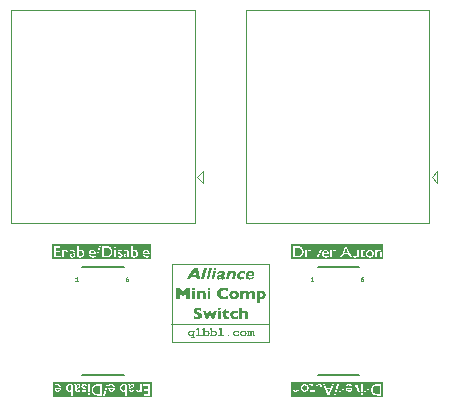
<source format=gbr>
%TF.GenerationSoftware,KiCad,Pcbnew,7.0.8*%
%TF.CreationDate,2025-01-24T11:04:58-08:00*%
%TF.ProjectId,Mini_Comp_Switch_2port,4d696e69-5f43-46f6-9d70-5f5377697463,rev?*%
%TF.SameCoordinates,Original*%
%TF.FileFunction,Legend,Top*%
%TF.FilePolarity,Positive*%
%FSLAX46Y46*%
G04 Gerber Fmt 4.6, Leading zero omitted, Abs format (unit mm)*
G04 Created by KiCad (PCBNEW 7.0.8) date 2025-01-24 11:04:58*
%MOMM*%
%LPD*%
G01*
G04 APERTURE LIST*
%ADD10C,0.100000*%
%ADD11C,0.200000*%
%ADD12C,0.150000*%
%ADD13C,0.187500*%
%ADD14C,0.080071*%
%ADD15C,0.080059*%
%ADD16C,0.127000*%
%ADD17C,0.120000*%
G04 APERTURE END LIST*
D10*
X162633334Y-68475000D02*
X170833334Y-68475000D01*
X162666667Y-63400000D02*
X170866667Y-63400000D01*
X170866667Y-69975000D01*
X162666667Y-69975000D01*
X162666667Y-63400000D01*
D11*
G36*
X165060416Y-64685000D02*
G01*
X164772698Y-64685000D01*
X164735817Y-64497421D01*
X164331351Y-64497421D01*
X164215091Y-64685000D01*
X163927373Y-64685000D01*
X164157510Y-64325474D01*
X164432956Y-64325474D01*
X164706996Y-64325474D01*
X164642272Y-63981580D01*
X164432956Y-64325474D01*
X164157510Y-64325474D01*
X164537736Y-63731475D01*
X164848169Y-63731475D01*
X165060416Y-64685000D01*
G37*
G36*
X165418231Y-64685000D02*
G01*
X165175698Y-64685000D01*
X165374023Y-63731475D01*
X165616557Y-63731475D01*
X165418231Y-64685000D01*
G37*
G36*
X165846145Y-64685000D02*
G01*
X165603612Y-64685000D01*
X165801937Y-63731475D01*
X166044470Y-63731475D01*
X165846145Y-64685000D01*
G37*
G36*
X166434770Y-63817693D02*
G01*
X166432141Y-63828058D01*
X166428649Y-63838026D01*
X166424294Y-63847598D01*
X166419078Y-63856772D01*
X166412998Y-63865549D01*
X166406056Y-63873930D01*
X166398252Y-63881914D01*
X166389585Y-63889501D01*
X166380464Y-63896427D01*
X166371175Y-63902430D01*
X166361719Y-63907510D01*
X166352094Y-63911666D01*
X166342301Y-63914898D01*
X166332341Y-63917207D01*
X166322212Y-63918592D01*
X166311916Y-63919054D01*
X166301492Y-63918582D01*
X166291651Y-63917165D01*
X166280909Y-63914318D01*
X166270961Y-63910186D01*
X166263067Y-63905621D01*
X166254748Y-63899288D01*
X166247526Y-63892043D01*
X166241404Y-63883887D01*
X166236380Y-63874819D01*
X166234003Y-63869228D01*
X166230952Y-63858832D01*
X166229281Y-63847944D01*
X166228989Y-63836565D01*
X166229836Y-63826422D01*
X166231316Y-63817693D01*
X166233934Y-63807492D01*
X166237391Y-63797650D01*
X166241689Y-63788166D01*
X166246825Y-63779042D01*
X166252802Y-63770276D01*
X166259617Y-63761868D01*
X166267273Y-63753820D01*
X166275768Y-63746130D01*
X166284847Y-63739032D01*
X166294132Y-63732880D01*
X166303623Y-63727674D01*
X166313320Y-63723415D01*
X166323224Y-63720103D01*
X166333333Y-63717737D01*
X166343648Y-63716317D01*
X166354170Y-63715844D01*
X166364276Y-63716317D01*
X166376135Y-63718240D01*
X166387135Y-63721641D01*
X166397277Y-63726521D01*
X166406560Y-63732880D01*
X166414985Y-63740718D01*
X166419627Y-63746130D01*
X166426308Y-63755798D01*
X166431391Y-63766027D01*
X166434876Y-63776817D01*
X166436762Y-63788166D01*
X166437051Y-63800077D01*
X166436131Y-63810009D01*
X166434770Y-63817693D01*
G37*
G36*
X166274058Y-64685000D02*
G01*
X166031525Y-64685000D01*
X166177827Y-63981580D01*
X166420360Y-63981580D01*
X166274058Y-64685000D01*
G37*
G36*
X166931468Y-63966179D02*
G01*
X166949023Y-63966872D01*
X166965907Y-63968027D01*
X166982118Y-63969643D01*
X166997658Y-63971721D01*
X167012527Y-63974260D01*
X167026723Y-63977262D01*
X167040248Y-63980725D01*
X167053101Y-63984650D01*
X167065283Y-63989037D01*
X167076793Y-63993886D01*
X167087631Y-63999196D01*
X167097798Y-64004968D01*
X167107293Y-64011202D01*
X167116116Y-64017898D01*
X167124268Y-64025055D01*
X167131785Y-64032617D01*
X167138644Y-64040527D01*
X167144844Y-64048783D01*
X167150386Y-64057387D01*
X167155270Y-64066338D01*
X167159496Y-64075636D01*
X167163063Y-64085282D01*
X167165972Y-64095275D01*
X167168223Y-64105615D01*
X167169815Y-64116303D01*
X167170749Y-64127338D01*
X167171025Y-64138720D01*
X167170642Y-64150449D01*
X167169601Y-64162526D01*
X167167902Y-64174950D01*
X167165545Y-64187721D01*
X167109125Y-64459319D01*
X167106874Y-64470902D01*
X167105160Y-64481530D01*
X167103812Y-64493025D01*
X167103237Y-64503145D01*
X167103543Y-64513217D01*
X167103996Y-64516960D01*
X167107530Y-64527007D01*
X167115000Y-64533760D01*
X167125046Y-64535993D01*
X167126222Y-64536011D01*
X167137129Y-64535053D01*
X167148023Y-64532706D01*
X167158190Y-64529674D01*
X167169346Y-64525665D01*
X167178985Y-64521753D01*
X167189256Y-64517216D01*
X167191923Y-64515983D01*
X167163835Y-64650561D01*
X167153113Y-64654697D01*
X167142563Y-64658679D01*
X167132185Y-64662505D01*
X167121978Y-64666178D01*
X167111943Y-64669695D01*
X167102080Y-64673058D01*
X167092388Y-64676267D01*
X167082869Y-64679321D01*
X167073521Y-64682220D01*
X167061324Y-64685846D01*
X167058322Y-64686709D01*
X167046118Y-64689972D01*
X167033440Y-64692800D01*
X167023621Y-64694635D01*
X167013536Y-64696226D01*
X167003185Y-64697572D01*
X166992567Y-64698673D01*
X166981684Y-64699530D01*
X166970534Y-64700142D01*
X166959118Y-64700509D01*
X166947436Y-64700631D01*
X166936577Y-64700431D01*
X166926439Y-64699832D01*
X166914043Y-64698413D01*
X166902930Y-64696283D01*
X166893099Y-64693444D01*
X166882614Y-64688897D01*
X166874132Y-64683240D01*
X166868790Y-64677916D01*
X166862361Y-64668963D01*
X166856997Y-64659323D01*
X166852698Y-64648997D01*
X166849464Y-64637983D01*
X166847582Y-64628280D01*
X166846808Y-64622229D01*
X166838099Y-64628535D01*
X166829282Y-64634631D01*
X166820359Y-64640517D01*
X166811328Y-64646192D01*
X166802189Y-64651656D01*
X166792944Y-64656911D01*
X166783591Y-64661955D01*
X166774130Y-64666788D01*
X166764563Y-64671411D01*
X166754888Y-64675824D01*
X166748378Y-64678649D01*
X166738400Y-64682578D01*
X166727976Y-64686120D01*
X166717105Y-64689275D01*
X166705788Y-64692044D01*
X166694024Y-64694427D01*
X166681814Y-64696424D01*
X166669157Y-64698034D01*
X166656054Y-64699257D01*
X166642504Y-64700094D01*
X166628508Y-64700545D01*
X166618929Y-64700631D01*
X166605260Y-64700393D01*
X166592188Y-64699678D01*
X166579712Y-64698487D01*
X166567833Y-64696819D01*
X166556551Y-64694674D01*
X166545865Y-64692053D01*
X166535777Y-64688955D01*
X166526285Y-64685381D01*
X166517390Y-64681330D01*
X166506458Y-64675188D01*
X166503891Y-64673520D01*
X166494289Y-64666525D01*
X166485634Y-64659094D01*
X166477925Y-64651229D01*
X166471162Y-64642929D01*
X166465346Y-64634193D01*
X166460477Y-64625023D01*
X166456554Y-64615417D01*
X166453577Y-64605376D01*
X166451428Y-64595076D01*
X166449867Y-64584692D01*
X166448894Y-64574224D01*
X166448509Y-64563672D01*
X166448711Y-64553036D01*
X166449501Y-64542316D01*
X166450879Y-64531512D01*
X166452844Y-64520624D01*
X166454729Y-64512444D01*
X166693249Y-64512444D01*
X166694400Y-64522387D01*
X166697804Y-64532577D01*
X166703429Y-64541247D01*
X166704414Y-64542362D01*
X166711946Y-64549214D01*
X166720436Y-64554383D01*
X166729884Y-64557869D01*
X166740291Y-64559672D01*
X166746668Y-64559947D01*
X166757684Y-64559269D01*
X166767313Y-64557609D01*
X166777113Y-64554953D01*
X166787085Y-64551301D01*
X166797229Y-64546653D01*
X166798936Y-64545781D01*
X166807615Y-64541141D01*
X166816401Y-64536226D01*
X166825294Y-64531037D01*
X166834294Y-64525574D01*
X166843402Y-64519836D01*
X166852617Y-64513824D01*
X166856333Y-64511343D01*
X166888329Y-64356737D01*
X166876913Y-64360954D01*
X166865866Y-64365118D01*
X166855190Y-64369228D01*
X166844884Y-64373285D01*
X166834949Y-64377288D01*
X166825383Y-64381238D01*
X166816188Y-64385134D01*
X166803089Y-64390879D01*
X166790823Y-64396503D01*
X166779390Y-64402007D01*
X166768789Y-64407391D01*
X166759022Y-64412654D01*
X166750088Y-64417798D01*
X166739349Y-64424877D01*
X166729724Y-64432559D01*
X166721214Y-64440844D01*
X166713818Y-64449733D01*
X166707536Y-64459224D01*
X166702369Y-64469318D01*
X166698316Y-64480015D01*
X166695377Y-64491315D01*
X166693730Y-64501384D01*
X166693249Y-64512444D01*
X166454729Y-64512444D01*
X166455647Y-64508459D01*
X166458926Y-64496693D01*
X166462682Y-64485326D01*
X166466915Y-64474359D01*
X166471624Y-64463791D01*
X166476809Y-64453622D01*
X166482472Y-64443853D01*
X166488610Y-64434483D01*
X166495226Y-64425512D01*
X166502318Y-64416940D01*
X166507310Y-64411448D01*
X166515165Y-64403481D01*
X166523342Y-64395794D01*
X166531840Y-64388386D01*
X166540661Y-64381257D01*
X166549803Y-64374407D01*
X166559268Y-64367836D01*
X166569055Y-64361544D01*
X166579163Y-64355531D01*
X166589594Y-64349797D01*
X166600347Y-64344343D01*
X166607694Y-64340861D01*
X166619134Y-64335713D01*
X166631196Y-64330526D01*
X166643880Y-64325300D01*
X166657188Y-64320036D01*
X166666405Y-64316505D01*
X166675899Y-64312957D01*
X166685670Y-64309391D01*
X166695717Y-64305809D01*
X166706041Y-64302209D01*
X166716642Y-64298592D01*
X166727519Y-64294958D01*
X166738673Y-64291307D01*
X166750104Y-64287638D01*
X166761811Y-64283953D01*
X166771700Y-64280864D01*
X166781126Y-64277916D01*
X166792971Y-64274207D01*
X166803993Y-64270749D01*
X166814190Y-64267544D01*
X166823563Y-64264590D01*
X166834120Y-64261252D01*
X166843388Y-64258307D01*
X166853249Y-64255147D01*
X166863515Y-64251808D01*
X166873617Y-64248450D01*
X166882901Y-64245256D01*
X166884665Y-64244630D01*
X166894468Y-64240925D01*
X166903779Y-64236956D01*
X166913473Y-64232415D01*
X166914463Y-64231929D01*
X166916703Y-64219454D01*
X166918173Y-64207673D01*
X166918871Y-64196586D01*
X166918798Y-64186195D01*
X166917624Y-64174182D01*
X166915244Y-64163254D01*
X166911661Y-64153411D01*
X166910799Y-64151573D01*
X166905149Y-64143130D01*
X166896899Y-64136117D01*
X166886048Y-64130536D01*
X166875496Y-64127101D01*
X166863280Y-64124582D01*
X166853026Y-64123294D01*
X166841837Y-64122522D01*
X166829711Y-64122264D01*
X166819804Y-64122403D01*
X166809927Y-64122821D01*
X166800081Y-64123518D01*
X166790266Y-64124493D01*
X166780481Y-64125746D01*
X166770726Y-64127279D01*
X166761002Y-64129089D01*
X166751309Y-64131179D01*
X166741646Y-64133547D01*
X166732014Y-64136193D01*
X166722412Y-64139119D01*
X166712841Y-64142322D01*
X166703300Y-64145805D01*
X166693790Y-64149566D01*
X166684310Y-64153605D01*
X166674861Y-64157923D01*
X166665485Y-64162462D01*
X166656165Y-64167163D01*
X166646900Y-64172026D01*
X166637690Y-64177051D01*
X166628536Y-64182238D01*
X166619437Y-64187587D01*
X166610393Y-64193099D01*
X166601405Y-64198773D01*
X166592472Y-64204609D01*
X166583594Y-64210607D01*
X166574772Y-64216768D01*
X166566005Y-64223090D01*
X166557293Y-64229575D01*
X166548637Y-64236222D01*
X166540036Y-64243032D01*
X166531490Y-64250003D01*
X166570813Y-64060715D01*
X166580567Y-64054683D01*
X166590411Y-64048862D01*
X166600345Y-64043252D01*
X166610369Y-64037851D01*
X166620484Y-64032661D01*
X166630688Y-64027682D01*
X166640983Y-64022913D01*
X166651368Y-64018354D01*
X166661843Y-64014005D01*
X166672408Y-64009867D01*
X166679501Y-64007226D01*
X166690191Y-64003425D01*
X166700919Y-63999810D01*
X166711686Y-63996378D01*
X166722492Y-63993132D01*
X166733336Y-63990070D01*
X166744219Y-63987193D01*
X166755141Y-63984500D01*
X166766101Y-63981992D01*
X166777100Y-63979669D01*
X166788137Y-63977530D01*
X166795517Y-63976207D01*
X166806595Y-63974374D01*
X166817665Y-63972721D01*
X166828726Y-63971248D01*
X166839778Y-63969956D01*
X166850822Y-63968844D01*
X166861857Y-63967912D01*
X166872884Y-63967161D01*
X166883902Y-63966590D01*
X166894912Y-63966199D01*
X166905913Y-63965989D01*
X166913242Y-63965949D01*
X166931468Y-63966179D01*
G37*
G36*
X167986689Y-64685000D02*
G01*
X167744645Y-64685000D01*
X167824756Y-64300073D01*
X167826855Y-64289169D01*
X167828572Y-64278532D01*
X167829906Y-64268160D01*
X167830858Y-64258055D01*
X167831429Y-64248216D01*
X167831595Y-64235512D01*
X167831081Y-64223281D01*
X167829889Y-64211523D01*
X167828017Y-64200238D01*
X167827443Y-64197491D01*
X167824291Y-64187187D01*
X167819474Y-64178257D01*
X167812994Y-64170700D01*
X167804850Y-64164518D01*
X167795043Y-64159709D01*
X167783571Y-64156275D01*
X167773875Y-64154600D01*
X167763243Y-64153699D01*
X167755635Y-64153527D01*
X167744716Y-64153939D01*
X167734123Y-64155176D01*
X167723856Y-64157237D01*
X167713916Y-64160122D01*
X167704302Y-64163831D01*
X167701169Y-64165251D01*
X167692022Y-64169796D01*
X167683080Y-64174822D01*
X167674345Y-64180329D01*
X167665815Y-64186317D01*
X167657492Y-64192785D01*
X167654763Y-64195048D01*
X167646909Y-64201783D01*
X167639467Y-64208432D01*
X167631306Y-64216081D01*
X167623706Y-64223612D01*
X167617638Y-64229975D01*
X167610753Y-64237442D01*
X167603774Y-64245095D01*
X167596701Y-64252936D01*
X167589535Y-64260963D01*
X167585398Y-64265635D01*
X167498203Y-64685000D01*
X167256159Y-64685000D01*
X167402460Y-63981580D01*
X167644505Y-63981580D01*
X167624721Y-64076591D01*
X167633424Y-64069071D01*
X167642070Y-64061837D01*
X167650659Y-64054889D01*
X167659190Y-64048228D01*
X167667664Y-64041853D01*
X167676081Y-64035764D01*
X167684441Y-64029961D01*
X167692743Y-64024445D01*
X167705089Y-64016707D01*
X167717306Y-64009613D01*
X167729395Y-64003163D01*
X167741355Y-63997357D01*
X167753186Y-63992195D01*
X167757101Y-63990617D01*
X167768895Y-63986209D01*
X167780832Y-63982234D01*
X167792909Y-63978692D01*
X167805129Y-63975585D01*
X167817490Y-63972911D01*
X167829993Y-63970670D01*
X167842638Y-63968863D01*
X167855424Y-63967490D01*
X167868352Y-63966551D01*
X167881421Y-63966045D01*
X167890213Y-63965949D01*
X167905283Y-63966246D01*
X167919749Y-63967136D01*
X167933612Y-63968621D01*
X167946870Y-63970700D01*
X167959524Y-63973372D01*
X167971575Y-63976639D01*
X167983021Y-63980499D01*
X167993864Y-63984954D01*
X168004102Y-63990002D01*
X168013737Y-63995644D01*
X168022768Y-64001880D01*
X168031195Y-64008710D01*
X168039018Y-64016134D01*
X168046237Y-64024152D01*
X168052852Y-64032764D01*
X168058863Y-64041969D01*
X168064270Y-64051769D01*
X168069073Y-64062162D01*
X168073273Y-64073149D01*
X168076868Y-64084731D01*
X168079860Y-64096906D01*
X168082247Y-64109675D01*
X168084031Y-64123038D01*
X168085211Y-64136995D01*
X168085786Y-64151546D01*
X168085758Y-64166690D01*
X168085126Y-64182429D01*
X168083890Y-64198762D01*
X168082050Y-64215688D01*
X168079606Y-64233208D01*
X168076559Y-64251323D01*
X168072907Y-64270031D01*
X167986689Y-64685000D01*
G37*
G36*
X168749215Y-64654469D02*
G01*
X168738910Y-64658173D01*
X168728450Y-64661806D01*
X168717835Y-64665367D01*
X168707064Y-64668857D01*
X168696139Y-64672275D01*
X168685059Y-64675621D01*
X168680583Y-64676939D01*
X168669255Y-64680056D01*
X168657557Y-64682993D01*
X168647932Y-64685214D01*
X168638071Y-64687321D01*
X168627973Y-64689313D01*
X168617638Y-64691190D01*
X168607067Y-64692954D01*
X168601693Y-64693792D01*
X168590778Y-64695395D01*
X168579650Y-64696784D01*
X168568308Y-64697960D01*
X168556752Y-64698921D01*
X168544983Y-64699669D01*
X168532999Y-64700204D01*
X168520802Y-64700524D01*
X168508392Y-64700631D01*
X168494574Y-64700477D01*
X168481086Y-64700017D01*
X168467929Y-64699249D01*
X168455101Y-64698173D01*
X168442604Y-64696791D01*
X168430436Y-64695101D01*
X168418599Y-64693104D01*
X168407092Y-64690800D01*
X168395915Y-64688189D01*
X168385068Y-64685270D01*
X168374552Y-64682045D01*
X168364365Y-64678512D01*
X168354508Y-64674672D01*
X168344982Y-64670524D01*
X168335786Y-64666070D01*
X168326919Y-64661308D01*
X168318404Y-64656313D01*
X168306215Y-64648525D01*
X168294725Y-64640379D01*
X168283935Y-64631878D01*
X168273845Y-64623020D01*
X168264455Y-64613806D01*
X168255765Y-64604235D01*
X168247774Y-64594308D01*
X168240483Y-64584025D01*
X168233892Y-64573386D01*
X168228001Y-64562390D01*
X168222692Y-64551150D01*
X168217846Y-64539872D01*
X168213464Y-64528556D01*
X168209546Y-64517201D01*
X168206091Y-64505807D01*
X168203100Y-64494375D01*
X168200572Y-64482904D01*
X168198509Y-64471394D01*
X168196909Y-64459846D01*
X168195773Y-64448259D01*
X168195273Y-64440512D01*
X168194791Y-64429009D01*
X168194537Y-64417763D01*
X168194511Y-64406775D01*
X168194712Y-64396045D01*
X168195140Y-64385572D01*
X168195796Y-64375357D01*
X168196680Y-64365399D01*
X168198212Y-64352523D01*
X168200149Y-64340105D01*
X168201867Y-64331092D01*
X168204672Y-64319017D01*
X168208080Y-64306484D01*
X168211032Y-64296784D01*
X168214323Y-64286826D01*
X168217953Y-64276611D01*
X168221922Y-64266138D01*
X168226230Y-64255408D01*
X168230878Y-64244420D01*
X168235864Y-64233174D01*
X168241190Y-64221671D01*
X168246894Y-64210077D01*
X168253014Y-64198561D01*
X168259551Y-64187122D01*
X168266504Y-64175761D01*
X168273873Y-64164476D01*
X168281659Y-64153269D01*
X168289862Y-64142140D01*
X168298480Y-64131087D01*
X168307516Y-64120112D01*
X168316968Y-64109214D01*
X168323500Y-64101992D01*
X168330252Y-64094830D01*
X168337258Y-64087814D01*
X168344517Y-64080946D01*
X168352031Y-64074224D01*
X168359798Y-64067650D01*
X168367819Y-64061222D01*
X168376093Y-64054942D01*
X168384622Y-64048808D01*
X168393404Y-64042821D01*
X168402440Y-64036981D01*
X168411730Y-64031288D01*
X168421274Y-64025742D01*
X168431071Y-64020343D01*
X168441122Y-64015091D01*
X168451427Y-64009986D01*
X168461986Y-64005027D01*
X168472810Y-64000295D01*
X168483849Y-63995868D01*
X168495105Y-63991747D01*
X168506575Y-63987930D01*
X168518262Y-63984419D01*
X168530164Y-63981214D01*
X168542282Y-63978313D01*
X168554615Y-63975718D01*
X168567164Y-63973428D01*
X168579928Y-63971444D01*
X168592909Y-63969765D01*
X168606104Y-63968391D01*
X168619516Y-63967322D01*
X168633143Y-63966559D01*
X168646985Y-63966101D01*
X168661044Y-63965949D01*
X168675061Y-63966049D01*
X168688538Y-63966352D01*
X168701474Y-63966857D01*
X168713869Y-63967563D01*
X168725723Y-63968471D01*
X168737036Y-63969581D01*
X168747808Y-63970892D01*
X168758039Y-63972406D01*
X168767729Y-63974121D01*
X168779807Y-63976722D01*
X168782677Y-63977428D01*
X168794022Y-63980363D01*
X168805345Y-63983549D01*
X168816645Y-63986988D01*
X168827923Y-63990678D01*
X168839177Y-63994620D01*
X168850408Y-63998814D01*
X168861617Y-64003260D01*
X168872802Y-64007958D01*
X168831281Y-64207749D01*
X168817683Y-64203076D01*
X168804426Y-64198704D01*
X168791510Y-64194634D01*
X168778937Y-64190866D01*
X168766704Y-64187399D01*
X168754814Y-64184233D01*
X168743265Y-64181369D01*
X168732057Y-64178806D01*
X168721191Y-64176545D01*
X168710667Y-64174585D01*
X168700484Y-64172927D01*
X168690643Y-64171571D01*
X168676521Y-64170101D01*
X168663168Y-64169309D01*
X168654693Y-64169159D01*
X168642657Y-64169506D01*
X168630728Y-64170550D01*
X168618906Y-64172288D01*
X168607192Y-64174723D01*
X168595585Y-64177853D01*
X168584085Y-64181678D01*
X168572693Y-64186199D01*
X168561408Y-64191415D01*
X168550230Y-64197327D01*
X168539160Y-64203935D01*
X168531839Y-64208726D01*
X168521255Y-64216485D01*
X168511392Y-64225018D01*
X168502250Y-64234323D01*
X168493829Y-64244401D01*
X168486130Y-64255251D01*
X168479151Y-64266875D01*
X168472895Y-64279271D01*
X168467359Y-64292440D01*
X168464069Y-64301649D01*
X168461100Y-64311201D01*
X168458452Y-64321097D01*
X168456124Y-64331336D01*
X168454223Y-64341490D01*
X168452824Y-64351343D01*
X168451740Y-64364013D01*
X168451549Y-64376149D01*
X168452251Y-64387750D01*
X168453847Y-64398817D01*
X168456335Y-64409350D01*
X168459716Y-64419349D01*
X168461742Y-64424148D01*
X168466344Y-64433300D01*
X168471481Y-64441825D01*
X168478653Y-64451602D01*
X168486660Y-64460401D01*
X168495502Y-64468222D01*
X168505179Y-64475065D01*
X168513521Y-64479836D01*
X168524449Y-64484902D01*
X168535555Y-64489109D01*
X168546841Y-64492458D01*
X168558305Y-64494948D01*
X168569948Y-64496580D01*
X168581771Y-64497352D01*
X168586550Y-64497421D01*
X168598150Y-64497153D01*
X168610359Y-64496348D01*
X168620563Y-64495317D01*
X168631157Y-64493943D01*
X168642141Y-64492226D01*
X168653513Y-64490165D01*
X168665275Y-64487761D01*
X168671302Y-64486430D01*
X168683800Y-64483533D01*
X168693630Y-64481166D01*
X168703850Y-64478631D01*
X168714461Y-64475928D01*
X168725463Y-64473058D01*
X168736855Y-64470020D01*
X168748638Y-64466815D01*
X168760812Y-64463443D01*
X168773376Y-64459903D01*
X168786331Y-64456196D01*
X168790737Y-64454923D01*
X168749215Y-64654469D01*
G37*
G36*
X169395063Y-63966097D02*
G01*
X169405286Y-63966544D01*
X169415404Y-63967288D01*
X169425417Y-63968330D01*
X169435325Y-63969669D01*
X169445128Y-63971307D01*
X169454826Y-63973241D01*
X169464419Y-63975474D01*
X169473908Y-63978004D01*
X169483291Y-63980832D01*
X169492569Y-63983958D01*
X169501743Y-63987381D01*
X169510811Y-63991102D01*
X169519775Y-63995120D01*
X169528633Y-63999437D01*
X169537387Y-64004050D01*
X169545971Y-64009003D01*
X169554259Y-64014335D01*
X169562251Y-64020047D01*
X169569948Y-64026139D01*
X169577348Y-64032611D01*
X169584453Y-64039462D01*
X169591263Y-64046693D01*
X169597776Y-64054303D01*
X169603994Y-64062294D01*
X169609916Y-64070664D01*
X169615542Y-64079414D01*
X169620872Y-64088543D01*
X169625907Y-64098052D01*
X169630646Y-64107941D01*
X169635089Y-64118210D01*
X169639236Y-64128859D01*
X169643029Y-64139864D01*
X169646346Y-64151264D01*
X169649188Y-64163059D01*
X169651555Y-64175249D01*
X169653447Y-64187835D01*
X169654864Y-64200815D01*
X169655806Y-64214190D01*
X169656272Y-64227960D01*
X169656264Y-64242125D01*
X169655780Y-64256685D01*
X169654821Y-64271640D01*
X169653387Y-64286991D01*
X169651478Y-64302736D01*
X169649094Y-64318876D01*
X169646234Y-64335411D01*
X169642900Y-64352341D01*
X169632397Y-64403632D01*
X169150506Y-64403632D01*
X169151135Y-64415064D01*
X169152561Y-64426097D01*
X169154787Y-64436731D01*
X169157811Y-64446966D01*
X169161633Y-64456801D01*
X169166254Y-64466237D01*
X169171674Y-64475274D01*
X169177892Y-64483911D01*
X169184909Y-64492149D01*
X169192724Y-64499988D01*
X169198378Y-64504993D01*
X169207375Y-64512020D01*
X169216779Y-64518356D01*
X169226592Y-64524001D01*
X169236812Y-64528955D01*
X169247440Y-64533218D01*
X169258476Y-64536789D01*
X169269920Y-64539669D01*
X169281772Y-64541858D01*
X169294031Y-64543356D01*
X169306699Y-64544162D01*
X169315370Y-64544316D01*
X169330821Y-64544050D01*
X169346580Y-64543255D01*
X169362648Y-64541929D01*
X169379026Y-64540072D01*
X169395713Y-64537685D01*
X169412709Y-64534767D01*
X169430014Y-64531319D01*
X169447628Y-64527341D01*
X169465551Y-64522832D01*
X169483783Y-64517792D01*
X169502325Y-64512222D01*
X169511711Y-64509239D01*
X169521175Y-64506122D01*
X169530717Y-64502873D01*
X169540335Y-64499491D01*
X169550031Y-64495977D01*
X169559804Y-64492330D01*
X169569654Y-64488550D01*
X169579582Y-64484638D01*
X169589587Y-64480594D01*
X169599669Y-64476416D01*
X169568162Y-64626870D01*
X169556980Y-64632091D01*
X169545416Y-64637222D01*
X169533469Y-64642263D01*
X169521141Y-64647214D01*
X169508431Y-64652075D01*
X169495338Y-64656846D01*
X169481864Y-64661526D01*
X169468007Y-64666116D01*
X169458557Y-64669127D01*
X169448937Y-64672097D01*
X169439147Y-64675027D01*
X169429187Y-64677916D01*
X169419001Y-64680667D01*
X169408530Y-64683240D01*
X169397775Y-64685636D01*
X169386735Y-64687854D01*
X169375411Y-64689895D01*
X169363803Y-64691758D01*
X169351910Y-64693444D01*
X169339733Y-64694952D01*
X169327272Y-64696283D01*
X169314527Y-64697437D01*
X169301497Y-64698413D01*
X169288183Y-64699211D01*
X169274585Y-64699832D01*
X169260702Y-64700276D01*
X169246535Y-64700542D01*
X169232083Y-64700631D01*
X169216456Y-64700440D01*
X169201202Y-64699868D01*
X169186322Y-64698914D01*
X169171817Y-64697578D01*
X169157685Y-64695861D01*
X169143927Y-64693762D01*
X169130543Y-64691281D01*
X169117534Y-64688419D01*
X169104898Y-64685175D01*
X169092636Y-64681550D01*
X169080748Y-64677542D01*
X169069235Y-64673154D01*
X169058095Y-64668383D01*
X169047329Y-64663231D01*
X169036937Y-64657698D01*
X169026919Y-64651782D01*
X169017321Y-64645541D01*
X169008128Y-64639028D01*
X168999339Y-64632245D01*
X168990955Y-64625191D01*
X168982975Y-64617865D01*
X168975399Y-64610269D01*
X168968229Y-64602402D01*
X168961462Y-64594263D01*
X168955101Y-64585854D01*
X168949143Y-64577174D01*
X168943591Y-64568223D01*
X168938442Y-64559001D01*
X168933699Y-64549508D01*
X168929360Y-64539744D01*
X168925425Y-64529709D01*
X168921895Y-64519403D01*
X168918757Y-64508874D01*
X168915999Y-64498169D01*
X168913620Y-64487289D01*
X168911622Y-64476233D01*
X168910003Y-64465002D01*
X168908763Y-64453595D01*
X168907904Y-64442012D01*
X168907424Y-64430254D01*
X168907323Y-64418321D01*
X168907603Y-64406212D01*
X168908262Y-64393927D01*
X168909301Y-64381467D01*
X168910720Y-64368831D01*
X168912518Y-64356020D01*
X168914697Y-64343033D01*
X168917254Y-64329870D01*
X168920125Y-64316889D01*
X168923303Y-64304080D01*
X168926788Y-64291442D01*
X168930581Y-64278976D01*
X168930713Y-64278579D01*
X169169557Y-64278579D01*
X169431141Y-64278579D01*
X169433594Y-64265460D01*
X169435363Y-64252848D01*
X169436450Y-64240742D01*
X169436854Y-64229143D01*
X169436576Y-64218051D01*
X169435615Y-64207465D01*
X169433971Y-64197385D01*
X169431645Y-64187813D01*
X169427482Y-64175837D01*
X169422104Y-64164762D01*
X169415540Y-64154802D01*
X169407816Y-64146169D01*
X169398932Y-64138865D01*
X169388887Y-64132889D01*
X169377683Y-64128240D01*
X169365318Y-64124920D01*
X169355283Y-64123302D01*
X169344595Y-64122430D01*
X169337108Y-64122264D01*
X169325919Y-64122644D01*
X169314974Y-64123784D01*
X169304275Y-64125684D01*
X169293820Y-64128343D01*
X169283609Y-64131763D01*
X169273644Y-64135943D01*
X169263923Y-64140882D01*
X169254447Y-64146581D01*
X169245216Y-64153041D01*
X169236229Y-64160260D01*
X169230374Y-64165495D01*
X169221954Y-64173835D01*
X169214096Y-64182643D01*
X169206801Y-64191918D01*
X169200069Y-64201662D01*
X169193898Y-64211874D01*
X169188291Y-64222553D01*
X169183245Y-64233701D01*
X169178762Y-64245317D01*
X169174842Y-64257400D01*
X169171484Y-64269952D01*
X169169557Y-64278579D01*
X168930713Y-64278579D01*
X168934681Y-64266682D01*
X168939087Y-64254560D01*
X168943802Y-64242609D01*
X168948823Y-64230830D01*
X168954151Y-64219223D01*
X168959787Y-64207787D01*
X168965730Y-64196523D01*
X168971980Y-64185431D01*
X168978537Y-64174511D01*
X168985402Y-64163762D01*
X168992574Y-64153186D01*
X169000053Y-64142780D01*
X169007861Y-64132571D01*
X169015959Y-64122642D01*
X169024347Y-64112993D01*
X169033026Y-64103625D01*
X169041994Y-64094538D01*
X169051252Y-64085731D01*
X169060801Y-64077204D01*
X169070639Y-64068958D01*
X169080767Y-64060992D01*
X169091186Y-64053307D01*
X169101894Y-64045903D01*
X169112893Y-64038779D01*
X169124182Y-64031935D01*
X169135760Y-64025372D01*
X169147629Y-64019090D01*
X169159788Y-64013087D01*
X169172201Y-64007379D01*
X169184834Y-64002039D01*
X169197686Y-63997068D01*
X169210758Y-63992464D01*
X169224049Y-63988229D01*
X169237560Y-63984362D01*
X169251290Y-63980864D01*
X169265239Y-63977733D01*
X169279408Y-63974971D01*
X169293797Y-63972577D01*
X169308405Y-63970552D01*
X169323232Y-63968895D01*
X169338279Y-63967606D01*
X169353545Y-63966685D01*
X169369030Y-63966133D01*
X169384735Y-63965949D01*
X169395063Y-63966097D01*
G37*
D12*
G36*
X154036643Y-73663867D02*
G01*
X154049171Y-73664278D01*
X154061644Y-73665040D01*
X154074061Y-73666155D01*
X154086422Y-73667622D01*
X154098728Y-73669441D01*
X154110977Y-73671612D01*
X154123171Y-73674135D01*
X154135309Y-73677010D01*
X154147391Y-73680237D01*
X154159418Y-73683817D01*
X154159418Y-74039678D01*
X154150419Y-74047161D01*
X154141435Y-74054161D01*
X154132467Y-74060679D01*
X154123514Y-74066713D01*
X154114576Y-74072265D01*
X154105654Y-74077334D01*
X154096746Y-74081920D01*
X154083414Y-74087894D01*
X154070116Y-74092782D01*
X154056853Y-74096584D01*
X154043624Y-74099300D01*
X154030429Y-74100929D01*
X154017268Y-74101472D01*
X154007494Y-74101233D01*
X153993272Y-74099981D01*
X153979579Y-74097656D01*
X153966413Y-74094257D01*
X153953776Y-74089785D01*
X153941666Y-74084239D01*
X153930085Y-74077620D01*
X153919032Y-74069928D01*
X153908507Y-74061162D01*
X153898510Y-74051323D01*
X153889041Y-74040411D01*
X153883096Y-74032636D01*
X153877535Y-74024577D01*
X153872357Y-74016234D01*
X153867563Y-74007606D01*
X153863152Y-73998694D01*
X153859125Y-73989498D01*
X153855481Y-73980017D01*
X153852221Y-73970252D01*
X153849345Y-73960203D01*
X153846852Y-73949870D01*
X153844742Y-73939252D01*
X153843016Y-73928350D01*
X153841674Y-73917163D01*
X153840715Y-73905692D01*
X153840140Y-73893937D01*
X153839948Y-73881898D01*
X153840153Y-73870036D01*
X153840768Y-73858446D01*
X153841794Y-73847130D01*
X153843230Y-73836087D01*
X153845076Y-73825316D01*
X153847332Y-73814819D01*
X153849999Y-73804594D01*
X153853076Y-73794642D01*
X153856563Y-73784963D01*
X153860461Y-73775557D01*
X153864768Y-73766423D01*
X153869486Y-73757563D01*
X153874614Y-73748975D01*
X153880153Y-73740660D01*
X153886101Y-73732618D01*
X153892460Y-73724849D01*
X153899144Y-73717455D01*
X153909622Y-73707259D01*
X153920640Y-73698135D01*
X153932199Y-73690085D01*
X153944299Y-73683109D01*
X153956940Y-73677205D01*
X153970122Y-73672375D01*
X153983845Y-73668619D01*
X153998109Y-73665935D01*
X154007918Y-73664743D01*
X154017969Y-73664027D01*
X154028259Y-73663789D01*
X154036643Y-73663867D01*
G37*
G36*
X156614302Y-74398471D02*
G01*
X156442600Y-74398471D01*
X156436470Y-74398464D01*
X156424529Y-74398405D01*
X156413012Y-74398286D01*
X156401918Y-74398109D01*
X156391247Y-74397872D01*
X156381000Y-74397577D01*
X156371177Y-74397222D01*
X156357237Y-74396578D01*
X156344250Y-74395802D01*
X156332215Y-74394893D01*
X156321134Y-74393850D01*
X156311006Y-74392674D01*
X156298985Y-74390900D01*
X156290559Y-74389388D01*
X156279185Y-74386946D01*
X156267650Y-74384015D01*
X156255955Y-74380596D01*
X156244100Y-74376688D01*
X156232084Y-74372291D01*
X156222967Y-74368674D01*
X156213760Y-74364781D01*
X156204463Y-74360614D01*
X156198280Y-74357693D01*
X156189173Y-74353123D01*
X156180268Y-74348325D01*
X156171564Y-74343300D01*
X156163063Y-74338047D01*
X156154763Y-74332566D01*
X156146665Y-74326858D01*
X156138769Y-74320923D01*
X156131075Y-74314760D01*
X156123582Y-74308369D01*
X156116291Y-74301751D01*
X156103633Y-74289503D01*
X156091791Y-74276815D01*
X156080765Y-74263689D01*
X156070557Y-74250124D01*
X156061165Y-74236120D01*
X156052590Y-74221678D01*
X156044831Y-74206796D01*
X156037889Y-74191475D01*
X156031764Y-74175716D01*
X156026456Y-74159518D01*
X156021964Y-74142881D01*
X156018289Y-74125805D01*
X156015430Y-74108290D01*
X156013389Y-74090336D01*
X156012164Y-74071943D01*
X156011755Y-74053112D01*
X156012152Y-74033964D01*
X156013343Y-74015231D01*
X156015327Y-73996915D01*
X156018106Y-73979015D01*
X156021678Y-73961530D01*
X156026044Y-73944462D01*
X156031203Y-73927810D01*
X156037157Y-73911573D01*
X156043904Y-73895753D01*
X156051445Y-73880348D01*
X156059780Y-73865360D01*
X156068908Y-73850787D01*
X156078831Y-73836631D01*
X156089547Y-73822890D01*
X156101057Y-73809565D01*
X156113360Y-73796657D01*
X156121397Y-73788998D01*
X156129633Y-73781651D01*
X156138067Y-73774618D01*
X156146700Y-73767897D01*
X156155530Y-73761490D01*
X156164560Y-73755395D01*
X156173788Y-73749613D01*
X156183214Y-73744145D01*
X156193037Y-73738947D01*
X156203455Y-73733978D01*
X156214469Y-73729238D01*
X156226078Y-73724727D01*
X156238283Y-73720445D01*
X156247827Y-73717384D01*
X156257706Y-73714452D01*
X156267920Y-73711648D01*
X156278469Y-73708974D01*
X156285762Y-73707288D01*
X156297379Y-73704963D01*
X156309808Y-73702883D01*
X156323048Y-73701047D01*
X156337099Y-73699457D01*
X156346918Y-73698532D01*
X156357097Y-73697717D01*
X156367636Y-73697010D01*
X156378537Y-73696411D01*
X156389797Y-73695922D01*
X156401419Y-73695541D01*
X156413401Y-73695269D01*
X156425744Y-73695106D01*
X156438448Y-73695052D01*
X156614302Y-73695052D01*
X156614302Y-74398471D01*
G37*
G36*
X158597145Y-73663867D02*
G01*
X158609674Y-73664278D01*
X158622147Y-73665040D01*
X158634564Y-73666155D01*
X158646925Y-73667622D01*
X158659230Y-73669441D01*
X158671480Y-73671612D01*
X158683674Y-73674135D01*
X158695812Y-73677010D01*
X158707894Y-73680237D01*
X158719920Y-73683817D01*
X158719920Y-74039678D01*
X158710921Y-74047161D01*
X158701938Y-74054161D01*
X158692969Y-74060679D01*
X158684016Y-74066713D01*
X158675079Y-74072265D01*
X158666156Y-74077334D01*
X158657249Y-74081920D01*
X158643917Y-74087894D01*
X158630619Y-74092782D01*
X158617355Y-74096584D01*
X158604126Y-74099300D01*
X158590931Y-74100929D01*
X158577771Y-74101472D01*
X158567996Y-74101233D01*
X158553775Y-74099981D01*
X158540081Y-74097656D01*
X158526915Y-74094257D01*
X158514278Y-74089785D01*
X158502169Y-74084239D01*
X158490587Y-74077620D01*
X158479534Y-74069928D01*
X158469009Y-74061162D01*
X158459012Y-74051323D01*
X158449543Y-74040411D01*
X158443598Y-74032636D01*
X158438037Y-74024577D01*
X158432859Y-74016234D01*
X158428065Y-74007606D01*
X158423654Y-73998694D01*
X158419627Y-73989498D01*
X158415984Y-73980017D01*
X158412724Y-73970252D01*
X158409847Y-73960203D01*
X158407354Y-73949870D01*
X158405245Y-73939252D01*
X158403519Y-73928350D01*
X158402176Y-73917163D01*
X158401217Y-73905692D01*
X158400642Y-73893937D01*
X158400450Y-73881898D01*
X158400656Y-73870036D01*
X158401271Y-73858446D01*
X158402297Y-73847130D01*
X158403732Y-73836087D01*
X158405579Y-73825316D01*
X158407835Y-73814819D01*
X158410502Y-73804594D01*
X158413578Y-73794642D01*
X158417066Y-73784963D01*
X158420963Y-73775557D01*
X158425271Y-73766423D01*
X158429989Y-73757563D01*
X158435117Y-73748975D01*
X158440655Y-73740660D01*
X158446604Y-73732618D01*
X158452963Y-73724849D01*
X158459647Y-73717455D01*
X158470124Y-73707259D01*
X158481142Y-73698135D01*
X158492701Y-73690085D01*
X158504801Y-73683109D01*
X158517442Y-73677205D01*
X158530624Y-73672375D01*
X158544347Y-73668619D01*
X158558611Y-73665935D01*
X158568421Y-73664743D01*
X158578471Y-73664027D01*
X158588762Y-73663789D01*
X158597145Y-73663867D01*
G37*
G36*
X153174116Y-73954395D02*
G01*
X153171073Y-73967748D01*
X153167502Y-73980495D01*
X153163402Y-73992638D01*
X153158775Y-74004175D01*
X153153619Y-74015106D01*
X153147935Y-74025432D01*
X153141724Y-74035153D01*
X153134984Y-74044269D01*
X153127716Y-74052779D01*
X153119920Y-74060683D01*
X153114451Y-74065623D01*
X153105890Y-74072434D01*
X153096900Y-74078528D01*
X153087481Y-74083906D01*
X153077632Y-74088566D01*
X153067353Y-74092510D01*
X153056646Y-74095736D01*
X153045509Y-74098245D01*
X153033943Y-74100038D01*
X153021947Y-74101113D01*
X153009522Y-74101472D01*
X153001204Y-74101313D01*
X152989130Y-74100476D01*
X152977542Y-74098923D01*
X152966438Y-74096652D01*
X152955820Y-74093665D01*
X152945687Y-74089960D01*
X152936040Y-74085539D01*
X152926877Y-74080401D01*
X152918199Y-74074545D01*
X152910007Y-74067973D01*
X152902300Y-74060683D01*
X152897460Y-74055481D01*
X152890711Y-74047173D01*
X152884577Y-74038259D01*
X152879056Y-74028740D01*
X152874150Y-74018615D01*
X152869857Y-74007886D01*
X152866178Y-73996551D01*
X152863114Y-73984610D01*
X152860663Y-73972064D01*
X152858826Y-73958913D01*
X152857603Y-73945157D01*
X153175852Y-73945157D01*
X153174116Y-73954395D01*
G37*
G36*
X154717303Y-73632621D02*
G01*
X154729100Y-73633694D01*
X154740181Y-73635960D01*
X154750547Y-73639419D01*
X154760198Y-73644070D01*
X154769133Y-73649914D01*
X154777352Y-73656950D01*
X154780369Y-73660089D01*
X154787059Y-73668420D01*
X154792533Y-73677443D01*
X154796791Y-73687158D01*
X154799832Y-73697565D01*
X154801657Y-73708663D01*
X154802265Y-73720453D01*
X154802162Y-73725167D01*
X154801003Y-73736527D01*
X154798555Y-73747278D01*
X154794820Y-73757421D01*
X154789797Y-73766956D01*
X154783486Y-73775882D01*
X154775887Y-73784200D01*
X154774201Y-73785803D01*
X154766725Y-73792203D01*
X154758074Y-73798587D01*
X154748247Y-73804957D01*
X154737244Y-73811311D01*
X154728221Y-73816067D01*
X154718537Y-73820814D01*
X154708191Y-73825552D01*
X154697185Y-73830282D01*
X154685517Y-73835003D01*
X154601741Y-73866999D01*
X154601741Y-73681374D01*
X154608127Y-73675459D01*
X154617838Y-73667302D01*
X154627707Y-73660003D01*
X154637736Y-73653563D01*
X154647923Y-73647982D01*
X154658270Y-73643259D01*
X154668775Y-73639395D01*
X154679439Y-73636390D01*
X154690261Y-73634243D01*
X154701243Y-73632955D01*
X154712383Y-73632526D01*
X154717303Y-73632621D01*
G37*
G36*
X157734619Y-73954395D02*
G01*
X157731575Y-73967748D01*
X157728004Y-73980495D01*
X157723905Y-73992638D01*
X157719277Y-74004175D01*
X157714122Y-74015106D01*
X157708438Y-74025432D01*
X157702226Y-74035153D01*
X157695486Y-74044269D01*
X157688218Y-74052779D01*
X157680422Y-74060683D01*
X157674954Y-74065623D01*
X157666393Y-74072434D01*
X157657403Y-74078528D01*
X157647983Y-74083906D01*
X157638134Y-74088566D01*
X157627856Y-74092510D01*
X157617148Y-74095736D01*
X157606011Y-74098245D01*
X157594445Y-74100038D01*
X157582450Y-74101113D01*
X157570025Y-74101472D01*
X157561706Y-74101313D01*
X157549633Y-74100476D01*
X157538044Y-74098923D01*
X157526941Y-74096652D01*
X157516323Y-74093665D01*
X157506190Y-74089960D01*
X157496542Y-74085539D01*
X157487379Y-74080401D01*
X157478702Y-74074545D01*
X157470509Y-74067973D01*
X157462802Y-74060683D01*
X157457962Y-74055481D01*
X157451214Y-74047173D01*
X157445079Y-74038259D01*
X157439559Y-74028740D01*
X157434652Y-74018615D01*
X157430360Y-74007886D01*
X157426681Y-73996551D01*
X157423616Y-73984610D01*
X157421165Y-73972064D01*
X157419329Y-73958913D01*
X157418106Y-73945157D01*
X157736354Y-73945157D01*
X157734619Y-73954395D01*
G37*
G36*
X159277805Y-73632621D02*
G01*
X159289602Y-73633694D01*
X159300684Y-73635960D01*
X159311050Y-73639419D01*
X159320700Y-73644070D01*
X159329635Y-73649914D01*
X159337854Y-73656950D01*
X159340871Y-73660089D01*
X159347562Y-73668420D01*
X159353036Y-73677443D01*
X159357293Y-73687158D01*
X159360334Y-73697565D01*
X159362159Y-73708663D01*
X159362767Y-73720453D01*
X159362664Y-73725167D01*
X159361505Y-73736527D01*
X159359058Y-73747278D01*
X159355323Y-73757421D01*
X159350299Y-73766956D01*
X159343988Y-73775882D01*
X159336389Y-73784200D01*
X159334704Y-73785803D01*
X159327228Y-73792203D01*
X159318576Y-73798587D01*
X159308749Y-73804957D01*
X159297747Y-73811311D01*
X159288723Y-73816067D01*
X159279039Y-73820814D01*
X159268694Y-73825552D01*
X159257687Y-73830282D01*
X159246019Y-73835003D01*
X159162244Y-73866999D01*
X159162244Y-73681374D01*
X159168629Y-73675459D01*
X159178340Y-73667302D01*
X159188210Y-73660003D01*
X159198238Y-73653563D01*
X159208426Y-73647982D01*
X159218772Y-73643259D01*
X159229277Y-73639395D01*
X159239941Y-73636390D01*
X159250764Y-73634243D01*
X159261745Y-73632955D01*
X159272886Y-73632526D01*
X159277805Y-73632621D01*
G37*
G36*
X160961067Y-74682012D02*
G01*
X152591159Y-74682012D01*
X152591159Y-74539155D01*
X156872956Y-74539155D01*
X156971874Y-74539155D01*
X157155896Y-73883119D01*
X157294519Y-73883119D01*
X157294812Y-73901568D01*
X157295690Y-73919545D01*
X157297155Y-73937052D01*
X157298130Y-73945157D01*
X157299205Y-73954087D01*
X157301841Y-73970650D01*
X157305063Y-73986743D01*
X157308871Y-74002364D01*
X157313264Y-74017513D01*
X157318244Y-74032192D01*
X157323809Y-74046399D01*
X157329960Y-74060135D01*
X157336696Y-74073399D01*
X157344019Y-74086192D01*
X157351927Y-74098514D01*
X157360421Y-74110365D01*
X157369501Y-74121744D01*
X157379043Y-74132539D01*
X157388984Y-74142638D01*
X157399323Y-74152041D01*
X157410061Y-74160747D01*
X157421198Y-74168756D01*
X157432734Y-74176069D01*
X157444668Y-74182686D01*
X157457001Y-74188606D01*
X157469733Y-74193829D01*
X157482864Y-74198356D01*
X157496394Y-74202187D01*
X157510323Y-74205321D01*
X157524650Y-74207759D01*
X157539376Y-74209500D01*
X157554501Y-74210544D01*
X157570025Y-74210893D01*
X157586138Y-74210538D01*
X157601872Y-74209473D01*
X157617226Y-74207698D01*
X157632200Y-74205214D01*
X157646794Y-74202020D01*
X157661009Y-74198116D01*
X157674844Y-74193502D01*
X157688299Y-74188178D01*
X157701375Y-74182145D01*
X157714071Y-74175401D01*
X157726387Y-74167948D01*
X157738323Y-74159785D01*
X157749880Y-74150912D01*
X157761057Y-74141329D01*
X157771854Y-74131037D01*
X157782272Y-74120034D01*
X157792180Y-74108496D01*
X157801449Y-74096534D01*
X157810078Y-74084148D01*
X157818069Y-74071338D01*
X157825420Y-74058105D01*
X157832132Y-74044449D01*
X157838204Y-74030369D01*
X157843638Y-74015865D01*
X157848432Y-74000937D01*
X157852587Y-73985586D01*
X157856103Y-73969812D01*
X157858979Y-73953613D01*
X157861217Y-73936992D01*
X157862815Y-73919946D01*
X157863773Y-73902477D01*
X157864093Y-73884584D01*
X157863941Y-73872614D01*
X157863486Y-73860824D01*
X157862728Y-73849213D01*
X157861666Y-73837781D01*
X157860301Y-73826529D01*
X157858632Y-73815456D01*
X157856660Y-73804562D01*
X157854384Y-73793848D01*
X157851806Y-73783313D01*
X157848923Y-73772958D01*
X157845738Y-73762782D01*
X157842249Y-73752785D01*
X157838456Y-73742967D01*
X157834360Y-73733329D01*
X157829961Y-73723871D01*
X157825258Y-73714591D01*
X157820304Y-73705549D01*
X157815149Y-73696739D01*
X157809794Y-73688162D01*
X157804238Y-73679817D01*
X157798482Y-73671706D01*
X157792526Y-73663827D01*
X157786370Y-73656181D01*
X157776759Y-73645149D01*
X157766697Y-73634640D01*
X157756185Y-73624655D01*
X157745222Y-73615194D01*
X157733808Y-73606257D01*
X157721944Y-73597843D01*
X157713699Y-73592579D01*
X157705144Y-73587654D01*
X157696281Y-73583068D01*
X157687109Y-73578823D01*
X157677627Y-73574917D01*
X157667836Y-73571350D01*
X157663610Y-73570000D01*
X158012104Y-73570000D01*
X158012104Y-74523524D01*
X158137157Y-74523524D01*
X158137157Y-73887515D01*
X158273933Y-73887515D01*
X158274231Y-73905083D01*
X158275127Y-73922247D01*
X158276620Y-73939009D01*
X158278711Y-73955369D01*
X158281398Y-73971326D01*
X158284683Y-73986880D01*
X158288565Y-74002032D01*
X158293045Y-74016781D01*
X158298121Y-74031127D01*
X158303795Y-74045071D01*
X158310066Y-74058612D01*
X158316935Y-74071751D01*
X158324400Y-74084487D01*
X158332463Y-74096820D01*
X158341123Y-74108751D01*
X158350381Y-74120279D01*
X158360078Y-74131251D01*
X158370118Y-74141516D01*
X158380503Y-74151073D01*
X158391230Y-74159922D01*
X158402301Y-74168063D01*
X158413716Y-74175497D01*
X158425474Y-74182222D01*
X158437575Y-74188239D01*
X158450020Y-74193549D01*
X158462809Y-74198150D01*
X158475941Y-74202044D01*
X158489416Y-74205229D01*
X158503235Y-74207707D01*
X158517397Y-74209477D01*
X158531903Y-74210539D01*
X158546752Y-74210893D01*
X158558219Y-74210690D01*
X158569600Y-74210084D01*
X158580895Y-74209072D01*
X158592105Y-74207657D01*
X158603228Y-74205836D01*
X158614266Y-74203611D01*
X158625218Y-74200982D01*
X158636084Y-74197948D01*
X158646864Y-74194509D01*
X158657558Y-74190666D01*
X158668166Y-74186419D01*
X158678689Y-74181767D01*
X158689125Y-74176710D01*
X158699476Y-74171249D01*
X158709741Y-74165383D01*
X158719920Y-74159113D01*
X158719920Y-74523524D01*
X158844972Y-74523524D01*
X158844972Y-73648157D01*
X158946577Y-73648157D01*
X158952493Y-73646264D01*
X158963728Y-73642845D01*
X158974169Y-73639914D01*
X158983817Y-73637472D01*
X158994760Y-73635105D01*
X159006255Y-73633274D01*
X159017408Y-73632526D01*
X159018760Y-73632558D01*
X159029000Y-73635746D01*
X159035762Y-73644150D01*
X159038617Y-73654293D01*
X159039390Y-73665498D01*
X159039390Y-73866999D01*
X159039390Y-73940272D01*
X159039394Y-73945319D01*
X159039462Y-73959845D01*
X159039612Y-73973449D01*
X159039843Y-73986129D01*
X159040156Y-73997886D01*
X159040550Y-74008721D01*
X159041026Y-74018632D01*
X159041787Y-74030411D01*
X159042693Y-74040549D01*
X159044030Y-74050914D01*
X159045696Y-74060067D01*
X159048467Y-74071035D01*
X159052079Y-74081986D01*
X159055732Y-74091098D01*
X159059969Y-74100199D01*
X159064791Y-74109288D01*
X159067898Y-74114680D01*
X159073248Y-74123210D01*
X159079951Y-74132689D01*
X159086964Y-74141345D01*
X159094285Y-74149176D01*
X159101916Y-74156182D01*
X159109798Y-74162807D01*
X159117998Y-74169005D01*
X159126514Y-74174775D01*
X159135347Y-74180118D01*
X159144496Y-74185034D01*
X159153962Y-74189521D01*
X159163746Y-74193582D01*
X159173845Y-74197215D01*
X159184262Y-74200421D01*
X159194995Y-74203199D01*
X159206045Y-74205550D01*
X159217412Y-74207473D01*
X159229096Y-74208969D01*
X159241096Y-74210038D01*
X159253413Y-74210679D01*
X159266047Y-74210893D01*
X159282865Y-74210563D01*
X159299184Y-74209572D01*
X159315005Y-74207922D01*
X159330329Y-74205611D01*
X159345154Y-74202640D01*
X159359481Y-74199009D01*
X159373311Y-74194717D01*
X159386642Y-74189766D01*
X159399475Y-74184154D01*
X159411810Y-74177882D01*
X159423648Y-74170949D01*
X159434987Y-74163357D01*
X159445828Y-74155104D01*
X159456171Y-74146191D01*
X159466016Y-74136618D01*
X159475363Y-74126385D01*
X159475363Y-73992051D01*
X159463251Y-74005301D01*
X159451095Y-74017697D01*
X159438896Y-74029237D01*
X159426652Y-74039923D01*
X159414364Y-74049754D01*
X159402033Y-74058729D01*
X159389658Y-74066851D01*
X159377239Y-74074117D01*
X159364776Y-74080528D01*
X159352269Y-74086085D01*
X159339718Y-74090786D01*
X159327123Y-74094633D01*
X159314484Y-74097625D01*
X159301802Y-74099762D01*
X159289076Y-74101045D01*
X159276305Y-74101472D01*
X159262493Y-74101001D01*
X159249572Y-74099587D01*
X159237542Y-74097230D01*
X159226403Y-74093931D01*
X159216156Y-74089689D01*
X159206799Y-74084505D01*
X159198334Y-74078378D01*
X159190759Y-74071308D01*
X159184076Y-74063296D01*
X159178284Y-74054341D01*
X159173383Y-74044443D01*
X159169373Y-74033603D01*
X159166254Y-74021820D01*
X159164026Y-74009095D01*
X159162689Y-73995427D01*
X159162244Y-73980816D01*
X159162244Y-73945157D01*
X159322223Y-73889958D01*
X159327134Y-73888214D01*
X159336743Y-73884611D01*
X159346070Y-73880856D01*
X159359531Y-73874937D01*
X159372357Y-73868674D01*
X159384547Y-73862068D01*
X159396102Y-73855119D01*
X159407021Y-73847826D01*
X159417305Y-73840189D01*
X159426953Y-73832209D01*
X159435967Y-73823886D01*
X159444344Y-73815219D01*
X159449520Y-73809276D01*
X159456658Y-73800172D01*
X159463044Y-73790841D01*
X159468679Y-73781282D01*
X159473563Y-73771495D01*
X159477695Y-73761481D01*
X159481076Y-73751239D01*
X159483706Y-73740770D01*
X159485584Y-73730073D01*
X159486711Y-73719149D01*
X159487087Y-73707997D01*
X159486915Y-73699811D01*
X159486013Y-73687861D01*
X159484339Y-73676306D01*
X159481892Y-73665146D01*
X159478672Y-73654382D01*
X159474679Y-73644012D01*
X159469914Y-73634037D01*
X159464375Y-73624457D01*
X159458064Y-73615272D01*
X159450980Y-73606482D01*
X159443123Y-73598087D01*
X159437542Y-73592793D01*
X159428848Y-73585492D01*
X159419767Y-73578960D01*
X159410301Y-73573196D01*
X159403996Y-73570000D01*
X159607010Y-73570000D01*
X159607010Y-73929281D01*
X159607113Y-73943389D01*
X159607422Y-73957014D01*
X159607937Y-73970156D01*
X159608659Y-73982816D01*
X159609586Y-73994993D01*
X159610720Y-74006687D01*
X159612059Y-74017898D01*
X159613605Y-74028627D01*
X159615356Y-74038872D01*
X159617314Y-74048635D01*
X159620637Y-74062375D01*
X159624424Y-74075028D01*
X159628674Y-74086595D01*
X159633388Y-74097076D01*
X159636782Y-74103612D01*
X159642234Y-74113084D01*
X159648119Y-74122156D01*
X159654438Y-74130829D01*
X159661191Y-74139103D01*
X159668377Y-74146978D01*
X159675997Y-74154454D01*
X159684051Y-74161530D01*
X159692538Y-74168207D01*
X159701459Y-74174484D01*
X159710813Y-74180362D01*
X159717195Y-74184059D01*
X159726886Y-74189158D01*
X159736718Y-74193719D01*
X159746692Y-74197744D01*
X159756808Y-74201233D01*
X159767066Y-74204184D01*
X159777465Y-74206599D01*
X159788006Y-74208478D01*
X159798688Y-74209819D01*
X159809512Y-74210624D01*
X159820478Y-74210893D01*
X159833701Y-74210526D01*
X159846746Y-74209427D01*
X159859613Y-74207595D01*
X159872304Y-74205031D01*
X159884816Y-74201734D01*
X159897151Y-74197704D01*
X159909309Y-74192941D01*
X159921290Y-74187445D01*
X159933092Y-74181217D01*
X159944718Y-74174256D01*
X159956166Y-74166563D01*
X159967436Y-74158136D01*
X159978529Y-74148977D01*
X159989445Y-74139085D01*
X160000183Y-74128461D01*
X160010743Y-74117103D01*
X160010743Y-74195261D01*
X160138483Y-74195261D01*
X160138483Y-73570000D01*
X160261092Y-73570000D01*
X160261092Y-73695052D01*
X160680702Y-73695052D01*
X160680702Y-73992051D01*
X160287959Y-73992051D01*
X160287959Y-74117103D01*
X160680702Y-74117103D01*
X160680702Y-74398471D01*
X160274037Y-74398471D01*
X160274037Y-74523524D01*
X160818210Y-74523524D01*
X160818210Y-73570000D01*
X160261092Y-73570000D01*
X160138483Y-73570000D01*
X160010743Y-73570000D01*
X160010743Y-74007683D01*
X160002914Y-74019040D01*
X159994875Y-74029665D01*
X159986626Y-74039556D01*
X159978168Y-74048715D01*
X159969499Y-74057142D01*
X159960620Y-74064836D01*
X159951532Y-74071796D01*
X159942233Y-74078025D01*
X159932725Y-74083520D01*
X159923007Y-74088283D01*
X159913079Y-74092313D01*
X159902941Y-74095610D01*
X159892593Y-74098175D01*
X159882035Y-74100006D01*
X159871267Y-74101106D01*
X159860290Y-74101472D01*
X159855993Y-74101432D01*
X159843571Y-74100831D01*
X159831848Y-74099508D01*
X159820825Y-74097465D01*
X159810501Y-74094700D01*
X159800878Y-74091214D01*
X159789135Y-74085443D01*
X159778636Y-74078391D01*
X159769382Y-74070056D01*
X159761372Y-74060439D01*
X159759553Y-74057837D01*
X159754445Y-74049391D01*
X159749856Y-74039988D01*
X159745787Y-74029627D01*
X159742237Y-74018309D01*
X159739207Y-74006034D01*
X159736696Y-73992801D01*
X159734704Y-73978611D01*
X159733665Y-73968619D01*
X159732857Y-73958202D01*
X159732280Y-73947359D01*
X159731934Y-73936090D01*
X159731818Y-73924396D01*
X159731818Y-73570000D01*
X159607010Y-73570000D01*
X159403996Y-73570000D01*
X159400447Y-73568201D01*
X159390208Y-73563974D01*
X159379582Y-73560516D01*
X159368569Y-73557826D01*
X159357171Y-73555905D01*
X159345385Y-73554752D01*
X159333214Y-73554368D01*
X159322019Y-73554580D01*
X159310904Y-73555215D01*
X159299869Y-73556274D01*
X159288914Y-73557757D01*
X159278040Y-73559663D01*
X159267245Y-73561993D01*
X159256531Y-73564746D01*
X159245897Y-73567923D01*
X159235343Y-73571524D01*
X159224869Y-73575548D01*
X159214476Y-73579996D01*
X159204162Y-73584868D01*
X159193929Y-73590163D01*
X159183775Y-73595882D01*
X159173702Y-73602024D01*
X159163709Y-73608590D01*
X159162744Y-73605254D01*
X159159076Y-73595882D01*
X159152383Y-73584868D01*
X159143628Y-73575548D01*
X159135710Y-73569671D01*
X159126632Y-73564746D01*
X159116395Y-73560775D01*
X159104999Y-73557757D01*
X159092444Y-73555692D01*
X159078730Y-73554580D01*
X159068943Y-73554368D01*
X159065412Y-73554399D01*
X159054945Y-73554872D01*
X159044667Y-73555911D01*
X159034577Y-73557516D01*
X159024677Y-73559689D01*
X159014965Y-73562428D01*
X159006469Y-73565293D01*
X158997162Y-73568849D01*
X158987044Y-73573097D01*
X158976116Y-73578037D01*
X158966789Y-73582486D01*
X158956942Y-73587379D01*
X158946577Y-73592714D01*
X158946577Y-73648157D01*
X158844972Y-73648157D01*
X158844972Y-73600286D01*
X158837263Y-73596636D01*
X158826222Y-73591958D01*
X158814312Y-73587492D01*
X158804808Y-73584284D01*
X158794814Y-73581196D01*
X158784331Y-73578227D01*
X158773359Y-73575380D01*
X158761897Y-73572652D01*
X158749946Y-73570044D01*
X158737506Y-73567557D01*
X158729073Y-73565960D01*
X158716518Y-73563757D01*
X158704075Y-73561787D01*
X158691743Y-73560048D01*
X158679523Y-73558541D01*
X158667414Y-73557266D01*
X158655417Y-73556223D01*
X158643532Y-73555411D01*
X158631758Y-73554832D01*
X158620096Y-73554484D01*
X158608545Y-73554368D01*
X158589734Y-73554720D01*
X158571401Y-73555776D01*
X158553548Y-73557536D01*
X158536173Y-73560001D01*
X158519277Y-73563169D01*
X158502861Y-73567042D01*
X158486923Y-73571619D01*
X158471464Y-73576899D01*
X158456484Y-73582884D01*
X158441983Y-73589573D01*
X158427961Y-73596966D01*
X158414418Y-73605064D01*
X158401354Y-73613865D01*
X158388769Y-73623370D01*
X158376662Y-73633580D01*
X158365035Y-73644494D01*
X158354003Y-73656033D01*
X158343683Y-73668059D01*
X158334075Y-73680572D01*
X158325178Y-73693571D01*
X158316993Y-73707057D01*
X158309520Y-73721029D01*
X158302758Y-73735488D01*
X158296708Y-73750434D01*
X158291370Y-73765866D01*
X158286744Y-73781785D01*
X158282829Y-73798190D01*
X158279627Y-73815082D01*
X158277135Y-73832460D01*
X158275356Y-73850325D01*
X158274288Y-73868677D01*
X158274039Y-73881898D01*
X158273933Y-73887515D01*
X158137157Y-73887515D01*
X158137157Y-73570000D01*
X158012104Y-73570000D01*
X157663610Y-73570000D01*
X157657737Y-73568124D01*
X157647328Y-73565237D01*
X157636610Y-73562689D01*
X157625582Y-73560482D01*
X157614246Y-73558614D01*
X157602601Y-73557085D01*
X157590646Y-73555896D01*
X157578382Y-73555047D01*
X157565810Y-73554538D01*
X157552928Y-73554368D01*
X157543449Y-73554430D01*
X157529521Y-73554756D01*
X157515940Y-73555360D01*
X157502707Y-73556244D01*
X157489822Y-73557407D01*
X157477285Y-73558849D01*
X157465096Y-73560569D01*
X157453254Y-73562569D01*
X157441760Y-73564848D01*
X157430614Y-73567407D01*
X157419815Y-73570244D01*
X157412729Y-73572341D01*
X157402084Y-73575794D01*
X157391422Y-73579617D01*
X157380743Y-73583808D01*
X157370047Y-73588369D01*
X157359334Y-73593299D01*
X157348603Y-73598599D01*
X157337856Y-73604267D01*
X157327091Y-73610305D01*
X157316309Y-73616712D01*
X157305510Y-73623489D01*
X157305510Y-73741946D01*
X157318651Y-73732482D01*
X157331941Y-73723628D01*
X157345380Y-73715385D01*
X157358968Y-73707752D01*
X157372705Y-73700730D01*
X157386591Y-73694319D01*
X157400625Y-73688518D01*
X157414808Y-73683328D01*
X157429140Y-73678749D01*
X157443621Y-73674780D01*
X157458251Y-73671421D01*
X157473030Y-73668674D01*
X157487957Y-73666536D01*
X157503033Y-73665010D01*
X157518259Y-73664094D01*
X157533633Y-73663789D01*
X157544587Y-73664003D01*
X157555286Y-73664647D01*
X157565729Y-73665721D01*
X157575917Y-73667223D01*
X157585849Y-73669155D01*
X157595525Y-73671517D01*
X157604946Y-73674307D01*
X157618597Y-73679298D01*
X157631673Y-73685255D01*
X157644174Y-73692178D01*
X157656099Y-73700067D01*
X157667449Y-73708922D01*
X157678224Y-73718743D01*
X157681670Y-73722230D01*
X157691410Y-73733135D01*
X157700252Y-73744704D01*
X157708197Y-73756940D01*
X157712995Y-73765466D01*
X157717394Y-73774289D01*
X157721394Y-73783407D01*
X157724996Y-73792821D01*
X157728199Y-73802530D01*
X157731003Y-73812536D01*
X157733408Y-73822837D01*
X157735414Y-73833434D01*
X157737022Y-73844326D01*
X157738231Y-73855515D01*
X157739041Y-73866999D01*
X157294519Y-73866999D01*
X157294519Y-73883119D01*
X157155896Y-73883119D01*
X157248113Y-73554368D01*
X157148462Y-73554368D01*
X156872956Y-74539155D01*
X152591159Y-74539155D01*
X152591159Y-73883119D01*
X152734016Y-73883119D01*
X152734309Y-73901568D01*
X152735188Y-73919545D01*
X152736652Y-73937052D01*
X152737628Y-73945157D01*
X152738703Y-73954087D01*
X152741339Y-73970650D01*
X152744561Y-73986743D01*
X152748368Y-74002364D01*
X152752762Y-74017513D01*
X152757741Y-74032192D01*
X152763306Y-74046399D01*
X152769457Y-74060135D01*
X152776194Y-74073399D01*
X152783517Y-74086192D01*
X152791425Y-74098514D01*
X152799919Y-74110365D01*
X152808999Y-74121744D01*
X152818541Y-74132539D01*
X152828481Y-74142638D01*
X152838820Y-74152041D01*
X152849558Y-74160747D01*
X152860695Y-74168756D01*
X152872231Y-74176069D01*
X152884166Y-74182686D01*
X152896499Y-74188606D01*
X152909231Y-74193829D01*
X152922362Y-74198356D01*
X152935892Y-74202187D01*
X152949820Y-74205321D01*
X152964147Y-74207759D01*
X152978874Y-74209500D01*
X152993999Y-74210544D01*
X153009522Y-74210893D01*
X153025636Y-74210538D01*
X153041369Y-74209473D01*
X153056723Y-74207698D01*
X153071697Y-74205214D01*
X153086292Y-74202020D01*
X153100507Y-74198116D01*
X153114342Y-74193502D01*
X153127797Y-74188178D01*
X153140872Y-74182145D01*
X153153568Y-74175401D01*
X153165884Y-74167948D01*
X153177821Y-74159785D01*
X153189378Y-74150912D01*
X153200555Y-74141329D01*
X153211352Y-74131037D01*
X153221769Y-74120034D01*
X153231677Y-74108496D01*
X153240946Y-74096534D01*
X153249576Y-74084148D01*
X153257566Y-74071338D01*
X153264917Y-74058105D01*
X153271629Y-74044449D01*
X153277702Y-74030369D01*
X153283135Y-74015865D01*
X153287930Y-74000937D01*
X153292085Y-73985586D01*
X153295600Y-73969812D01*
X153298477Y-73953613D01*
X153300714Y-73936992D01*
X153302312Y-73919946D01*
X153303271Y-73902477D01*
X153303591Y-73884584D01*
X153303439Y-73872614D01*
X153302984Y-73860824D01*
X153302225Y-73849213D01*
X153301164Y-73837781D01*
X153299798Y-73826529D01*
X153298130Y-73815456D01*
X153296157Y-73804562D01*
X153293882Y-73793848D01*
X153291303Y-73783313D01*
X153288421Y-73772958D01*
X153285235Y-73762782D01*
X153281746Y-73752785D01*
X153277954Y-73742967D01*
X153273858Y-73733329D01*
X153269459Y-73723871D01*
X153264756Y-73714591D01*
X153259802Y-73705549D01*
X153254647Y-73696739D01*
X153249291Y-73688162D01*
X153243736Y-73679817D01*
X153237980Y-73671706D01*
X153232024Y-73663827D01*
X153225867Y-73656181D01*
X153216256Y-73645149D01*
X153206195Y-73634640D01*
X153195683Y-73624655D01*
X153184720Y-73615194D01*
X153173306Y-73606257D01*
X153161441Y-73597843D01*
X153153196Y-73592579D01*
X153144642Y-73587654D01*
X153135779Y-73583068D01*
X153126606Y-73578823D01*
X153117125Y-73574917D01*
X153107334Y-73571350D01*
X153103107Y-73570000D01*
X153451602Y-73570000D01*
X153451602Y-74523524D01*
X153576654Y-74523524D01*
X153576654Y-73887515D01*
X153713430Y-73887515D01*
X153713729Y-73905083D01*
X153714625Y-73922247D01*
X153716118Y-73939009D01*
X153718208Y-73955369D01*
X153720896Y-73971326D01*
X153724181Y-73986880D01*
X153728063Y-74002032D01*
X153732542Y-74016781D01*
X153737619Y-74031127D01*
X153743293Y-74045071D01*
X153749564Y-74058612D01*
X153756432Y-74071751D01*
X153763898Y-74084487D01*
X153771961Y-74096820D01*
X153780621Y-74108751D01*
X153789878Y-74120279D01*
X153799575Y-74131251D01*
X153809616Y-74141516D01*
X153820000Y-74151073D01*
X153830728Y-74159922D01*
X153841799Y-74168063D01*
X153853213Y-74175497D01*
X153864971Y-74182222D01*
X153877073Y-74188239D01*
X153889518Y-74193549D01*
X153902306Y-74198150D01*
X153915438Y-74202044D01*
X153928913Y-74205229D01*
X153942732Y-74207707D01*
X153956894Y-74209477D01*
X153971400Y-74210539D01*
X153986249Y-74210893D01*
X153997716Y-74210690D01*
X154009098Y-74210084D01*
X154020393Y-74209072D01*
X154031602Y-74207657D01*
X154042726Y-74205836D01*
X154053763Y-74203611D01*
X154064715Y-74200982D01*
X154075581Y-74197948D01*
X154086361Y-74194509D01*
X154097056Y-74190666D01*
X154107664Y-74186419D01*
X154118186Y-74181767D01*
X154128623Y-74176710D01*
X154138974Y-74171249D01*
X154149239Y-74165383D01*
X154159418Y-74159113D01*
X154159418Y-74523524D01*
X154284470Y-74523524D01*
X154284470Y-74390900D01*
X155581399Y-74390900D01*
X155581485Y-74394558D01*
X155582773Y-74405096D01*
X155585607Y-74414982D01*
X155589986Y-74424216D01*
X155595911Y-74432797D01*
X155603381Y-74440725D01*
X155606164Y-74443180D01*
X155614937Y-74449594D01*
X155624345Y-74454583D01*
X155634389Y-74458147D01*
X155645068Y-74460285D01*
X155656382Y-74460997D01*
X155659958Y-74460914D01*
X155670365Y-74459669D01*
X155680291Y-74456930D01*
X155689736Y-74452697D01*
X155698701Y-74446970D01*
X155707185Y-74439748D01*
X155709846Y-74437067D01*
X155716802Y-74428727D01*
X155722211Y-74419940D01*
X155726075Y-74410706D01*
X155728394Y-74401026D01*
X155729166Y-74390900D01*
X155729081Y-74387415D01*
X155727793Y-74377283D01*
X155724959Y-74367632D01*
X155720580Y-74358461D01*
X155714655Y-74349772D01*
X155707185Y-74341563D01*
X155704410Y-74338990D01*
X155695766Y-74332266D01*
X155686641Y-74327037D01*
X155677036Y-74323302D01*
X155666949Y-74321061D01*
X155656382Y-74320314D01*
X155652540Y-74320395D01*
X155641437Y-74321611D01*
X155630970Y-74324287D01*
X155621139Y-74328423D01*
X155611942Y-74334019D01*
X155603381Y-74341074D01*
X155600719Y-74343730D01*
X155593764Y-74352065D01*
X155588355Y-74360949D01*
X155584491Y-74370383D01*
X155582172Y-74380367D01*
X155581399Y-74390900D01*
X154284470Y-74390900D01*
X154284470Y-73648157D01*
X154386075Y-73648157D01*
X154391990Y-73646264D01*
X154403225Y-73642845D01*
X154413667Y-73639914D01*
X154423314Y-73637472D01*
X154434258Y-73635105D01*
X154445752Y-73633274D01*
X154456905Y-73632526D01*
X154458258Y-73632558D01*
X154468497Y-73635746D01*
X154475259Y-73644150D01*
X154478114Y-73654293D01*
X154478887Y-73665498D01*
X154478887Y-73866999D01*
X154478887Y-73940272D01*
X154478892Y-73945319D01*
X154478960Y-73959845D01*
X154479109Y-73973449D01*
X154479340Y-73986129D01*
X154479653Y-73997886D01*
X154480047Y-74008721D01*
X154480523Y-74018632D01*
X154481285Y-74030411D01*
X154482191Y-74040549D01*
X154483528Y-74050914D01*
X154485194Y-74060067D01*
X154487965Y-74071035D01*
X154491577Y-74081986D01*
X154495230Y-74091098D01*
X154499467Y-74100199D01*
X154504289Y-74109288D01*
X154507395Y-74114680D01*
X154512745Y-74123210D01*
X154519449Y-74132689D01*
X154526461Y-74141345D01*
X154533783Y-74149176D01*
X154541413Y-74156182D01*
X154549296Y-74162807D01*
X154557495Y-74169005D01*
X154566011Y-74174775D01*
X154574844Y-74180118D01*
X154583994Y-74185034D01*
X154593460Y-74189521D01*
X154603243Y-74193582D01*
X154613343Y-74197215D01*
X154623760Y-74200421D01*
X154634493Y-74203199D01*
X154645543Y-74205550D01*
X154656910Y-74207473D01*
X154668593Y-74208969D01*
X154680594Y-74210038D01*
X154692911Y-74210679D01*
X154705545Y-74210893D01*
X154722362Y-74210563D01*
X154738681Y-74209572D01*
X154754503Y-74207922D01*
X154769826Y-74205611D01*
X154784652Y-74202640D01*
X154798979Y-74199009D01*
X154812808Y-74194717D01*
X154826140Y-74189766D01*
X154838973Y-74184154D01*
X154851308Y-74177882D01*
X154863145Y-74170949D01*
X154874484Y-74163357D01*
X154885325Y-74155104D01*
X154895669Y-74146191D01*
X154905514Y-74136618D01*
X154914861Y-74126385D01*
X154914861Y-73992051D01*
X154902749Y-74005301D01*
X154890593Y-74017697D01*
X154878393Y-74029237D01*
X154866150Y-74039923D01*
X154853862Y-74049754D01*
X154841531Y-74058729D01*
X154829155Y-74066851D01*
X154816736Y-74074117D01*
X154804273Y-74080528D01*
X154791766Y-74086085D01*
X154779215Y-74090786D01*
X154766621Y-74094633D01*
X154753982Y-74097625D01*
X154741299Y-74099762D01*
X154728573Y-74101045D01*
X154715803Y-74101472D01*
X154701991Y-74101001D01*
X154689070Y-74099587D01*
X154677040Y-74097230D01*
X154665901Y-74093931D01*
X154655653Y-74089689D01*
X154646297Y-74084505D01*
X154637831Y-74078378D01*
X154630257Y-74071308D01*
X154623573Y-74063296D01*
X154617781Y-74054341D01*
X154612880Y-74044443D01*
X154608870Y-74033603D01*
X154605751Y-74021820D01*
X154603524Y-74009095D01*
X154602187Y-73995427D01*
X154601741Y-73980816D01*
X154601741Y-73945157D01*
X154761720Y-73889958D01*
X154766631Y-73888214D01*
X154776241Y-73884611D01*
X154785568Y-73880856D01*
X154799029Y-73874937D01*
X154811854Y-73868674D01*
X154824044Y-73862068D01*
X154835599Y-73855119D01*
X154846519Y-73847826D01*
X154856802Y-73840189D01*
X154866451Y-73832209D01*
X154875464Y-73823886D01*
X154883842Y-73815219D01*
X154889018Y-73809276D01*
X154896155Y-73800172D01*
X154902542Y-73790841D01*
X154908177Y-73781282D01*
X154913060Y-73771495D01*
X154917193Y-73761481D01*
X154920574Y-73751239D01*
X154923203Y-73740770D01*
X154924927Y-73730956D01*
X155017198Y-73730956D01*
X155017353Y-73737699D01*
X155018585Y-73751076D01*
X155021051Y-73764303D01*
X155024749Y-73777381D01*
X155029679Y-73790311D01*
X155035843Y-73803092D01*
X155043238Y-73815724D01*
X155051867Y-73828207D01*
X155061728Y-73840541D01*
X155072822Y-73852726D01*
X155085149Y-73864763D01*
X155098708Y-73876651D01*
X155113500Y-73888390D01*
X155121359Y-73894203D01*
X155129525Y-73899980D01*
X155137999Y-73905719D01*
X155146782Y-73911421D01*
X155155873Y-73917086D01*
X155165272Y-73922713D01*
X155174979Y-73928304D01*
X155219676Y-73953461D01*
X155225907Y-73956941D01*
X155234806Y-73962047D01*
X155245837Y-73968642D01*
X155255914Y-73974992D01*
X155265037Y-73981098D01*
X155273206Y-73986960D01*
X155282075Y-73993944D01*
X155290750Y-74001821D01*
X155295502Y-74006919D01*
X155301441Y-74014682D01*
X155306568Y-74023911D01*
X155309756Y-74033328D01*
X155311023Y-74044319D01*
X155310480Y-74052159D01*
X155307897Y-74062294D01*
X155303187Y-74071447D01*
X155296350Y-74079618D01*
X155288797Y-74085840D01*
X155281435Y-74090344D01*
X155271703Y-74094740D01*
X155260993Y-74098037D01*
X155251320Y-74099945D01*
X155240967Y-74101090D01*
X155229934Y-74101472D01*
X155216341Y-74100922D01*
X155202030Y-74099274D01*
X155192092Y-74097564D01*
X155181834Y-74095366D01*
X155171258Y-74092679D01*
X155160364Y-74089504D01*
X155149151Y-74085840D01*
X155137619Y-74081688D01*
X155125768Y-74077048D01*
X155113599Y-74071919D01*
X155101111Y-74066301D01*
X155088305Y-74060195D01*
X155075179Y-74053600D01*
X155061736Y-74046517D01*
X155047973Y-74038946D01*
X155047973Y-74159846D01*
X155060137Y-74166027D01*
X155072264Y-74171810D01*
X155084355Y-74177194D01*
X155096409Y-74182179D01*
X155108428Y-74186765D01*
X155120410Y-74190953D01*
X155132356Y-74194741D01*
X155144266Y-74198131D01*
X155156139Y-74201122D01*
X155167976Y-74203714D01*
X155179777Y-74205908D01*
X155191542Y-74207702D01*
X155203271Y-74209098D01*
X155214963Y-74210095D01*
X155226619Y-74210693D01*
X155238238Y-74210893D01*
X155249285Y-74210712D01*
X155260075Y-74210171D01*
X155270610Y-74209270D01*
X155280889Y-74208008D01*
X155290913Y-74206385D01*
X155300680Y-74204401D01*
X155310193Y-74202057D01*
X155323981Y-74197865D01*
X155337195Y-74192861D01*
X155349833Y-74187045D01*
X155361896Y-74180419D01*
X155373383Y-74172980D01*
X155384295Y-74164731D01*
X155391157Y-74158857D01*
X155400620Y-74149655D01*
X155409086Y-74139986D01*
X155416557Y-74129849D01*
X155423031Y-74119243D01*
X155428509Y-74108170D01*
X155432991Y-74096629D01*
X155436478Y-74084620D01*
X155438968Y-74072143D01*
X155440462Y-74059198D01*
X155440960Y-74045785D01*
X155440814Y-74038765D01*
X155440047Y-74028362D01*
X155438624Y-74018109D01*
X155436544Y-74008006D01*
X155433807Y-73998053D01*
X155430413Y-73988251D01*
X155426362Y-73978599D01*
X155421655Y-73969097D01*
X155416290Y-73959745D01*
X155410269Y-73950544D01*
X155403591Y-73941493D01*
X155398564Y-73935433D01*
X155389803Y-73926056D01*
X155379579Y-73916336D01*
X155371949Y-73909665D01*
X155363668Y-73902841D01*
X155354737Y-73895865D01*
X155345156Y-73888736D01*
X155334923Y-73881455D01*
X155324040Y-73874021D01*
X155312506Y-73866434D01*
X155300322Y-73858695D01*
X155287487Y-73850802D01*
X155274001Y-73842758D01*
X155259864Y-73834560D01*
X155245077Y-73826210D01*
X155241348Y-73824074D01*
X155230655Y-73817856D01*
X155220705Y-73811927D01*
X155211498Y-73806284D01*
X155203034Y-73800930D01*
X155192904Y-73794238D01*
X155184094Y-73788058D01*
X155174938Y-73781051D01*
X155166675Y-73773698D01*
X155161398Y-73767829D01*
X155155512Y-73758872D01*
X155151380Y-73749049D01*
X155149001Y-73738362D01*
X155148357Y-73728513D01*
X155148385Y-73726857D01*
X155150128Y-73715675D01*
X155154582Y-73705218D01*
X155160559Y-73696832D01*
X155168527Y-73688978D01*
X155176689Y-73682840D01*
X155180243Y-73680533D01*
X155189503Y-73675417D01*
X155199301Y-73671231D01*
X155209634Y-73667975D01*
X155220505Y-73665649D01*
X155231912Y-73664254D01*
X155243856Y-73663789D01*
X155251107Y-73663978D01*
X155261248Y-73664817D01*
X155271932Y-73666328D01*
X155283158Y-73668511D01*
X155294925Y-73671366D01*
X155307235Y-73674892D01*
X155316822Y-73677978D01*
X155326715Y-73681441D01*
X155336912Y-73685282D01*
X155343804Y-73688051D01*
X155354108Y-73692397D01*
X155364374Y-73696975D01*
X155374602Y-73701785D01*
X155384791Y-73706827D01*
X155394941Y-73712101D01*
X155405052Y-73717606D01*
X155415125Y-73723343D01*
X155425159Y-73729313D01*
X155435155Y-73735514D01*
X155445112Y-73741946D01*
X155445112Y-73609811D01*
X155432809Y-73604034D01*
X155420906Y-73598608D01*
X155409402Y-73593535D01*
X155398297Y-73588814D01*
X155387592Y-73584445D01*
X155377286Y-73580428D01*
X155367379Y-73576762D01*
X155357871Y-73573449D01*
X155347125Y-73570000D01*
X155593123Y-73570000D01*
X155593123Y-74195261D01*
X155718175Y-74195261D01*
X155718175Y-74045785D01*
X155869606Y-74045785D01*
X155869722Y-74053112D01*
X155869869Y-74062435D01*
X155870659Y-74078925D01*
X155871976Y-74095255D01*
X155873819Y-74111425D01*
X155876189Y-74127434D01*
X155879086Y-74143283D01*
X155882509Y-74158972D01*
X155886459Y-74174501D01*
X155890935Y-74189869D01*
X155895938Y-74205077D01*
X155901468Y-74220124D01*
X155907525Y-74235012D01*
X155914108Y-74249739D01*
X155921218Y-74264306D01*
X155928854Y-74278712D01*
X155937017Y-74292958D01*
X155945596Y-74306939D01*
X155954541Y-74320489D01*
X155963853Y-74333608D01*
X155973531Y-74346295D01*
X155983576Y-74358551D01*
X155993987Y-74370376D01*
X156004764Y-74381769D01*
X156015907Y-74392732D01*
X156027417Y-74403263D01*
X156039294Y-74413362D01*
X156051536Y-74423031D01*
X156064145Y-74432268D01*
X156077121Y-74441074D01*
X156090463Y-74449449D01*
X156104171Y-74457393D01*
X156118245Y-74464905D01*
X156125454Y-74468512D01*
X156140349Y-74475381D01*
X156155881Y-74481792D01*
X156172051Y-74487746D01*
X156188858Y-74493241D01*
X156206302Y-74498279D01*
X156224384Y-74502858D01*
X156243102Y-74506980D01*
X156252701Y-74508869D01*
X156262459Y-74510644D01*
X156272376Y-74512304D01*
X156282452Y-74513849D01*
X156292688Y-74515280D01*
X156303083Y-74516597D01*
X156313638Y-74517799D01*
X156324351Y-74518887D01*
X156335224Y-74519860D01*
X156346257Y-74520719D01*
X156357449Y-74521463D01*
X156368800Y-74522092D01*
X156380310Y-74522608D01*
X156391980Y-74523008D01*
X156403809Y-74523295D01*
X156415797Y-74523466D01*
X156427945Y-74523524D01*
X156751567Y-74523524D01*
X156751567Y-73570000D01*
X156447973Y-73570000D01*
X156440070Y-73570006D01*
X156424748Y-73570062D01*
X156410070Y-73570172D01*
X156396038Y-73570338D01*
X156382650Y-73570560D01*
X156369907Y-73570836D01*
X156357810Y-73571168D01*
X156346357Y-73571556D01*
X156335549Y-73571999D01*
X156325387Y-73572497D01*
X156311352Y-73573347D01*
X156298768Y-73574323D01*
X156287635Y-73575422D01*
X156275049Y-73577083D01*
X156272201Y-73577554D01*
X156260632Y-73579712D01*
X156248780Y-73582305D01*
X156236646Y-73585334D01*
X156224230Y-73588797D01*
X156214733Y-73591680D01*
X156205076Y-73594808D01*
X156195261Y-73598180D01*
X156185287Y-73601797D01*
X156175154Y-73605659D01*
X156163671Y-73610126D01*
X156152363Y-73614856D01*
X156141231Y-73619850D01*
X156130274Y-73625107D01*
X156119493Y-73630627D01*
X156108888Y-73636411D01*
X156098458Y-73642458D01*
X156088203Y-73648768D01*
X156078125Y-73655341D01*
X156068221Y-73662178D01*
X156058494Y-73669278D01*
X156048941Y-73676642D01*
X156039565Y-73684269D01*
X156030364Y-73692159D01*
X156021338Y-73700313D01*
X156012488Y-73708729D01*
X156004032Y-73717116D01*
X155995822Y-73725666D01*
X155987859Y-73734381D01*
X155980141Y-73743259D01*
X155972670Y-73752302D01*
X155965445Y-73761509D01*
X155958466Y-73770880D01*
X155951733Y-73780415D01*
X155945246Y-73790114D01*
X155939005Y-73799977D01*
X155933011Y-73810004D01*
X155927263Y-73820196D01*
X155921760Y-73830551D01*
X155916504Y-73841071D01*
X155911495Y-73851755D01*
X155906731Y-73862602D01*
X155902235Y-73873565D01*
X155898030Y-73884592D01*
X155894114Y-73895684D01*
X155890489Y-73906841D01*
X155887153Y-73918063D01*
X155884108Y-73929349D01*
X155881353Y-73940701D01*
X155878887Y-73952117D01*
X155876712Y-73963599D01*
X155874827Y-73975145D01*
X155873232Y-73986756D01*
X155871926Y-73998432D01*
X155870911Y-74010173D01*
X155870186Y-74021979D01*
X155869751Y-74033849D01*
X155869606Y-74045785D01*
X155718175Y-74045785D01*
X155718175Y-73570000D01*
X155593123Y-73570000D01*
X155347125Y-73570000D01*
X155345816Y-73569580D01*
X155334470Y-73566336D01*
X155323288Y-73563531D01*
X155311725Y-73561100D01*
X155299780Y-73559043D01*
X155287453Y-73557360D01*
X155274745Y-73556051D01*
X155264963Y-73555315D01*
X155254967Y-73554789D01*
X155244756Y-73554473D01*
X155234330Y-73554368D01*
X155222528Y-73554562D01*
X155210998Y-73555143D01*
X155199738Y-73556111D01*
X155188749Y-73557467D01*
X155178030Y-73559210D01*
X155167583Y-73561340D01*
X155157407Y-73563858D01*
X155147502Y-73566763D01*
X155137868Y-73570056D01*
X155128505Y-73573736D01*
X155119412Y-73577803D01*
X155110591Y-73582257D01*
X155102040Y-73587099D01*
X155093761Y-73592329D01*
X155085752Y-73597945D01*
X155078015Y-73603949D01*
X155070650Y-73610284D01*
X155060495Y-73620188D01*
X155051408Y-73630572D01*
X155043390Y-73641437D01*
X155036441Y-73652783D01*
X155030561Y-73664609D01*
X155025751Y-73676917D01*
X155022009Y-73689705D01*
X155019337Y-73702974D01*
X155017733Y-73716725D01*
X155017198Y-73730956D01*
X154924927Y-73730956D01*
X154925082Y-73730073D01*
X154926209Y-73719149D01*
X154926584Y-73707997D01*
X154926413Y-73699811D01*
X154925511Y-73687861D01*
X154923837Y-73676306D01*
X154921389Y-73665146D01*
X154918169Y-73654382D01*
X154914177Y-73644012D01*
X154909411Y-73634037D01*
X154903873Y-73624457D01*
X154897561Y-73615272D01*
X154890477Y-73606482D01*
X154882621Y-73598087D01*
X154877039Y-73592793D01*
X154868345Y-73585492D01*
X154859265Y-73578960D01*
X154849798Y-73573196D01*
X154839945Y-73568201D01*
X154829705Y-73563974D01*
X154819079Y-73560516D01*
X154808067Y-73557826D01*
X154796668Y-73555905D01*
X154784883Y-73554752D01*
X154772711Y-73554368D01*
X154761516Y-73554580D01*
X154750401Y-73555215D01*
X154739367Y-73556274D01*
X154728412Y-73557757D01*
X154717537Y-73559663D01*
X154706743Y-73561993D01*
X154696029Y-73564746D01*
X154685395Y-73567923D01*
X154674841Y-73571524D01*
X154664367Y-73575548D01*
X154653973Y-73579996D01*
X154643660Y-73584868D01*
X154633426Y-73590163D01*
X154623273Y-73595882D01*
X154613200Y-73602024D01*
X154603207Y-73608590D01*
X154602242Y-73605254D01*
X154598574Y-73595882D01*
X154591880Y-73584868D01*
X154583126Y-73575548D01*
X154575207Y-73569671D01*
X154566130Y-73564746D01*
X154555893Y-73560775D01*
X154544497Y-73557757D01*
X154531942Y-73555692D01*
X154518228Y-73554580D01*
X154508441Y-73554368D01*
X154504910Y-73554399D01*
X154494442Y-73554872D01*
X154484164Y-73555911D01*
X154474075Y-73557516D01*
X154464174Y-73559689D01*
X154454463Y-73562428D01*
X154445967Y-73565293D01*
X154436660Y-73568849D01*
X154426542Y-73573097D01*
X154415613Y-73578037D01*
X154406286Y-73582486D01*
X154396440Y-73587379D01*
X154386075Y-73592714D01*
X154386075Y-73648157D01*
X154284470Y-73648157D01*
X154284470Y-73600286D01*
X154276761Y-73596636D01*
X154265720Y-73591958D01*
X154253809Y-73587492D01*
X154244305Y-73584284D01*
X154234312Y-73581196D01*
X154223829Y-73578227D01*
X154212857Y-73575380D01*
X154201395Y-73572652D01*
X154189444Y-73570044D01*
X154177003Y-73567557D01*
X154168571Y-73565960D01*
X154156016Y-73563757D01*
X154143572Y-73561787D01*
X154131240Y-73560048D01*
X154119020Y-73558541D01*
X154106912Y-73557266D01*
X154094915Y-73556223D01*
X154083029Y-73555411D01*
X154071255Y-73554832D01*
X154059593Y-73554484D01*
X154048043Y-73554368D01*
X154029231Y-73554720D01*
X154010899Y-73555776D01*
X153993045Y-73557536D01*
X153975671Y-73560001D01*
X153958775Y-73563169D01*
X153942358Y-73567042D01*
X153926420Y-73571619D01*
X153910962Y-73576899D01*
X153895982Y-73582884D01*
X153881481Y-73589573D01*
X153867459Y-73596966D01*
X153853916Y-73605064D01*
X153840851Y-73613865D01*
X153828266Y-73623370D01*
X153816160Y-73633580D01*
X153804533Y-73644494D01*
X153793501Y-73656033D01*
X153783181Y-73668059D01*
X153773572Y-73680572D01*
X153764675Y-73693571D01*
X153756490Y-73707057D01*
X153749017Y-73721029D01*
X153742256Y-73735488D01*
X153736206Y-73750434D01*
X153730868Y-73765866D01*
X153726241Y-73781785D01*
X153722327Y-73798190D01*
X153719124Y-73815082D01*
X153716633Y-73832460D01*
X153714854Y-73850325D01*
X153713786Y-73868677D01*
X153713536Y-73881898D01*
X153713430Y-73887515D01*
X153576654Y-73887515D01*
X153576654Y-73570000D01*
X153451602Y-73570000D01*
X153103107Y-73570000D01*
X153097234Y-73568124D01*
X153086825Y-73565237D01*
X153076107Y-73562689D01*
X153065080Y-73560482D01*
X153053744Y-73558614D01*
X153042098Y-73557085D01*
X153030144Y-73555896D01*
X153017880Y-73555047D01*
X153005307Y-73554538D01*
X152992425Y-73554368D01*
X152982947Y-73554430D01*
X152969018Y-73554756D01*
X152955438Y-73555360D01*
X152942205Y-73556244D01*
X152929320Y-73557407D01*
X152916783Y-73558849D01*
X152904593Y-73560569D01*
X152892752Y-73562569D01*
X152881258Y-73564848D01*
X152870111Y-73567407D01*
X152859313Y-73570244D01*
X152852226Y-73572341D01*
X152841581Y-73575794D01*
X152830920Y-73579617D01*
X152820241Y-73583808D01*
X152809545Y-73588369D01*
X152798831Y-73593299D01*
X152788101Y-73598599D01*
X152777353Y-73604267D01*
X152766588Y-73610305D01*
X152755806Y-73616712D01*
X152745007Y-73623489D01*
X152745007Y-73741946D01*
X152758149Y-73732482D01*
X152771439Y-73723628D01*
X152784878Y-73715385D01*
X152798466Y-73707752D01*
X152812203Y-73700730D01*
X152826088Y-73694319D01*
X152840123Y-73688518D01*
X152854306Y-73683328D01*
X152868638Y-73678749D01*
X152883119Y-73674780D01*
X152897749Y-73671421D01*
X152912527Y-73668674D01*
X152927455Y-73666536D01*
X152942531Y-73665010D01*
X152957756Y-73664094D01*
X152973130Y-73663789D01*
X152984085Y-73664003D01*
X152994784Y-73664647D01*
X153005227Y-73665721D01*
X153015415Y-73667223D01*
X153025347Y-73669155D01*
X153035023Y-73671517D01*
X153044443Y-73674307D01*
X153058095Y-73679298D01*
X153071171Y-73685255D01*
X153083671Y-73692178D01*
X153095597Y-73700067D01*
X153106947Y-73708922D01*
X153117722Y-73718743D01*
X153121168Y-73722230D01*
X153130907Y-73733135D01*
X153139749Y-73744704D01*
X153147694Y-73756940D01*
X153152492Y-73765466D01*
X153156891Y-73774289D01*
X153160892Y-73783407D01*
X153164493Y-73792821D01*
X153167696Y-73802530D01*
X153170500Y-73812536D01*
X153172905Y-73822837D01*
X153174912Y-73833434D01*
X153176520Y-73844326D01*
X153177728Y-73855515D01*
X153178538Y-73866999D01*
X152734016Y-73866999D01*
X152734016Y-73883119D01*
X152591159Y-73883119D01*
X152591159Y-73411511D01*
X160961067Y-73411511D01*
X160961067Y-74682012D01*
G37*
G36*
X175689250Y-62298686D02*
G01*
X175701323Y-62299523D01*
X175712912Y-62301076D01*
X175724015Y-62303347D01*
X175734633Y-62306334D01*
X175744766Y-62310039D01*
X175754414Y-62314460D01*
X175763577Y-62319598D01*
X175772254Y-62325454D01*
X175780446Y-62332026D01*
X175788154Y-62339316D01*
X175792994Y-62344518D01*
X175799742Y-62352826D01*
X175805877Y-62361740D01*
X175811397Y-62371259D01*
X175816304Y-62381384D01*
X175820596Y-62392113D01*
X175824275Y-62403448D01*
X175827340Y-62415389D01*
X175829790Y-62427935D01*
X175831627Y-62441086D01*
X175832850Y-62454842D01*
X175514602Y-62454842D01*
X175516337Y-62445604D01*
X175519380Y-62432251D01*
X175522952Y-62419504D01*
X175527051Y-62407361D01*
X175531679Y-62395824D01*
X175536834Y-62384893D01*
X175542518Y-62374567D01*
X175548730Y-62364846D01*
X175555469Y-62355730D01*
X175562737Y-62347220D01*
X175570533Y-62339316D01*
X175576002Y-62334376D01*
X175584563Y-62327565D01*
X175593553Y-62321471D01*
X175602973Y-62316093D01*
X175612822Y-62311433D01*
X175623100Y-62307489D01*
X175633808Y-62304263D01*
X175644944Y-62301754D01*
X175656511Y-62299961D01*
X175668506Y-62298886D01*
X175680931Y-62298527D01*
X175689250Y-62298686D01*
G37*
G36*
X179440071Y-62298770D02*
G01*
X179451300Y-62299500D01*
X179462282Y-62300717D01*
X179473015Y-62302420D01*
X179483500Y-62304609D01*
X179493738Y-62307285D01*
X179503727Y-62310448D01*
X179513468Y-62314098D01*
X179522961Y-62318233D01*
X179532206Y-62322856D01*
X179541203Y-62327965D01*
X179549952Y-62333561D01*
X179558452Y-62339643D01*
X179566705Y-62346212D01*
X179574710Y-62353267D01*
X179582466Y-62360809D01*
X179589890Y-62368722D01*
X179596835Y-62376891D01*
X179603300Y-62385315D01*
X179609287Y-62393995D01*
X179614795Y-62402931D01*
X179619824Y-62412123D01*
X179624374Y-62421570D01*
X179628445Y-62431273D01*
X179632037Y-62441232D01*
X179635150Y-62451446D01*
X179637785Y-62461916D01*
X179639940Y-62472642D01*
X179641616Y-62483623D01*
X179642813Y-62494860D01*
X179643532Y-62506353D01*
X179643771Y-62518101D01*
X179643541Y-62529935D01*
X179642852Y-62541499D01*
X179641702Y-62552794D01*
X179640092Y-62563821D01*
X179638023Y-62574578D01*
X179635494Y-62585066D01*
X179632505Y-62595285D01*
X179629056Y-62605235D01*
X179625147Y-62614916D01*
X179620778Y-62624328D01*
X179615950Y-62633471D01*
X179610661Y-62642345D01*
X179604913Y-62650949D01*
X179598705Y-62659285D01*
X179592037Y-62667352D01*
X179584909Y-62675150D01*
X179577451Y-62682544D01*
X179569731Y-62689461D01*
X179561751Y-62695901D01*
X179553508Y-62701864D01*
X179545005Y-62707350D01*
X179536240Y-62712358D01*
X179527213Y-62716890D01*
X179517925Y-62720945D01*
X179508376Y-62724523D01*
X179498565Y-62727624D01*
X179488493Y-62730247D01*
X179478159Y-62732394D01*
X179467564Y-62734064D01*
X179456708Y-62735256D01*
X179445590Y-62735972D01*
X179434211Y-62736210D01*
X179422741Y-62735975D01*
X179411535Y-62735268D01*
X179400591Y-62734089D01*
X179389911Y-62732440D01*
X179379495Y-62730319D01*
X179369342Y-62727727D01*
X179359452Y-62724663D01*
X179349825Y-62721128D01*
X179340462Y-62717122D01*
X179331362Y-62712645D01*
X179322525Y-62707696D01*
X179313952Y-62702276D01*
X179305642Y-62696384D01*
X179297595Y-62690022D01*
X179289812Y-62683188D01*
X179282292Y-62675882D01*
X179275134Y-62668173D01*
X179268439Y-62660190D01*
X179262205Y-62651931D01*
X179256433Y-62643398D01*
X179251122Y-62634590D01*
X179246274Y-62625507D01*
X179241887Y-62616150D01*
X179237962Y-62606517D01*
X179234499Y-62596610D01*
X179231497Y-62586428D01*
X179228957Y-62575972D01*
X179226879Y-62565240D01*
X179225263Y-62554234D01*
X179224109Y-62542953D01*
X179223416Y-62531397D01*
X179223185Y-62519567D01*
X179223410Y-62507641D01*
X179224086Y-62495982D01*
X179225212Y-62484591D01*
X179226788Y-62473466D01*
X179228814Y-62462609D01*
X179231291Y-62452018D01*
X179234218Y-62441695D01*
X179237595Y-62431639D01*
X179241423Y-62421851D01*
X179245701Y-62412329D01*
X179250430Y-62403074D01*
X179255608Y-62394087D01*
X179261237Y-62385367D01*
X179267317Y-62376914D01*
X179273846Y-62368728D01*
X179280826Y-62360809D01*
X179288187Y-62353267D01*
X179295798Y-62346212D01*
X179303658Y-62339643D01*
X179311769Y-62333561D01*
X179320130Y-62327965D01*
X179328740Y-62322856D01*
X179337601Y-62318233D01*
X179346711Y-62314098D01*
X179356071Y-62310448D01*
X179365682Y-62307285D01*
X179375542Y-62304609D01*
X179385652Y-62302420D01*
X179396013Y-62300717D01*
X179406623Y-62299500D01*
X179417483Y-62298770D01*
X179428593Y-62298527D01*
X179440071Y-62298770D01*
G37*
G36*
X173256356Y-62001535D02*
G01*
X173268297Y-62001594D01*
X173279815Y-62001713D01*
X173290908Y-62001890D01*
X173301579Y-62002127D01*
X173311826Y-62002422D01*
X173321649Y-62002777D01*
X173335589Y-62003421D01*
X173348577Y-62004197D01*
X173360611Y-62005106D01*
X173371692Y-62006149D01*
X173381820Y-62007325D01*
X173393841Y-62009099D01*
X173402267Y-62010611D01*
X173413641Y-62013053D01*
X173425176Y-62015984D01*
X173436871Y-62019403D01*
X173448726Y-62023311D01*
X173460742Y-62027708D01*
X173469859Y-62031325D01*
X173479066Y-62035218D01*
X173488363Y-62039385D01*
X173494546Y-62042306D01*
X173503653Y-62046876D01*
X173512558Y-62051674D01*
X173521262Y-62056699D01*
X173529763Y-62061952D01*
X173538063Y-62067433D01*
X173546161Y-62073141D01*
X173554057Y-62079076D01*
X173561751Y-62085239D01*
X173569244Y-62091630D01*
X173576535Y-62098248D01*
X173589193Y-62110496D01*
X173601035Y-62123184D01*
X173612061Y-62136310D01*
X173622269Y-62149875D01*
X173631661Y-62163879D01*
X173640236Y-62178321D01*
X173647995Y-62193203D01*
X173654937Y-62208524D01*
X173661062Y-62224283D01*
X173666370Y-62240481D01*
X173670862Y-62257118D01*
X173674537Y-62274194D01*
X173677396Y-62291709D01*
X173679437Y-62309663D01*
X173680662Y-62328056D01*
X173681071Y-62346887D01*
X173680674Y-62366035D01*
X173679483Y-62384768D01*
X173677499Y-62403084D01*
X173674720Y-62420984D01*
X173671148Y-62438469D01*
X173666782Y-62455537D01*
X173661623Y-62472189D01*
X173655669Y-62488426D01*
X173648922Y-62504246D01*
X173641381Y-62519651D01*
X173633046Y-62534639D01*
X173623918Y-62549212D01*
X173613996Y-62563368D01*
X173603279Y-62577109D01*
X173591769Y-62590434D01*
X173579466Y-62603342D01*
X173571429Y-62611001D01*
X173563193Y-62618348D01*
X173554759Y-62625381D01*
X173546127Y-62632102D01*
X173537296Y-62638509D01*
X173528266Y-62644604D01*
X173519038Y-62650386D01*
X173509612Y-62655854D01*
X173499789Y-62661052D01*
X173489371Y-62666021D01*
X173478357Y-62670761D01*
X173466748Y-62675272D01*
X173454543Y-62679554D01*
X173444999Y-62682615D01*
X173435120Y-62685547D01*
X173424906Y-62688351D01*
X173414358Y-62691025D01*
X173407064Y-62692711D01*
X173395447Y-62695036D01*
X173383018Y-62697116D01*
X173369778Y-62698952D01*
X173355727Y-62700542D01*
X173345908Y-62701467D01*
X173335729Y-62702282D01*
X173325190Y-62702989D01*
X173314289Y-62703588D01*
X173303029Y-62704077D01*
X173291407Y-62704458D01*
X173279425Y-62704730D01*
X173267082Y-62704893D01*
X173254378Y-62704947D01*
X173078524Y-62704947D01*
X173078524Y-62001528D01*
X173250226Y-62001528D01*
X173256356Y-62001535D01*
G37*
G36*
X177559647Y-62423579D02*
G01*
X177261427Y-62423579D01*
X177405041Y-62071870D01*
X177559647Y-62423579D01*
G37*
G36*
X180576754Y-62988488D02*
G01*
X172798402Y-62988488D01*
X172798402Y-61876475D01*
X172941259Y-61876475D01*
X172941259Y-62001528D01*
X172941259Y-62830000D01*
X173244853Y-62830000D01*
X173980268Y-62830000D01*
X174105809Y-62830000D01*
X174105809Y-62495387D01*
X174105982Y-62485458D01*
X174106888Y-62470883D01*
X174108572Y-62456690D01*
X174111033Y-62442879D01*
X174114271Y-62429450D01*
X174118286Y-62416403D01*
X174123078Y-62403738D01*
X174128647Y-62391456D01*
X174134993Y-62379556D01*
X174142117Y-62368037D01*
X174150017Y-62356901D01*
X174155636Y-62349832D01*
X174164302Y-62340084D01*
X174173251Y-62331362D01*
X174182483Y-62323667D01*
X174191998Y-62316997D01*
X174201797Y-62311353D01*
X174211879Y-62306736D01*
X174222245Y-62303145D01*
X174232894Y-62300579D01*
X174243826Y-62299040D01*
X174255041Y-62298527D01*
X174265566Y-62299077D01*
X174276259Y-62300725D01*
X174287119Y-62303473D01*
X174298146Y-62307320D01*
X174309341Y-62312266D01*
X174320704Y-62318311D01*
X174332233Y-62325455D01*
X174343931Y-62333698D01*
X174351822Y-62339804D01*
X174359787Y-62346399D01*
X174367827Y-62353482D01*
X174375942Y-62361053D01*
X174441887Y-62256762D01*
X174432294Y-62248569D01*
X174422748Y-62240905D01*
X174413251Y-62233769D01*
X174403801Y-62227162D01*
X174394398Y-62221084D01*
X174385043Y-62215534D01*
X174375736Y-62210513D01*
X174366477Y-62206020D01*
X174363498Y-62204738D01*
X174528593Y-62204738D01*
X174528593Y-62830000D01*
X174653646Y-62830000D01*
X174653646Y-62204738D01*
X174748168Y-62204738D01*
X175033932Y-62845631D01*
X175075697Y-62845631D01*
X175219412Y-62515415D01*
X175386863Y-62515415D01*
X175387014Y-62527385D01*
X175387470Y-62539175D01*
X175388228Y-62550786D01*
X175389290Y-62562218D01*
X175390655Y-62573470D01*
X175392324Y-62584543D01*
X175394296Y-62595437D01*
X175396571Y-62606151D01*
X175399150Y-62616686D01*
X175402033Y-62627041D01*
X175405218Y-62637217D01*
X175408707Y-62647214D01*
X175412500Y-62657032D01*
X175416595Y-62666670D01*
X175420995Y-62676128D01*
X175425697Y-62685408D01*
X175430652Y-62694450D01*
X175435807Y-62703260D01*
X175441162Y-62711837D01*
X175446718Y-62720182D01*
X175452473Y-62728293D01*
X175458430Y-62736172D01*
X175464586Y-62743818D01*
X175474197Y-62754850D01*
X175484258Y-62765359D01*
X175494771Y-62775344D01*
X175505734Y-62784805D01*
X175517147Y-62793742D01*
X175529012Y-62802156D01*
X175537257Y-62807420D01*
X175545811Y-62812345D01*
X175554675Y-62816931D01*
X175563847Y-62821176D01*
X175573329Y-62825082D01*
X175583119Y-62828649D01*
X175593219Y-62831875D01*
X175603628Y-62834762D01*
X175614346Y-62837310D01*
X175625374Y-62839517D01*
X175636710Y-62841385D01*
X175648355Y-62842914D01*
X175660310Y-62844103D01*
X175672573Y-62844952D01*
X175685146Y-62845461D01*
X175698028Y-62845631D01*
X176556786Y-62845631D01*
X176656437Y-62845631D01*
X176660810Y-62830000D01*
X176946109Y-62830000D01*
X177087037Y-62830000D01*
X177207937Y-62548632D01*
X177615823Y-62548632D01*
X177743562Y-62830000D01*
X177884490Y-62830000D01*
X177607471Y-62204738D01*
X177965090Y-62204738D01*
X177965090Y-62565484D01*
X177965190Y-62580028D01*
X177965491Y-62594046D01*
X177965992Y-62607536D01*
X177966693Y-62620500D01*
X177967595Y-62632938D01*
X177968697Y-62644848D01*
X177969999Y-62656232D01*
X177971502Y-62667090D01*
X177973205Y-62677420D01*
X177975108Y-62687224D01*
X177978339Y-62700943D01*
X177982020Y-62713477D01*
X177986153Y-62724825D01*
X177990736Y-62734989D01*
X177994067Y-62741287D01*
X177999423Y-62750422D01*
X178005207Y-62759184D01*
X178011421Y-62767573D01*
X178018064Y-62775588D01*
X178025137Y-62783229D01*
X178032639Y-62790497D01*
X178040570Y-62797391D01*
X178048930Y-62803912D01*
X178057720Y-62810060D01*
X178066940Y-62815833D01*
X178073296Y-62819442D01*
X178082966Y-62824418D01*
X178092799Y-62828870D01*
X178102795Y-62832798D01*
X178112954Y-62836203D01*
X178123277Y-62839084D01*
X178133763Y-62841441D01*
X178144412Y-62843274D01*
X178155224Y-62844583D01*
X178166199Y-62845369D01*
X178177337Y-62845631D01*
X178183689Y-62845532D01*
X178196397Y-62844738D01*
X178209113Y-62843150D01*
X178221836Y-62840769D01*
X178231384Y-62838462D01*
X178240936Y-62835709D01*
X178250492Y-62832509D01*
X178260053Y-62828862D01*
X178269617Y-62824769D01*
X178279187Y-62820230D01*
X178285553Y-62816945D01*
X178294935Y-62811721D01*
X178304115Y-62806140D01*
X178313093Y-62800203D01*
X178321869Y-62793910D01*
X178330443Y-62787260D01*
X178338816Y-62780254D01*
X178346987Y-62772892D01*
X178354956Y-62765173D01*
X178362724Y-62757098D01*
X178370289Y-62748667D01*
X178370289Y-62830000D01*
X178495341Y-62830000D01*
X178495341Y-62314159D01*
X178578628Y-62314159D01*
X178688538Y-62314159D01*
X178688538Y-62595038D01*
X178688568Y-62605569D01*
X178688660Y-62615669D01*
X178688912Y-62630010D01*
X178689301Y-62643381D01*
X178689827Y-62655781D01*
X178690491Y-62667212D01*
X178691293Y-62677672D01*
X178692575Y-62690109D01*
X178694102Y-62700821D01*
X178696353Y-62711786D01*
X178699496Y-62722831D01*
X178702879Y-62733069D01*
X178706503Y-62742500D01*
X178711034Y-62752483D01*
X178715893Y-62761367D01*
X178718147Y-62764861D01*
X178724703Y-62773864D01*
X178731091Y-62781366D01*
X178738087Y-62788517D01*
X178745690Y-62795317D01*
X178749276Y-62798413D01*
X178760372Y-62807109D01*
X178771979Y-62814922D01*
X178784097Y-62821850D01*
X178796725Y-62827893D01*
X178809865Y-62833053D01*
X178823516Y-62837327D01*
X178837677Y-62840718D01*
X178847402Y-62842486D01*
X178857354Y-62843862D01*
X178867533Y-62844845D01*
X178877939Y-62845435D01*
X178888572Y-62845631D01*
X178899176Y-62845474D01*
X178909677Y-62845001D01*
X178920074Y-62844214D01*
X178930368Y-62843112D01*
X178940560Y-62841695D01*
X178950648Y-62839964D01*
X178960634Y-62837917D01*
X178970516Y-62835556D01*
X178980295Y-62832880D01*
X178989971Y-62829889D01*
X178999545Y-62826583D01*
X179009015Y-62822962D01*
X179018382Y-62819027D01*
X179027646Y-62814776D01*
X179036807Y-62810211D01*
X179045865Y-62805331D01*
X179045865Y-62689316D01*
X179041186Y-62692201D01*
X179031874Y-62697696D01*
X179022624Y-62702825D01*
X179013434Y-62707588D01*
X179004305Y-62711984D01*
X178995238Y-62716014D01*
X178981751Y-62721372D01*
X178968402Y-62725906D01*
X178955190Y-62729616D01*
X178942115Y-62732501D01*
X178929178Y-62734562D01*
X178916378Y-62735798D01*
X178903715Y-62736210D01*
X178898171Y-62736103D01*
X178887609Y-62735249D01*
X178877752Y-62733539D01*
X178864286Y-62729371D01*
X178852404Y-62723281D01*
X178842106Y-62715266D01*
X178833393Y-62705329D01*
X178826264Y-62693468D01*
X178822391Y-62684492D01*
X178819223Y-62674661D01*
X178816758Y-62663975D01*
X178814998Y-62652435D01*
X178813942Y-62640040D01*
X178813590Y-62626789D01*
X178813590Y-62518834D01*
X179096912Y-62518834D01*
X179096928Y-62519567D01*
X179097285Y-62536147D01*
X179098404Y-62553097D01*
X179100269Y-62569684D01*
X179102880Y-62585909D01*
X179106238Y-62601772D01*
X179110341Y-62617272D01*
X179115191Y-62632409D01*
X179120786Y-62647184D01*
X179127128Y-62661596D01*
X179134216Y-62675646D01*
X179142050Y-62689333D01*
X179150630Y-62702657D01*
X179159956Y-62715619D01*
X179170028Y-62728219D01*
X179180846Y-62740456D01*
X179192411Y-62752330D01*
X179204530Y-62763628D01*
X179217014Y-62774198D01*
X179229863Y-62784038D01*
X179243076Y-62793149D01*
X179256653Y-62801532D01*
X179270595Y-62809185D01*
X179284901Y-62816110D01*
X179299572Y-62822306D01*
X179314607Y-62827773D01*
X179330007Y-62832511D01*
X179345771Y-62836520D01*
X179361900Y-62839800D01*
X179378393Y-62842351D01*
X179395250Y-62844173D01*
X179412472Y-62845267D01*
X179430059Y-62845631D01*
X179448242Y-62845271D01*
X179466031Y-62844192D01*
X179483428Y-62842394D01*
X179500431Y-62839876D01*
X179517042Y-62836639D01*
X179533259Y-62832682D01*
X179542335Y-62830000D01*
X179902424Y-62830000D01*
X180030164Y-62830000D01*
X180030164Y-62392316D01*
X180037993Y-62380959D01*
X180046032Y-62370334D01*
X180054281Y-62360443D01*
X180062739Y-62351284D01*
X180071408Y-62342857D01*
X180080287Y-62335163D01*
X180089375Y-62328203D01*
X180098674Y-62321974D01*
X180108182Y-62316479D01*
X180117900Y-62311716D01*
X180127828Y-62307686D01*
X180137966Y-62304389D01*
X180148314Y-62301824D01*
X180158872Y-62299993D01*
X180169640Y-62298893D01*
X180180617Y-62298527D01*
X180184914Y-62298567D01*
X180197336Y-62299168D01*
X180209059Y-62300491D01*
X180220082Y-62302534D01*
X180230406Y-62305299D01*
X180240029Y-62308785D01*
X180251772Y-62314556D01*
X180262271Y-62321608D01*
X180271525Y-62329943D01*
X180279535Y-62339560D01*
X180281354Y-62342162D01*
X180286462Y-62350608D01*
X180291051Y-62360011D01*
X180295120Y-62370372D01*
X180298670Y-62381690D01*
X180301700Y-62393965D01*
X180304211Y-62407198D01*
X180306203Y-62421388D01*
X180307242Y-62431380D01*
X180308050Y-62441797D01*
X180308627Y-62452640D01*
X180308973Y-62463909D01*
X180309089Y-62475603D01*
X180309089Y-62830000D01*
X180433897Y-62830000D01*
X180433897Y-62470718D01*
X180433794Y-62456610D01*
X180433485Y-62442985D01*
X180432970Y-62429843D01*
X180432248Y-62417183D01*
X180431321Y-62405006D01*
X180430187Y-62393312D01*
X180428848Y-62382101D01*
X180427302Y-62371372D01*
X180425551Y-62361127D01*
X180423593Y-62351364D01*
X180420270Y-62337624D01*
X180416483Y-62324971D01*
X180412233Y-62313404D01*
X180407519Y-62302923D01*
X180404125Y-62296387D01*
X180398673Y-62286915D01*
X180392788Y-62277843D01*
X180386469Y-62269170D01*
X180379716Y-62260896D01*
X180372530Y-62253021D01*
X180364910Y-62245545D01*
X180356856Y-62238469D01*
X180348369Y-62231792D01*
X180339448Y-62225515D01*
X180330094Y-62219637D01*
X180323712Y-62215940D01*
X180314021Y-62210841D01*
X180304189Y-62206280D01*
X180294215Y-62202255D01*
X180284099Y-62198766D01*
X180273841Y-62195815D01*
X180263442Y-62193400D01*
X180252901Y-62191521D01*
X180242219Y-62190180D01*
X180231395Y-62189375D01*
X180220429Y-62189106D01*
X180207206Y-62189473D01*
X180194161Y-62190572D01*
X180181294Y-62192404D01*
X180168603Y-62194968D01*
X180156091Y-62198265D01*
X180143756Y-62202295D01*
X180131598Y-62207058D01*
X180119617Y-62212554D01*
X180107815Y-62218782D01*
X180096189Y-62225743D01*
X180084741Y-62233436D01*
X180073471Y-62241863D01*
X180062378Y-62251022D01*
X180051462Y-62260914D01*
X180040724Y-62271538D01*
X180030164Y-62282896D01*
X180030164Y-62204738D01*
X179902424Y-62204738D01*
X179902424Y-62830000D01*
X179542335Y-62830000D01*
X179549083Y-62828006D01*
X179564515Y-62822611D01*
X179579553Y-62816496D01*
X179594198Y-62809662D01*
X179608450Y-62802109D01*
X179622308Y-62793836D01*
X179635774Y-62784844D01*
X179648847Y-62775133D01*
X179661527Y-62764702D01*
X179673813Y-62753551D01*
X179685555Y-62741857D01*
X179696539Y-62729795D01*
X179706766Y-62717364D01*
X179716235Y-62704566D01*
X179724947Y-62691398D01*
X179732901Y-62677863D01*
X179740097Y-62663959D01*
X179746537Y-62649687D01*
X179752218Y-62635047D01*
X179757142Y-62620038D01*
X179761308Y-62604662D01*
X179764717Y-62588917D01*
X179767369Y-62572803D01*
X179769263Y-62556322D01*
X179770399Y-62539472D01*
X179770778Y-62522254D01*
X179770405Y-62504522D01*
X179769285Y-62487170D01*
X179767420Y-62470198D01*
X179764809Y-62453606D01*
X179761452Y-62437393D01*
X179757348Y-62421561D01*
X179752499Y-62406107D01*
X179746903Y-62391034D01*
X179740561Y-62376340D01*
X179733473Y-62362026D01*
X179725639Y-62348092D01*
X179717059Y-62334538D01*
X179707733Y-62321363D01*
X179697661Y-62308568D01*
X179686843Y-62296152D01*
X179675279Y-62284117D01*
X179663151Y-62272612D01*
X179650644Y-62261849D01*
X179637758Y-62251828D01*
X179624491Y-62242550D01*
X179610845Y-62234014D01*
X179596819Y-62226220D01*
X179582414Y-62219168D01*
X179567629Y-62212859D01*
X179552464Y-62207292D01*
X179536919Y-62202467D01*
X179520994Y-62198385D01*
X179504690Y-62195044D01*
X179488006Y-62192446D01*
X179470943Y-62190591D01*
X179453499Y-62189477D01*
X179435676Y-62189106D01*
X179417643Y-62189475D01*
X179399994Y-62190579D01*
X179382731Y-62192421D01*
X179365853Y-62194999D01*
X179349361Y-62198313D01*
X179333255Y-62202364D01*
X179317533Y-62207152D01*
X179302198Y-62212676D01*
X179287247Y-62218936D01*
X179272682Y-62225934D01*
X179258503Y-62233667D01*
X179244709Y-62242137D01*
X179231300Y-62251344D01*
X179218277Y-62261288D01*
X179205640Y-62271968D01*
X179193388Y-62283384D01*
X179181705Y-62295323D01*
X179170776Y-62307633D01*
X179160601Y-62320312D01*
X179151179Y-62333362D01*
X179142512Y-62346782D01*
X179134597Y-62360572D01*
X179127437Y-62374733D01*
X179121031Y-62389263D01*
X179115378Y-62404164D01*
X179110479Y-62419435D01*
X179106333Y-62435076D01*
X179102941Y-62451087D01*
X179100303Y-62467469D01*
X179098419Y-62484220D01*
X179097288Y-62501342D01*
X179096912Y-62518834D01*
X178813590Y-62518834D01*
X178813590Y-62314159D01*
X179013381Y-62314159D01*
X179013381Y-62204738D01*
X178813590Y-62204738D01*
X178813590Y-62064054D01*
X178578628Y-62301458D01*
X178578628Y-62314159D01*
X178495341Y-62314159D01*
X178495341Y-62204738D01*
X178370289Y-62204738D01*
X178370289Y-62649016D01*
X178362368Y-62659574D01*
X178354238Y-62669452D01*
X178345897Y-62678648D01*
X178337347Y-62687163D01*
X178328587Y-62694997D01*
X178319616Y-62702150D01*
X178310436Y-62708621D01*
X178301046Y-62714412D01*
X178291446Y-62719521D01*
X178281637Y-62723948D01*
X178271617Y-62727695D01*
X178261387Y-62730761D01*
X178250948Y-62733145D01*
X178240298Y-62734848D01*
X178229439Y-62735870D01*
X178218370Y-62736210D01*
X178213954Y-62736172D01*
X178201208Y-62735603D01*
X178189213Y-62734352D01*
X178177970Y-62732418D01*
X178167478Y-62729801D01*
X178157737Y-62726502D01*
X178145918Y-62721040D01*
X178135434Y-62714366D01*
X178126287Y-62706477D01*
X178118475Y-62697376D01*
X178115014Y-62692260D01*
X178110242Y-62683720D01*
X178105973Y-62674142D01*
X178102205Y-62663525D01*
X178098940Y-62651868D01*
X178096177Y-62639173D01*
X178093917Y-62625438D01*
X178092689Y-62615705D01*
X178091684Y-62605510D01*
X178090903Y-62594853D01*
X178090345Y-62583734D01*
X178090010Y-62572153D01*
X178089898Y-62560111D01*
X178089898Y-62204738D01*
X177965090Y-62204738D01*
X177607471Y-62204738D01*
X177455111Y-61860844D01*
X177358391Y-61860844D01*
X177119002Y-62423579D01*
X176946109Y-62830000D01*
X176660810Y-62830000D01*
X176931943Y-61860844D01*
X176833025Y-61860844D01*
X176556786Y-62845631D01*
X175698028Y-62845631D01*
X175707507Y-62845569D01*
X175721435Y-62845243D01*
X175735016Y-62844639D01*
X175748248Y-62843755D01*
X175761133Y-62842592D01*
X175773671Y-62841150D01*
X175785860Y-62839430D01*
X175797702Y-62837430D01*
X175809196Y-62835151D01*
X175820342Y-62832592D01*
X175830207Y-62830000D01*
X176096388Y-62830000D01*
X176221929Y-62830000D01*
X176221929Y-62495387D01*
X176222102Y-62485458D01*
X176223008Y-62470883D01*
X176224692Y-62456690D01*
X176227153Y-62442879D01*
X176230391Y-62429450D01*
X176234406Y-62416403D01*
X176239198Y-62403738D01*
X176244767Y-62391456D01*
X176251113Y-62379556D01*
X176258237Y-62368037D01*
X176266137Y-62356901D01*
X176271756Y-62349832D01*
X176280422Y-62340084D01*
X176289371Y-62331362D01*
X176298603Y-62323667D01*
X176308118Y-62316997D01*
X176317917Y-62311353D01*
X176327999Y-62306736D01*
X176338365Y-62303145D01*
X176349014Y-62300579D01*
X176359946Y-62299040D01*
X176371161Y-62298527D01*
X176381687Y-62299077D01*
X176392379Y-62300725D01*
X176403239Y-62303473D01*
X176414266Y-62307320D01*
X176425461Y-62312266D01*
X176436824Y-62318311D01*
X176448353Y-62325455D01*
X176460051Y-62333698D01*
X176467942Y-62339804D01*
X176475907Y-62346399D01*
X176483947Y-62353482D01*
X176492062Y-62361053D01*
X176558007Y-62256762D01*
X176548414Y-62248569D01*
X176538868Y-62240905D01*
X176529371Y-62233769D01*
X176519921Y-62227162D01*
X176510518Y-62221084D01*
X176501163Y-62215534D01*
X176491856Y-62210513D01*
X176482597Y-62206020D01*
X176473386Y-62202056D01*
X176464222Y-62198620D01*
X176450565Y-62194458D01*
X176437016Y-62191485D01*
X176423575Y-62189701D01*
X176410240Y-62189106D01*
X176398913Y-62189642D01*
X176387583Y-62191247D01*
X176376251Y-62193923D01*
X176364918Y-62197670D01*
X176353583Y-62202487D01*
X176342245Y-62208375D01*
X176330906Y-62215333D01*
X176319565Y-62223361D01*
X176308222Y-62232460D01*
X176296877Y-62242630D01*
X176285530Y-62253870D01*
X176274182Y-62266180D01*
X176262831Y-62279561D01*
X176251479Y-62294012D01*
X176240124Y-62309534D01*
X176234446Y-62317697D01*
X176228768Y-62326127D01*
X176221929Y-62336385D01*
X176221929Y-62204738D01*
X176096388Y-62204738D01*
X176096388Y-62830000D01*
X175830207Y-62830000D01*
X175831140Y-62829755D01*
X175838227Y-62827658D01*
X175848872Y-62824205D01*
X175859534Y-62820382D01*
X175870213Y-62816191D01*
X175880909Y-62811630D01*
X175891622Y-62806700D01*
X175902353Y-62801400D01*
X175913100Y-62795732D01*
X175923865Y-62789694D01*
X175934647Y-62783287D01*
X175945446Y-62776510D01*
X175945446Y-62658053D01*
X175932305Y-62667517D01*
X175919014Y-62676371D01*
X175905575Y-62684614D01*
X175891987Y-62692247D01*
X175878251Y-62699269D01*
X175864365Y-62705680D01*
X175850331Y-62711481D01*
X175836147Y-62716671D01*
X175821815Y-62721250D01*
X175807334Y-62725219D01*
X175792705Y-62728578D01*
X175777926Y-62731325D01*
X175762999Y-62733463D01*
X175747922Y-62734989D01*
X175732697Y-62735905D01*
X175717323Y-62736210D01*
X175706369Y-62735996D01*
X175695670Y-62735352D01*
X175685226Y-62734278D01*
X175675039Y-62732776D01*
X175665107Y-62730844D01*
X175655431Y-62728482D01*
X175646010Y-62725692D01*
X175632359Y-62720701D01*
X175619283Y-62714744D01*
X175606782Y-62707821D01*
X175594857Y-62699932D01*
X175583506Y-62691077D01*
X175572732Y-62681256D01*
X175569286Y-62677769D01*
X175559546Y-62666864D01*
X175550704Y-62655295D01*
X175542759Y-62643059D01*
X175537961Y-62634533D01*
X175533562Y-62625710D01*
X175529562Y-62616592D01*
X175525960Y-62607178D01*
X175522757Y-62597469D01*
X175519953Y-62587463D01*
X175517548Y-62577162D01*
X175515542Y-62566565D01*
X175513934Y-62555673D01*
X175512725Y-62544484D01*
X175511915Y-62533000D01*
X175956437Y-62533000D01*
X175956437Y-62516880D01*
X175956144Y-62498431D01*
X175955265Y-62480454D01*
X175953801Y-62462947D01*
X175951751Y-62445912D01*
X175949115Y-62429349D01*
X175945893Y-62413256D01*
X175942085Y-62397635D01*
X175937691Y-62382486D01*
X175932712Y-62367807D01*
X175927147Y-62353600D01*
X175920996Y-62339864D01*
X175914259Y-62326600D01*
X175906937Y-62313807D01*
X175899029Y-62301485D01*
X175890534Y-62289634D01*
X175881455Y-62278255D01*
X175871913Y-62267460D01*
X175861972Y-62257361D01*
X175851633Y-62247958D01*
X175840895Y-62239252D01*
X175829758Y-62231243D01*
X175818222Y-62223930D01*
X175806288Y-62217313D01*
X175793955Y-62211393D01*
X175781222Y-62206170D01*
X175768091Y-62201643D01*
X175754562Y-62197812D01*
X175740633Y-62194678D01*
X175726306Y-62192240D01*
X175711580Y-62190499D01*
X175696455Y-62189455D01*
X175680931Y-62189106D01*
X175664818Y-62189461D01*
X175649084Y-62190526D01*
X175633730Y-62192301D01*
X175618756Y-62194785D01*
X175604162Y-62197979D01*
X175589947Y-62201883D01*
X175576112Y-62206497D01*
X175562657Y-62211821D01*
X175549581Y-62217854D01*
X175536885Y-62224598D01*
X175524569Y-62232051D01*
X175512633Y-62240214D01*
X175501076Y-62249087D01*
X175489899Y-62258670D01*
X175479102Y-62268962D01*
X175468684Y-62279965D01*
X175458776Y-62291503D01*
X175449507Y-62303465D01*
X175440878Y-62315851D01*
X175432887Y-62328661D01*
X175425536Y-62341894D01*
X175418824Y-62355550D01*
X175412752Y-62369630D01*
X175407318Y-62384134D01*
X175402524Y-62399062D01*
X175398369Y-62414413D01*
X175394853Y-62430187D01*
X175391977Y-62446386D01*
X175390838Y-62454842D01*
X175389739Y-62463007D01*
X175388141Y-62480053D01*
X175387182Y-62497522D01*
X175386863Y-62515415D01*
X175219412Y-62515415D01*
X175354623Y-62204738D01*
X175219312Y-62204738D01*
X175055181Y-62592351D01*
X174884944Y-62204738D01*
X174748168Y-62204738D01*
X174653646Y-62204738D01*
X174528593Y-62204738D01*
X174363498Y-62204738D01*
X174357266Y-62202056D01*
X174348102Y-62198620D01*
X174334445Y-62194458D01*
X174320896Y-62191485D01*
X174307455Y-62189701D01*
X174294120Y-62189106D01*
X174282793Y-62189642D01*
X174271463Y-62191247D01*
X174260131Y-62193923D01*
X174248798Y-62197670D01*
X174237463Y-62202487D01*
X174226125Y-62208375D01*
X174214786Y-62215333D01*
X174203445Y-62223361D01*
X174192102Y-62232460D01*
X174180757Y-62242630D01*
X174169410Y-62253870D01*
X174158062Y-62266180D01*
X174146711Y-62279561D01*
X174135359Y-62294012D01*
X174124004Y-62309534D01*
X174118326Y-62317697D01*
X174112648Y-62326127D01*
X174105809Y-62336385D01*
X174105809Y-62204738D01*
X173980268Y-62204738D01*
X173980268Y-62830000D01*
X173244853Y-62830000D01*
X173252756Y-62829993D01*
X173268078Y-62829937D01*
X173282756Y-62829827D01*
X173296788Y-62829661D01*
X173310176Y-62829439D01*
X173322919Y-62829163D01*
X173335016Y-62828831D01*
X173346469Y-62828443D01*
X173357277Y-62828000D01*
X173367440Y-62827502D01*
X173381474Y-62826652D01*
X173394058Y-62825676D01*
X173405191Y-62824577D01*
X173417777Y-62822916D01*
X173420625Y-62822445D01*
X173432194Y-62820287D01*
X173444046Y-62817694D01*
X173456180Y-62814665D01*
X173468596Y-62811202D01*
X173478093Y-62808319D01*
X173487750Y-62805191D01*
X173497565Y-62801819D01*
X173507539Y-62798202D01*
X173517672Y-62794340D01*
X173529155Y-62789873D01*
X173540463Y-62785143D01*
X173551595Y-62780149D01*
X173562552Y-62774892D01*
X173573333Y-62769372D01*
X173583938Y-62763588D01*
X173594368Y-62757541D01*
X173604623Y-62751231D01*
X173614702Y-62744658D01*
X173624605Y-62737821D01*
X173634333Y-62730721D01*
X173643885Y-62723357D01*
X173653261Y-62715730D01*
X173662462Y-62707840D01*
X173671488Y-62699686D01*
X173680338Y-62691270D01*
X173688794Y-62682883D01*
X173697004Y-62674333D01*
X173704967Y-62665618D01*
X173712685Y-62656740D01*
X173720156Y-62647697D01*
X173727381Y-62638490D01*
X173734360Y-62629119D01*
X173741093Y-62619584D01*
X173747580Y-62609885D01*
X173753821Y-62600022D01*
X173759815Y-62589995D01*
X173765563Y-62579803D01*
X173771066Y-62569448D01*
X173776322Y-62558928D01*
X173781331Y-62548244D01*
X173786095Y-62537397D01*
X173790591Y-62526434D01*
X173794796Y-62515407D01*
X173798712Y-62504315D01*
X173802337Y-62493158D01*
X173805673Y-62481936D01*
X173808718Y-62470650D01*
X173811473Y-62459298D01*
X173813939Y-62447882D01*
X173816114Y-62436400D01*
X173817999Y-62424854D01*
X173819595Y-62413243D01*
X173820900Y-62401567D01*
X173821915Y-62389826D01*
X173822640Y-62378020D01*
X173823075Y-62366150D01*
X173823220Y-62354214D01*
X173822957Y-62337564D01*
X173822167Y-62321074D01*
X173820850Y-62304744D01*
X173819007Y-62288574D01*
X173816637Y-62272565D01*
X173813740Y-62256716D01*
X173810317Y-62241027D01*
X173806367Y-62225498D01*
X173801891Y-62210130D01*
X173796888Y-62194922D01*
X173791358Y-62179875D01*
X173785301Y-62164987D01*
X173778718Y-62150260D01*
X173771608Y-62135693D01*
X173763972Y-62121287D01*
X173755809Y-62107041D01*
X173747230Y-62093060D01*
X173738285Y-62079510D01*
X173728973Y-62066391D01*
X173719295Y-62053704D01*
X173709250Y-62041448D01*
X173698839Y-62029623D01*
X173688062Y-62018230D01*
X173678781Y-62009099D01*
X174517602Y-62009099D01*
X174517688Y-62012584D01*
X174518976Y-62022716D01*
X174521810Y-62032367D01*
X174526189Y-62041538D01*
X174532114Y-62050227D01*
X174539584Y-62058436D01*
X174542359Y-62061009D01*
X174551003Y-62067733D01*
X174560127Y-62072962D01*
X174569733Y-62076697D01*
X174579819Y-62078938D01*
X174590387Y-62079685D01*
X174594229Y-62079604D01*
X174605331Y-62078388D01*
X174615799Y-62075712D01*
X174625630Y-62071576D01*
X174634827Y-62065980D01*
X174643388Y-62058925D01*
X174646049Y-62056269D01*
X174653005Y-62047934D01*
X174658414Y-62039050D01*
X174662278Y-62029616D01*
X174664597Y-62019632D01*
X174665369Y-62009099D01*
X174665284Y-62005441D01*
X174663996Y-61994903D01*
X174661162Y-61985017D01*
X174656783Y-61975783D01*
X174650858Y-61967202D01*
X174643388Y-61959274D01*
X174640604Y-61956819D01*
X174631832Y-61950405D01*
X174622424Y-61945416D01*
X174612380Y-61941852D01*
X174601701Y-61939714D01*
X174590387Y-61939002D01*
X174586811Y-61939085D01*
X174576404Y-61940330D01*
X174566478Y-61943069D01*
X174557032Y-61947302D01*
X174548068Y-61953029D01*
X174539584Y-61960251D01*
X174536922Y-61962932D01*
X174529967Y-61971272D01*
X174524558Y-61980059D01*
X174520694Y-61989293D01*
X174518375Y-61998973D01*
X174517602Y-62009099D01*
X173678781Y-62009099D01*
X173676919Y-62007267D01*
X173665409Y-61996736D01*
X173653532Y-61986637D01*
X173641290Y-61976968D01*
X173628681Y-61967731D01*
X173615705Y-61958925D01*
X173602363Y-61950550D01*
X173588655Y-61942606D01*
X173574581Y-61935094D01*
X173567372Y-61931487D01*
X173552477Y-61924618D01*
X173536945Y-61918207D01*
X173520775Y-61912253D01*
X173503968Y-61906758D01*
X173486524Y-61901720D01*
X173468443Y-61897141D01*
X173449724Y-61893019D01*
X173440125Y-61891130D01*
X173430367Y-61889355D01*
X173420450Y-61887695D01*
X173410374Y-61886150D01*
X173400138Y-61884719D01*
X173389743Y-61883402D01*
X173379188Y-61882200D01*
X173368475Y-61881112D01*
X173357602Y-61880139D01*
X173346569Y-61879280D01*
X173335377Y-61878536D01*
X173324026Y-61877907D01*
X173312516Y-61877391D01*
X173300846Y-61876991D01*
X173289017Y-61876704D01*
X173277029Y-61876533D01*
X173264881Y-61876475D01*
X172941259Y-61876475D01*
X172798402Y-61876475D01*
X172798402Y-61717987D01*
X180576754Y-61717987D01*
X180576754Y-62988488D01*
G37*
G36*
X175944958Y-74328129D02*
G01*
X175790352Y-73976420D01*
X176088572Y-73976420D01*
X175944958Y-74328129D01*
G37*
G36*
X180271475Y-74398471D02*
G01*
X180099773Y-74398471D01*
X180093643Y-74398464D01*
X180081702Y-74398405D01*
X180070184Y-74398286D01*
X180059091Y-74398109D01*
X180048420Y-74397872D01*
X180038173Y-74397577D01*
X180028350Y-74397222D01*
X180014410Y-74396578D01*
X180001422Y-74395802D01*
X179989388Y-74394893D01*
X179978307Y-74393850D01*
X179968179Y-74392674D01*
X179956158Y-74390900D01*
X179947732Y-74389388D01*
X179936358Y-74386946D01*
X179924823Y-74384015D01*
X179913128Y-74380596D01*
X179901273Y-74376688D01*
X179889257Y-74372291D01*
X179880140Y-74368674D01*
X179870933Y-74364781D01*
X179861636Y-74360614D01*
X179855453Y-74357693D01*
X179846346Y-74353123D01*
X179837441Y-74348325D01*
X179828737Y-74343300D01*
X179820236Y-74338047D01*
X179811936Y-74332566D01*
X179803838Y-74326858D01*
X179795942Y-74320923D01*
X179788248Y-74314760D01*
X179780755Y-74308369D01*
X179773464Y-74301751D01*
X179760806Y-74289503D01*
X179748964Y-74276815D01*
X179737938Y-74263689D01*
X179727730Y-74250124D01*
X179718338Y-74236120D01*
X179709763Y-74221678D01*
X179702004Y-74206796D01*
X179695062Y-74191475D01*
X179688937Y-74175716D01*
X179683629Y-74159518D01*
X179679137Y-74142881D01*
X179675462Y-74125805D01*
X179672603Y-74108290D01*
X179670562Y-74090336D01*
X179669337Y-74071943D01*
X179668928Y-74053112D01*
X179669325Y-74033964D01*
X179670516Y-74015231D01*
X179672500Y-73996915D01*
X179675279Y-73979015D01*
X179678851Y-73961530D01*
X179683217Y-73944462D01*
X179688376Y-73927810D01*
X179694330Y-73911573D01*
X179701077Y-73895753D01*
X179708618Y-73880348D01*
X179716953Y-73865360D01*
X179726081Y-73850787D01*
X179736003Y-73836631D01*
X179746720Y-73822890D01*
X179758230Y-73809565D01*
X179770533Y-73796657D01*
X179778570Y-73788998D01*
X179786806Y-73781651D01*
X179795240Y-73774618D01*
X179803872Y-73767897D01*
X179812703Y-73761490D01*
X179821733Y-73755395D01*
X179830961Y-73749613D01*
X179840387Y-73744145D01*
X179850210Y-73738947D01*
X179860628Y-73733978D01*
X179871642Y-73729238D01*
X179883251Y-73724727D01*
X179895456Y-73720445D01*
X179905000Y-73717384D01*
X179914879Y-73714452D01*
X179925093Y-73711648D01*
X179935641Y-73708974D01*
X179942935Y-73707288D01*
X179954552Y-73704963D01*
X179966981Y-73702883D01*
X179980221Y-73701047D01*
X179994272Y-73699457D01*
X180004091Y-73698532D01*
X180014270Y-73697717D01*
X180024809Y-73697010D01*
X180035710Y-73696411D01*
X180046970Y-73695922D01*
X180058592Y-73695541D01*
X180070574Y-73695269D01*
X180082917Y-73695106D01*
X180095621Y-73695052D01*
X180271475Y-73695052D01*
X180271475Y-74398471D01*
G37*
G36*
X173927258Y-73664024D02*
G01*
X173938464Y-73664731D01*
X173949408Y-73665910D01*
X173960088Y-73667559D01*
X173970504Y-73669680D01*
X173980657Y-73672272D01*
X173990547Y-73675336D01*
X174000174Y-73678871D01*
X174009537Y-73682877D01*
X174018637Y-73687354D01*
X174027474Y-73692303D01*
X174036047Y-73697723D01*
X174044357Y-73703615D01*
X174052404Y-73709977D01*
X174060187Y-73716811D01*
X174067707Y-73724117D01*
X174074865Y-73731826D01*
X174081560Y-73739809D01*
X174087794Y-73748068D01*
X174093566Y-73756601D01*
X174098877Y-73765409D01*
X174103725Y-73774492D01*
X174108112Y-73783849D01*
X174112037Y-73793482D01*
X174115500Y-73803389D01*
X174118502Y-73813571D01*
X174121042Y-73824027D01*
X174123120Y-73834759D01*
X174124736Y-73845765D01*
X174125890Y-73857046D01*
X174126583Y-73868602D01*
X174126814Y-73880432D01*
X174126589Y-73892358D01*
X174125913Y-73904017D01*
X174124787Y-73915408D01*
X174123211Y-73926533D01*
X174121185Y-73937390D01*
X174118708Y-73947981D01*
X174115781Y-73958304D01*
X174112404Y-73968360D01*
X174108576Y-73978148D01*
X174104298Y-73987670D01*
X174099569Y-73996925D01*
X174094391Y-74005912D01*
X174088762Y-74014632D01*
X174082682Y-74023085D01*
X174076153Y-74031271D01*
X174069173Y-74039190D01*
X174061812Y-74046732D01*
X174054201Y-74053787D01*
X174046341Y-74060356D01*
X174038230Y-74066438D01*
X174029869Y-74072034D01*
X174021259Y-74077143D01*
X174012398Y-74081766D01*
X174003288Y-74085901D01*
X173993928Y-74089551D01*
X173984317Y-74092714D01*
X173974457Y-74095390D01*
X173964347Y-74097579D01*
X173953986Y-74099282D01*
X173943376Y-74100499D01*
X173932516Y-74101229D01*
X173921406Y-74101472D01*
X173909928Y-74101229D01*
X173898699Y-74100499D01*
X173887717Y-74099282D01*
X173876984Y-74097579D01*
X173866499Y-74095390D01*
X173856261Y-74092714D01*
X173846272Y-74089551D01*
X173836531Y-74085901D01*
X173827038Y-74081766D01*
X173817793Y-74077143D01*
X173808796Y-74072034D01*
X173800047Y-74066438D01*
X173791547Y-74060356D01*
X173783294Y-74053787D01*
X173775289Y-74046732D01*
X173767533Y-74039190D01*
X173760109Y-74031277D01*
X173753164Y-74023108D01*
X173746699Y-74014684D01*
X173740712Y-74006004D01*
X173735204Y-73997068D01*
X173730175Y-73987876D01*
X173725625Y-73978429D01*
X173721554Y-73968726D01*
X173717962Y-73958767D01*
X173714849Y-73948553D01*
X173712214Y-73938083D01*
X173710059Y-73927357D01*
X173708383Y-73916376D01*
X173707186Y-73905139D01*
X173706467Y-73893646D01*
X173706228Y-73881898D01*
X173706458Y-73870064D01*
X173707147Y-73858500D01*
X173708297Y-73847205D01*
X173709907Y-73836178D01*
X173711976Y-73825421D01*
X173714505Y-73814933D01*
X173717494Y-73804714D01*
X173720943Y-73794764D01*
X173724852Y-73785083D01*
X173729221Y-73775671D01*
X173734049Y-73766528D01*
X173739338Y-73757654D01*
X173745086Y-73749050D01*
X173751294Y-73740714D01*
X173757962Y-73732647D01*
X173765090Y-73724849D01*
X173772548Y-73717455D01*
X173780268Y-73710538D01*
X173788248Y-73704098D01*
X173796491Y-73698135D01*
X173804994Y-73692649D01*
X173813759Y-73687641D01*
X173822786Y-73683109D01*
X173832074Y-73679054D01*
X173841623Y-73675476D01*
X173851434Y-73672375D01*
X173861506Y-73669752D01*
X173871840Y-73667605D01*
X173882435Y-73665935D01*
X173893291Y-73664743D01*
X173904409Y-73664027D01*
X173915788Y-73663789D01*
X173927258Y-73664024D01*
G37*
G36*
X177833662Y-73954395D02*
G01*
X177830619Y-73967748D01*
X177827047Y-73980495D01*
X177822948Y-73992638D01*
X177818320Y-74004175D01*
X177813165Y-74015106D01*
X177807481Y-74025432D01*
X177801269Y-74035153D01*
X177794530Y-74044269D01*
X177787262Y-74052779D01*
X177779466Y-74060683D01*
X177773997Y-74065623D01*
X177765436Y-74072434D01*
X177756446Y-74078528D01*
X177747026Y-74083906D01*
X177737177Y-74088566D01*
X177726899Y-74092510D01*
X177716191Y-74095736D01*
X177705055Y-74098245D01*
X177693488Y-74100038D01*
X177681493Y-74101113D01*
X177669068Y-74101472D01*
X177660749Y-74101313D01*
X177648676Y-74100476D01*
X177637087Y-74098923D01*
X177625984Y-74096652D01*
X177615366Y-74093665D01*
X177605233Y-74089960D01*
X177595585Y-74085539D01*
X177586422Y-74080401D01*
X177577745Y-74074545D01*
X177569553Y-74067973D01*
X177561845Y-74060683D01*
X177557005Y-74055481D01*
X177550257Y-74047173D01*
X177544122Y-74038259D01*
X177538602Y-74028740D01*
X177533695Y-74018615D01*
X177529403Y-74007886D01*
X177525724Y-73996551D01*
X177522659Y-73984610D01*
X177520209Y-73972064D01*
X177518372Y-73958913D01*
X177517149Y-73945157D01*
X177835397Y-73945157D01*
X177833662Y-73954395D01*
G37*
G36*
X180551597Y-74682012D02*
G01*
X172773245Y-74682012D01*
X172773245Y-73570000D01*
X172916102Y-73570000D01*
X172916102Y-73929281D01*
X172916205Y-73943389D01*
X172916514Y-73957014D01*
X172917029Y-73970156D01*
X172917751Y-73982816D01*
X172918678Y-73994993D01*
X172919812Y-74006687D01*
X172921151Y-74017898D01*
X172922697Y-74028627D01*
X172924448Y-74038872D01*
X172926406Y-74048635D01*
X172929729Y-74062375D01*
X172933516Y-74075028D01*
X172937766Y-74086595D01*
X172942480Y-74097076D01*
X172945874Y-74103612D01*
X172951326Y-74113084D01*
X172957211Y-74122156D01*
X172963530Y-74130829D01*
X172970283Y-74139103D01*
X172977469Y-74146978D01*
X172985089Y-74154454D01*
X172993143Y-74161530D01*
X173001630Y-74168207D01*
X173010551Y-74174484D01*
X173019905Y-74180362D01*
X173026287Y-74184059D01*
X173035978Y-74189158D01*
X173045810Y-74193719D01*
X173055784Y-74197744D01*
X173065900Y-74201233D01*
X173076158Y-74204184D01*
X173086557Y-74206599D01*
X173097098Y-74208478D01*
X173107780Y-74209819D01*
X173118604Y-74210624D01*
X173129570Y-74210893D01*
X173142793Y-74210526D01*
X173155838Y-74209427D01*
X173168705Y-74207595D01*
X173181396Y-74205031D01*
X173193908Y-74201734D01*
X173206243Y-74197704D01*
X173218401Y-74192941D01*
X173230382Y-74187445D01*
X173242184Y-74181217D01*
X173253810Y-74174256D01*
X173265258Y-74166563D01*
X173276528Y-74158136D01*
X173287621Y-74148977D01*
X173298537Y-74139085D01*
X173309275Y-74128461D01*
X173319835Y-74117103D01*
X173319835Y-74195261D01*
X173447575Y-74195261D01*
X173447575Y-73877745D01*
X173579221Y-73877745D01*
X173579308Y-73881898D01*
X173579594Y-73895477D01*
X173580714Y-73912829D01*
X173582579Y-73929801D01*
X173585190Y-73946393D01*
X173588547Y-73962606D01*
X173592651Y-73978438D01*
X173597500Y-73993892D01*
X173603096Y-74008965D01*
X173609438Y-74023659D01*
X173616526Y-74037973D01*
X173624360Y-74051907D01*
X173632940Y-74065461D01*
X173642266Y-74078636D01*
X173652338Y-74091431D01*
X173663156Y-74103847D01*
X173674720Y-74115882D01*
X173686848Y-74127387D01*
X173699355Y-74138150D01*
X173712241Y-74148171D01*
X173725508Y-74157449D01*
X173739154Y-74165985D01*
X173753180Y-74173779D01*
X173767585Y-74180831D01*
X173782370Y-74187140D01*
X173797535Y-74192707D01*
X173813080Y-74197532D01*
X173829005Y-74201614D01*
X173845309Y-74204955D01*
X173861993Y-74207553D01*
X173879056Y-74209408D01*
X173896500Y-74210522D01*
X173914323Y-74210893D01*
X173932356Y-74210524D01*
X173950005Y-74209420D01*
X173967268Y-74207578D01*
X173984146Y-74205000D01*
X174000638Y-74201686D01*
X174016744Y-74197635D01*
X174032466Y-74192847D01*
X174047801Y-74187323D01*
X174062752Y-74181063D01*
X174077317Y-74174065D01*
X174091496Y-74166332D01*
X174105290Y-74157862D01*
X174118699Y-74148655D01*
X174131722Y-74138711D01*
X174144359Y-74128031D01*
X174156611Y-74116615D01*
X174168294Y-74104676D01*
X174179223Y-74092366D01*
X174189398Y-74079687D01*
X174198820Y-74066637D01*
X174207487Y-74053217D01*
X174215402Y-74039427D01*
X174222562Y-74025266D01*
X174228968Y-74010736D01*
X174234621Y-73995835D01*
X174239520Y-73980564D01*
X174243666Y-73964923D01*
X174247058Y-73948912D01*
X174249696Y-73932530D01*
X174251580Y-73915779D01*
X174252711Y-73898657D01*
X174253087Y-73881165D01*
X174252714Y-73863852D01*
X174251595Y-73846902D01*
X174249730Y-73830315D01*
X174247119Y-73814090D01*
X174243761Y-73798227D01*
X174239658Y-73782727D01*
X174234808Y-73767590D01*
X174229213Y-73752815D01*
X174222871Y-73738403D01*
X174215783Y-73724353D01*
X174207959Y-73710683D01*
X174304134Y-73710683D01*
X174308813Y-73707798D01*
X174318125Y-73702303D01*
X174327375Y-73697174D01*
X174336565Y-73692411D01*
X174345694Y-73688015D01*
X174354761Y-73683985D01*
X174368248Y-73678627D01*
X174381597Y-73674093D01*
X174394809Y-73670383D01*
X174407884Y-73667498D01*
X174420821Y-73665437D01*
X174433621Y-73664201D01*
X174446284Y-73663789D01*
X174451828Y-73663896D01*
X174462390Y-73664750D01*
X174472247Y-73666460D01*
X174485713Y-73670628D01*
X174497595Y-73676718D01*
X174507893Y-73684733D01*
X174516606Y-73694670D01*
X174523735Y-73706531D01*
X174527608Y-73715507D01*
X174530776Y-73725338D01*
X174533241Y-73736024D01*
X174535001Y-73747564D01*
X174536057Y-73759959D01*
X174536409Y-73773210D01*
X174536409Y-74085840D01*
X174336618Y-74085840D01*
X174336618Y-74195261D01*
X174536409Y-74195261D01*
X174536409Y-74335945D01*
X174675646Y-74195261D01*
X174854658Y-74195261D01*
X174979710Y-74195261D01*
X174979710Y-73750983D01*
X174987631Y-73740425D01*
X174995761Y-73730547D01*
X175004102Y-73721351D01*
X175012652Y-73712836D01*
X175021412Y-73705002D01*
X175030383Y-73697849D01*
X175039563Y-73691378D01*
X175048953Y-73685587D01*
X175058553Y-73680478D01*
X175068362Y-73676051D01*
X175078382Y-73672304D01*
X175088612Y-73669238D01*
X175099051Y-73666854D01*
X175109701Y-73665151D01*
X175120560Y-73664129D01*
X175131629Y-73663789D01*
X175136045Y-73663827D01*
X175148791Y-73664396D01*
X175160786Y-73665647D01*
X175172029Y-73667581D01*
X175182521Y-73670198D01*
X175192262Y-73673497D01*
X175204081Y-73678959D01*
X175214565Y-73685633D01*
X175223712Y-73693522D01*
X175231524Y-73702623D01*
X175234985Y-73707739D01*
X175239757Y-73716279D01*
X175244026Y-73725857D01*
X175247794Y-73736474D01*
X175251059Y-73748131D01*
X175253822Y-73760826D01*
X175256082Y-73774561D01*
X175257310Y-73784294D01*
X175258315Y-73794489D01*
X175259096Y-73805146D01*
X175259654Y-73816265D01*
X175259989Y-73827846D01*
X175260101Y-73839888D01*
X175260101Y-74195261D01*
X175384909Y-74195261D01*
X175384909Y-73834515D01*
X175384809Y-73819971D01*
X175384508Y-73805953D01*
X175384007Y-73792463D01*
X175383306Y-73779499D01*
X175382404Y-73767061D01*
X175381302Y-73755151D01*
X175380000Y-73743767D01*
X175378497Y-73732909D01*
X175376794Y-73722579D01*
X175374891Y-73712775D01*
X175371660Y-73699056D01*
X175367979Y-73686522D01*
X175363846Y-73675174D01*
X175359263Y-73665010D01*
X175355932Y-73658712D01*
X175350576Y-73649577D01*
X175344792Y-73640815D01*
X175338578Y-73632426D01*
X175331935Y-73624411D01*
X175324862Y-73616770D01*
X175317360Y-73609502D01*
X175309429Y-73602608D01*
X175301069Y-73596087D01*
X175292279Y-73589939D01*
X175283059Y-73584166D01*
X175276703Y-73580557D01*
X175267033Y-73575581D01*
X175257200Y-73571129D01*
X175254327Y-73570000D01*
X175465509Y-73570000D01*
X175645571Y-73976420D01*
X175894888Y-74539155D01*
X175991608Y-74539155D01*
X176418056Y-74539155D01*
X176516974Y-74539155D01*
X176558561Y-74390900D01*
X178684630Y-74390900D01*
X178684715Y-74394558D01*
X178686003Y-74405096D01*
X178688837Y-74414982D01*
X178693216Y-74424216D01*
X178699141Y-74432797D01*
X178706611Y-74440725D01*
X178709395Y-74443180D01*
X178718167Y-74449594D01*
X178727575Y-74454583D01*
X178737619Y-74458147D01*
X178748298Y-74460285D01*
X178759612Y-74460997D01*
X178763188Y-74460914D01*
X178773595Y-74459669D01*
X178783521Y-74456930D01*
X178792967Y-74452697D01*
X178801931Y-74446970D01*
X178810415Y-74439748D01*
X178813077Y-74437067D01*
X178820032Y-74428727D01*
X178825441Y-74419940D01*
X178829305Y-74410706D01*
X178831624Y-74401026D01*
X178832397Y-74390900D01*
X178832311Y-74387415D01*
X178831023Y-74377283D01*
X178828189Y-74367632D01*
X178823810Y-74358461D01*
X178817885Y-74349772D01*
X178810415Y-74341563D01*
X178807640Y-74338990D01*
X178798996Y-74332266D01*
X178789872Y-74327037D01*
X178780266Y-74323302D01*
X178770180Y-74321061D01*
X178759612Y-74320314D01*
X178755770Y-74320395D01*
X178744668Y-74321611D01*
X178734200Y-74324287D01*
X178724369Y-74328423D01*
X178715172Y-74334019D01*
X178706611Y-74341074D01*
X178703950Y-74343730D01*
X178696994Y-74352065D01*
X178691585Y-74360949D01*
X178687721Y-74370383D01*
X178685402Y-74380367D01*
X178684630Y-74390900D01*
X176558561Y-74390900D01*
X176628032Y-74143237D01*
X176791992Y-74143237D01*
X176801585Y-74151430D01*
X176811131Y-74159094D01*
X176820628Y-74166230D01*
X176830078Y-74172837D01*
X176839481Y-74178915D01*
X176848836Y-74184465D01*
X176858143Y-74189486D01*
X176867402Y-74193979D01*
X176876613Y-74197943D01*
X176885777Y-74201379D01*
X176899434Y-74205541D01*
X176912983Y-74208514D01*
X176926424Y-74210298D01*
X176939759Y-74210893D01*
X176951086Y-74210357D01*
X176962416Y-74208752D01*
X176973748Y-74206076D01*
X176985081Y-74202329D01*
X176996416Y-74197512D01*
X177007754Y-74191624D01*
X177019093Y-74184666D01*
X177030434Y-74176638D01*
X177041777Y-74167539D01*
X177053122Y-74157369D01*
X177064469Y-74146129D01*
X177075817Y-74133819D01*
X177087168Y-74120438D01*
X177098520Y-74105987D01*
X177109875Y-74090465D01*
X177115553Y-74082302D01*
X177121231Y-74073872D01*
X177128070Y-74063614D01*
X177128070Y-74195261D01*
X177253611Y-74195261D01*
X177253611Y-73883119D01*
X177393562Y-73883119D01*
X177393855Y-73901568D01*
X177394734Y-73919545D01*
X177396198Y-73937052D01*
X177397173Y-73945157D01*
X177398248Y-73954087D01*
X177400884Y-73970650D01*
X177404106Y-73986743D01*
X177407914Y-74002364D01*
X177412308Y-74017513D01*
X177417287Y-74032192D01*
X177422852Y-74046399D01*
X177429003Y-74060135D01*
X177435740Y-74073399D01*
X177443062Y-74086192D01*
X177450970Y-74098514D01*
X177459465Y-74110365D01*
X177468544Y-74121744D01*
X177478086Y-74132539D01*
X177488027Y-74142638D01*
X177498366Y-74152041D01*
X177509104Y-74160747D01*
X177520241Y-74168756D01*
X177531777Y-74176069D01*
X177543711Y-74182686D01*
X177556044Y-74188606D01*
X177568777Y-74193829D01*
X177581908Y-74198356D01*
X177595437Y-74202187D01*
X177609366Y-74205321D01*
X177623693Y-74207759D01*
X177638419Y-74209500D01*
X177653544Y-74210544D01*
X177669068Y-74210893D01*
X177685181Y-74210538D01*
X177700915Y-74209473D01*
X177716269Y-74207698D01*
X177731243Y-74205214D01*
X177745837Y-74202020D01*
X177760052Y-74198116D01*
X177768613Y-74195261D01*
X177995376Y-74195261D01*
X178130687Y-74195261D01*
X178294818Y-73807648D01*
X178465055Y-74195261D01*
X178601831Y-74195261D01*
X178323037Y-73570000D01*
X178696353Y-73570000D01*
X178696353Y-74195261D01*
X178821406Y-74195261D01*
X178821406Y-74143237D01*
X178908112Y-74143237D01*
X178917705Y-74151430D01*
X178927251Y-74159094D01*
X178936748Y-74166230D01*
X178946198Y-74172837D01*
X178955601Y-74178915D01*
X178964956Y-74184465D01*
X178974263Y-74189486D01*
X178983522Y-74193979D01*
X178992733Y-74197943D01*
X179001897Y-74201379D01*
X179015554Y-74205541D01*
X179029103Y-74208514D01*
X179042544Y-74210298D01*
X179055879Y-74210893D01*
X179067206Y-74210357D01*
X179078536Y-74208752D01*
X179089868Y-74206076D01*
X179101201Y-74202329D01*
X179112536Y-74197512D01*
X179123874Y-74191624D01*
X179135213Y-74184666D01*
X179146554Y-74176638D01*
X179157897Y-74167539D01*
X179169242Y-74157369D01*
X179180589Y-74146129D01*
X179191937Y-74133819D01*
X179203288Y-74120438D01*
X179214640Y-74105987D01*
X179225995Y-74090465D01*
X179231673Y-74082302D01*
X179237351Y-74073872D01*
X179244190Y-74063614D01*
X179244190Y-74195261D01*
X179369731Y-74195261D01*
X179369731Y-74045785D01*
X179526779Y-74045785D01*
X179526895Y-74053112D01*
X179527042Y-74062435D01*
X179527832Y-74078925D01*
X179529149Y-74095255D01*
X179530992Y-74111425D01*
X179533362Y-74127434D01*
X179536259Y-74143283D01*
X179539682Y-74158972D01*
X179543632Y-74174501D01*
X179548108Y-74189869D01*
X179553111Y-74205077D01*
X179558641Y-74220124D01*
X179564698Y-74235012D01*
X179571281Y-74249739D01*
X179578391Y-74264306D01*
X179586027Y-74278712D01*
X179594190Y-74292958D01*
X179602769Y-74306939D01*
X179611714Y-74320489D01*
X179621026Y-74333608D01*
X179630704Y-74346295D01*
X179640749Y-74358551D01*
X179651160Y-74370376D01*
X179661937Y-74381769D01*
X179673080Y-74392732D01*
X179684590Y-74403263D01*
X179696467Y-74413362D01*
X179708709Y-74423031D01*
X179721318Y-74432268D01*
X179734294Y-74441074D01*
X179747636Y-74449449D01*
X179761344Y-74457393D01*
X179775418Y-74464905D01*
X179782627Y-74468512D01*
X179797522Y-74475381D01*
X179813054Y-74481792D01*
X179829224Y-74487746D01*
X179846031Y-74493241D01*
X179863475Y-74498279D01*
X179881556Y-74502858D01*
X179900275Y-74506980D01*
X179909874Y-74508869D01*
X179919632Y-74510644D01*
X179929549Y-74512304D01*
X179939625Y-74513849D01*
X179949861Y-74515280D01*
X179960256Y-74516597D01*
X179970811Y-74517799D01*
X179981524Y-74518887D01*
X179992397Y-74519860D01*
X180003430Y-74520719D01*
X180014622Y-74521463D01*
X180025973Y-74522092D01*
X180037483Y-74522608D01*
X180049153Y-74523008D01*
X180060982Y-74523295D01*
X180072970Y-74523466D01*
X180085118Y-74523524D01*
X180408740Y-74523524D01*
X180408740Y-73570000D01*
X180105146Y-73570000D01*
X180097243Y-73570006D01*
X180081921Y-73570062D01*
X180067243Y-73570172D01*
X180053211Y-73570338D01*
X180039823Y-73570560D01*
X180027080Y-73570836D01*
X180014983Y-73571168D01*
X180003530Y-73571556D01*
X179992722Y-73571999D01*
X179982559Y-73572497D01*
X179968525Y-73573347D01*
X179955941Y-73574323D01*
X179944808Y-73575422D01*
X179932222Y-73577083D01*
X179929374Y-73577554D01*
X179917805Y-73579712D01*
X179905953Y-73582305D01*
X179893819Y-73585334D01*
X179881403Y-73588797D01*
X179871906Y-73591680D01*
X179862249Y-73594808D01*
X179852434Y-73598180D01*
X179842460Y-73601797D01*
X179832327Y-73605659D01*
X179820844Y-73610126D01*
X179809536Y-73614856D01*
X179798404Y-73619850D01*
X179787447Y-73625107D01*
X179776666Y-73630627D01*
X179766061Y-73636411D01*
X179755631Y-73642458D01*
X179745376Y-73648768D01*
X179735297Y-73655341D01*
X179725394Y-73662178D01*
X179715666Y-73669278D01*
X179706114Y-73676642D01*
X179696738Y-73684269D01*
X179687537Y-73692159D01*
X179678511Y-73700313D01*
X179669661Y-73708729D01*
X179661205Y-73717116D01*
X179652995Y-73725666D01*
X179645032Y-73734381D01*
X179637314Y-73743259D01*
X179629843Y-73752302D01*
X179622618Y-73761509D01*
X179615639Y-73770880D01*
X179608906Y-73780415D01*
X179602419Y-73790114D01*
X179596178Y-73799977D01*
X179590184Y-73810004D01*
X179584436Y-73820196D01*
X179578933Y-73830551D01*
X179573677Y-73841071D01*
X179568668Y-73851755D01*
X179563904Y-73862602D01*
X179559408Y-73873565D01*
X179555203Y-73884592D01*
X179551287Y-73895684D01*
X179547662Y-73906841D01*
X179544326Y-73918063D01*
X179541281Y-73929349D01*
X179538526Y-73940701D01*
X179536060Y-73952117D01*
X179533885Y-73963599D01*
X179532000Y-73975145D01*
X179530404Y-73986756D01*
X179529099Y-73998432D01*
X179528084Y-74010173D01*
X179527359Y-74021979D01*
X179526924Y-74033849D01*
X179526779Y-74045785D01*
X179369731Y-74045785D01*
X179369731Y-73570000D01*
X179244190Y-73570000D01*
X179244190Y-73904612D01*
X179244017Y-73914541D01*
X179243111Y-73929116D01*
X179241427Y-73943309D01*
X179238966Y-73957120D01*
X179235728Y-73970549D01*
X179231713Y-73983596D01*
X179226921Y-73996261D01*
X179221352Y-74008543D01*
X179215006Y-74020443D01*
X179207882Y-74031962D01*
X179199982Y-74043098D01*
X179194363Y-74050167D01*
X179185697Y-74059915D01*
X179176748Y-74068637D01*
X179167516Y-74076332D01*
X179158001Y-74083002D01*
X179148202Y-74088646D01*
X179138120Y-74093263D01*
X179127754Y-74096854D01*
X179117105Y-74099420D01*
X179106173Y-74100959D01*
X179094958Y-74101472D01*
X179084433Y-74100922D01*
X179073740Y-74099274D01*
X179062880Y-74096526D01*
X179051853Y-74092679D01*
X179040658Y-74087733D01*
X179029295Y-74081688D01*
X179017766Y-74074544D01*
X179006068Y-74066301D01*
X178998177Y-74060195D01*
X178990212Y-74053600D01*
X178982172Y-74046517D01*
X178974057Y-74038946D01*
X178908112Y-74143237D01*
X178821406Y-74143237D01*
X178821406Y-73570000D01*
X178696353Y-73570000D01*
X178323037Y-73570000D01*
X178316067Y-73554368D01*
X178274302Y-73554368D01*
X177995376Y-74195261D01*
X177768613Y-74195261D01*
X177773887Y-74193502D01*
X177787342Y-74188178D01*
X177800418Y-74182145D01*
X177813114Y-74175401D01*
X177825430Y-74167948D01*
X177837366Y-74159785D01*
X177848923Y-74150912D01*
X177860100Y-74141329D01*
X177870897Y-74131037D01*
X177881315Y-74120034D01*
X177891223Y-74108496D01*
X177900492Y-74096534D01*
X177909121Y-74084148D01*
X177917112Y-74071338D01*
X177924463Y-74058105D01*
X177931175Y-74044449D01*
X177937247Y-74030369D01*
X177942681Y-74015865D01*
X177947475Y-74000937D01*
X177951630Y-73985586D01*
X177955146Y-73969812D01*
X177958022Y-73953613D01*
X177960260Y-73936992D01*
X177961858Y-73919946D01*
X177962817Y-73902477D01*
X177963136Y-73884584D01*
X177962985Y-73872614D01*
X177962529Y-73860824D01*
X177961771Y-73849213D01*
X177960709Y-73837781D01*
X177959344Y-73826529D01*
X177957675Y-73815456D01*
X177955703Y-73804562D01*
X177953428Y-73793848D01*
X177950849Y-73783313D01*
X177947966Y-73772958D01*
X177944781Y-73762782D01*
X177941292Y-73752785D01*
X177937499Y-73742967D01*
X177933404Y-73733329D01*
X177929004Y-73723871D01*
X177924302Y-73714591D01*
X177919347Y-73705549D01*
X177914192Y-73696739D01*
X177908837Y-73688162D01*
X177903281Y-73679817D01*
X177897526Y-73671706D01*
X177891569Y-73663827D01*
X177885413Y-73656181D01*
X177875802Y-73645149D01*
X177865741Y-73634640D01*
X177855228Y-73624655D01*
X177844265Y-73615194D01*
X177832852Y-73606257D01*
X177820987Y-73597843D01*
X177812742Y-73592579D01*
X177804188Y-73587654D01*
X177795324Y-73583068D01*
X177786152Y-73578823D01*
X177776670Y-73574917D01*
X177766880Y-73571350D01*
X177756780Y-73568124D01*
X177746371Y-73565237D01*
X177735653Y-73562689D01*
X177724625Y-73560482D01*
X177713289Y-73558614D01*
X177701644Y-73557085D01*
X177689689Y-73555896D01*
X177677426Y-73555047D01*
X177664853Y-73554538D01*
X177651971Y-73554368D01*
X177642492Y-73554430D01*
X177628564Y-73554756D01*
X177614983Y-73555360D01*
X177601751Y-73556244D01*
X177588866Y-73557407D01*
X177576328Y-73558849D01*
X177564139Y-73560569D01*
X177552297Y-73562569D01*
X177540803Y-73564848D01*
X177529657Y-73567407D01*
X177518859Y-73570244D01*
X177511772Y-73572341D01*
X177501127Y-73575794D01*
X177490465Y-73579617D01*
X177479786Y-73583808D01*
X177469090Y-73588369D01*
X177458377Y-73593299D01*
X177447646Y-73598599D01*
X177436899Y-73604267D01*
X177426134Y-73610305D01*
X177415352Y-73616712D01*
X177404553Y-73623489D01*
X177404553Y-73741946D01*
X177417694Y-73732482D01*
X177430985Y-73723628D01*
X177444424Y-73715385D01*
X177458012Y-73707752D01*
X177471748Y-73700730D01*
X177485634Y-73694319D01*
X177499668Y-73688518D01*
X177513852Y-73683328D01*
X177528184Y-73678749D01*
X177542665Y-73674780D01*
X177557294Y-73671421D01*
X177572073Y-73668674D01*
X177587000Y-73666536D01*
X177602077Y-73665010D01*
X177617302Y-73664094D01*
X177632676Y-73663789D01*
X177643630Y-73664003D01*
X177654329Y-73664647D01*
X177664773Y-73665721D01*
X177674960Y-73667223D01*
X177684892Y-73669155D01*
X177694568Y-73671517D01*
X177703989Y-73674307D01*
X177717640Y-73679298D01*
X177730716Y-73685255D01*
X177743217Y-73692178D01*
X177755142Y-73700067D01*
X177766493Y-73708922D01*
X177777267Y-73718743D01*
X177780713Y-73722230D01*
X177790453Y-73733135D01*
X177799295Y-73744704D01*
X177807240Y-73756940D01*
X177812038Y-73765466D01*
X177816437Y-73774289D01*
X177820437Y-73783407D01*
X177824039Y-73792821D01*
X177827242Y-73802530D01*
X177830046Y-73812536D01*
X177832451Y-73822837D01*
X177834457Y-73833434D01*
X177836065Y-73844326D01*
X177837274Y-73855515D01*
X177838084Y-73866999D01*
X177393562Y-73866999D01*
X177393562Y-73883119D01*
X177253611Y-73883119D01*
X177253611Y-73570000D01*
X177128070Y-73570000D01*
X177128070Y-73904612D01*
X177127897Y-73914541D01*
X177126991Y-73929116D01*
X177125307Y-73943309D01*
X177122846Y-73957120D01*
X177119608Y-73970549D01*
X177115593Y-73983596D01*
X177110801Y-73996261D01*
X177105232Y-74008543D01*
X177098886Y-74020443D01*
X177091762Y-74031962D01*
X177083862Y-74043098D01*
X177078243Y-74050167D01*
X177069577Y-74059915D01*
X177060628Y-74068637D01*
X177051396Y-74076332D01*
X177041881Y-74083002D01*
X177032082Y-74088646D01*
X177022000Y-74093263D01*
X177011634Y-74096854D01*
X177000985Y-74099420D01*
X176990053Y-74100959D01*
X176978838Y-74101472D01*
X176968312Y-74100922D01*
X176957620Y-74099274D01*
X176946760Y-74096526D01*
X176935733Y-74092679D01*
X176924538Y-74087733D01*
X176913175Y-74081688D01*
X176901646Y-74074544D01*
X176889948Y-74066301D01*
X176882057Y-74060195D01*
X176874092Y-74053600D01*
X176866052Y-74046517D01*
X176857937Y-74038946D01*
X176791992Y-74143237D01*
X176628032Y-74143237D01*
X176793213Y-73554368D01*
X176693562Y-73554368D01*
X176418056Y-74539155D01*
X175991608Y-74539155D01*
X176403890Y-73570000D01*
X176262962Y-73570000D01*
X176142062Y-73851367D01*
X175734176Y-73851367D01*
X175606437Y-73570000D01*
X175465509Y-73570000D01*
X175254327Y-73570000D01*
X175247204Y-73567201D01*
X175237045Y-73563796D01*
X175226722Y-73560915D01*
X175216236Y-73558558D01*
X175205587Y-73556725D01*
X175194775Y-73555416D01*
X175183800Y-73554630D01*
X175172662Y-73554368D01*
X175166310Y-73554467D01*
X175153602Y-73555261D01*
X175140886Y-73556849D01*
X175128163Y-73559230D01*
X175118615Y-73561537D01*
X175109063Y-73564290D01*
X175099507Y-73567490D01*
X175089946Y-73571137D01*
X175080382Y-73575230D01*
X175070812Y-73579769D01*
X175064446Y-73583054D01*
X175055064Y-73588278D01*
X175045884Y-73593859D01*
X175036906Y-73599796D01*
X175028130Y-73606089D01*
X175019556Y-73612739D01*
X175011183Y-73619745D01*
X175003012Y-73627107D01*
X174995043Y-73634826D01*
X174987275Y-73642901D01*
X174979710Y-73651332D01*
X174979710Y-73570000D01*
X174854658Y-73570000D01*
X174854658Y-74195261D01*
X174675646Y-74195261D01*
X174771371Y-74098541D01*
X174771371Y-74085840D01*
X174661461Y-74085840D01*
X174661461Y-73804961D01*
X174661431Y-73794430D01*
X174661339Y-73784330D01*
X174661087Y-73769989D01*
X174660698Y-73756618D01*
X174660172Y-73744218D01*
X174659508Y-73732787D01*
X174658706Y-73722327D01*
X174657424Y-73709890D01*
X174655897Y-73699178D01*
X174653646Y-73688213D01*
X174650503Y-73677168D01*
X174647120Y-73666930D01*
X174643496Y-73657499D01*
X174638965Y-73647516D01*
X174634106Y-73638632D01*
X174631852Y-73635138D01*
X174625296Y-73626135D01*
X174618908Y-73618633D01*
X174611912Y-73611482D01*
X174604309Y-73604682D01*
X174600723Y-73601586D01*
X174589627Y-73592890D01*
X174578020Y-73585077D01*
X174565902Y-73578149D01*
X174553274Y-73572106D01*
X174540134Y-73566946D01*
X174526483Y-73562672D01*
X174512322Y-73559281D01*
X174502597Y-73557513D01*
X174492645Y-73556137D01*
X174482466Y-73555154D01*
X174472060Y-73554564D01*
X174461427Y-73554368D01*
X174450823Y-73554525D01*
X174440322Y-73554998D01*
X174429925Y-73555785D01*
X174419631Y-73556887D01*
X174409439Y-73558304D01*
X174399351Y-73560035D01*
X174389365Y-73562082D01*
X174379483Y-73564443D01*
X174369704Y-73567119D01*
X174360028Y-73570110D01*
X174350454Y-73573416D01*
X174340984Y-73577037D01*
X174331617Y-73580972D01*
X174322353Y-73585223D01*
X174313192Y-73589788D01*
X174304134Y-73594668D01*
X174304134Y-73710683D01*
X174207959Y-73710683D01*
X174207949Y-73710666D01*
X174199369Y-73697342D01*
X174190043Y-73684380D01*
X174179971Y-73671780D01*
X174169153Y-73659543D01*
X174157588Y-73647669D01*
X174145469Y-73636371D01*
X174132985Y-73625801D01*
X174120136Y-73615961D01*
X174106923Y-73606850D01*
X174093346Y-73598467D01*
X174079404Y-73590814D01*
X174065098Y-73583889D01*
X174050427Y-73577693D01*
X174035392Y-73572226D01*
X174019992Y-73567488D01*
X174004228Y-73563479D01*
X173988099Y-73560199D01*
X173971606Y-73557648D01*
X173954749Y-73555826D01*
X173937527Y-73554732D01*
X173919940Y-73554368D01*
X173901757Y-73554728D01*
X173883968Y-73555807D01*
X173866571Y-73557605D01*
X173849568Y-73560123D01*
X173832957Y-73563360D01*
X173816740Y-73567317D01*
X173800916Y-73571993D01*
X173785484Y-73577388D01*
X173770446Y-73583503D01*
X173755801Y-73590337D01*
X173741549Y-73597890D01*
X173727691Y-73606163D01*
X173714225Y-73615155D01*
X173701152Y-73624866D01*
X173688472Y-73635297D01*
X173676186Y-73646448D01*
X173664444Y-73658142D01*
X173653460Y-73670204D01*
X173643233Y-73682635D01*
X173633764Y-73695433D01*
X173625052Y-73708601D01*
X173617098Y-73722136D01*
X173609902Y-73736040D01*
X173603463Y-73750312D01*
X173597781Y-73764952D01*
X173592857Y-73779961D01*
X173588691Y-73795337D01*
X173585282Y-73811082D01*
X173582630Y-73827196D01*
X173580736Y-73843677D01*
X173579600Y-73860527D01*
X173579221Y-73877745D01*
X173447575Y-73877745D01*
X173447575Y-73570000D01*
X173319835Y-73570000D01*
X173319835Y-74007683D01*
X173312006Y-74019040D01*
X173303967Y-74029665D01*
X173295718Y-74039556D01*
X173287260Y-74048715D01*
X173278591Y-74057142D01*
X173269712Y-74064836D01*
X173260624Y-74071796D01*
X173251325Y-74078025D01*
X173241817Y-74083520D01*
X173232099Y-74088283D01*
X173222171Y-74092313D01*
X173212033Y-74095610D01*
X173201685Y-74098175D01*
X173191127Y-74100006D01*
X173180359Y-74101106D01*
X173169382Y-74101472D01*
X173165085Y-74101432D01*
X173152663Y-74100831D01*
X173140940Y-74099508D01*
X173129917Y-74097465D01*
X173119593Y-74094700D01*
X173109970Y-74091214D01*
X173098227Y-74085443D01*
X173087728Y-74078391D01*
X173078474Y-74070056D01*
X173070464Y-74060439D01*
X173068645Y-74057837D01*
X173063537Y-74049391D01*
X173058948Y-74039988D01*
X173054879Y-74029627D01*
X173051329Y-74018309D01*
X173048299Y-74006034D01*
X173045788Y-73992801D01*
X173043796Y-73978611D01*
X173042757Y-73968619D01*
X173041949Y-73958202D01*
X173041372Y-73947359D01*
X173041026Y-73936090D01*
X173040910Y-73924396D01*
X173040910Y-73570000D01*
X172916102Y-73570000D01*
X172773245Y-73570000D01*
X172773245Y-73411511D01*
X180551597Y-73411511D01*
X180551597Y-74682012D01*
G37*
G36*
X154352755Y-62718625D02*
G01*
X154346370Y-62724540D01*
X154336659Y-62732697D01*
X154326789Y-62739996D01*
X154316761Y-62746436D01*
X154306573Y-62752017D01*
X154296227Y-62756740D01*
X154285722Y-62760604D01*
X154275058Y-62763609D01*
X154264235Y-62765756D01*
X154253254Y-62767044D01*
X154242113Y-62767473D01*
X154237194Y-62767378D01*
X154225397Y-62766305D01*
X154214315Y-62764039D01*
X154203949Y-62760580D01*
X154194299Y-62755929D01*
X154185364Y-62750085D01*
X154177145Y-62743049D01*
X154174128Y-62739910D01*
X154167437Y-62731579D01*
X154161963Y-62722556D01*
X154157706Y-62712841D01*
X154154665Y-62702434D01*
X154152840Y-62691336D01*
X154152232Y-62679546D01*
X154152335Y-62674832D01*
X154153494Y-62663472D01*
X154155941Y-62652721D01*
X154159676Y-62642578D01*
X154164700Y-62633043D01*
X154171011Y-62624117D01*
X154178610Y-62615799D01*
X154180295Y-62614196D01*
X154187771Y-62607796D01*
X154196423Y-62601412D01*
X154206250Y-62595042D01*
X154217252Y-62588688D01*
X154226276Y-62583932D01*
X154235960Y-62579185D01*
X154246305Y-62574447D01*
X154257312Y-62569717D01*
X154268980Y-62564996D01*
X154352755Y-62533000D01*
X154352755Y-62718625D01*
G37*
G36*
X154947003Y-62298766D02*
G01*
X154961224Y-62300018D01*
X154974918Y-62302343D01*
X154988084Y-62305742D01*
X155000721Y-62310214D01*
X155012830Y-62315760D01*
X155024412Y-62322379D01*
X155035465Y-62330071D01*
X155045990Y-62338837D01*
X155055987Y-62348676D01*
X155065456Y-62359588D01*
X155071401Y-62367363D01*
X155076962Y-62375422D01*
X155082140Y-62383765D01*
X155086934Y-62392393D01*
X155091345Y-62401305D01*
X155095372Y-62410501D01*
X155099015Y-62419982D01*
X155102275Y-62429747D01*
X155105152Y-62439796D01*
X155107645Y-62450129D01*
X155109754Y-62460747D01*
X155111480Y-62471649D01*
X155112823Y-62482836D01*
X155113782Y-62494307D01*
X155114357Y-62506062D01*
X155114549Y-62518101D01*
X155114343Y-62529963D01*
X155113728Y-62541553D01*
X155112702Y-62552869D01*
X155111267Y-62563912D01*
X155109420Y-62574683D01*
X155107164Y-62585180D01*
X155104497Y-62595405D01*
X155101421Y-62605357D01*
X155097933Y-62615036D01*
X155094036Y-62624442D01*
X155089728Y-62633576D01*
X155085010Y-62642436D01*
X155079882Y-62651024D01*
X155074344Y-62659339D01*
X155068395Y-62667381D01*
X155062036Y-62675150D01*
X155055352Y-62682544D01*
X155044875Y-62692740D01*
X155033857Y-62701864D01*
X155022298Y-62709914D01*
X155010198Y-62716890D01*
X154997557Y-62722794D01*
X154984375Y-62727624D01*
X154970652Y-62731380D01*
X154956388Y-62734064D01*
X154946578Y-62735256D01*
X154936528Y-62735972D01*
X154926237Y-62736210D01*
X154917854Y-62736132D01*
X154905325Y-62735721D01*
X154892852Y-62734959D01*
X154880435Y-62733844D01*
X154868074Y-62732377D01*
X154855769Y-62730558D01*
X154843519Y-62728387D01*
X154831325Y-62725864D01*
X154819187Y-62722989D01*
X154807105Y-62719762D01*
X154795079Y-62716182D01*
X154795079Y-62360321D01*
X154804078Y-62352838D01*
X154813061Y-62345838D01*
X154822030Y-62339320D01*
X154830983Y-62333286D01*
X154839920Y-62327734D01*
X154848843Y-62322665D01*
X154857750Y-62318079D01*
X154871082Y-62312105D01*
X154884380Y-62307217D01*
X154897644Y-62303415D01*
X154910873Y-62300699D01*
X154924068Y-62299070D01*
X154937228Y-62298527D01*
X154947003Y-62298766D01*
G37*
G36*
X155953293Y-62298686D02*
G01*
X155965366Y-62299523D01*
X155976955Y-62301076D01*
X155988058Y-62303347D01*
X155998676Y-62306334D01*
X156008809Y-62310039D01*
X156018457Y-62314460D01*
X156027620Y-62319598D01*
X156036297Y-62325454D01*
X156044490Y-62332026D01*
X156052197Y-62339316D01*
X156057037Y-62344518D01*
X156063785Y-62352826D01*
X156069920Y-62361740D01*
X156075440Y-62371259D01*
X156080347Y-62381384D01*
X156084639Y-62392113D01*
X156088318Y-62403448D01*
X156091383Y-62415389D01*
X156093834Y-62427935D01*
X156095670Y-62441086D01*
X156096893Y-62454842D01*
X155778645Y-62454842D01*
X155780380Y-62445604D01*
X155783424Y-62432251D01*
X155786995Y-62419504D01*
X155791094Y-62407361D01*
X155795722Y-62395824D01*
X155800877Y-62384893D01*
X155806561Y-62374567D01*
X155812773Y-62364846D01*
X155819513Y-62355730D01*
X155826781Y-62347220D01*
X155834577Y-62339316D01*
X155840045Y-62334376D01*
X155848606Y-62327565D01*
X155857596Y-62321471D01*
X155867016Y-62316093D01*
X155876865Y-62311433D01*
X155887143Y-62307489D01*
X155897851Y-62304263D01*
X155908988Y-62301754D01*
X155920554Y-62299961D01*
X155932549Y-62298886D01*
X155944974Y-62298527D01*
X155953293Y-62298686D01*
G37*
G36*
X158913258Y-62718625D02*
G01*
X158906872Y-62724540D01*
X158897161Y-62732697D01*
X158887292Y-62739996D01*
X158877263Y-62746436D01*
X158867076Y-62752017D01*
X158856729Y-62756740D01*
X158846224Y-62760604D01*
X158835560Y-62763609D01*
X158824738Y-62765756D01*
X158813756Y-62767044D01*
X158802616Y-62767473D01*
X158797696Y-62767378D01*
X158785899Y-62766305D01*
X158774818Y-62764039D01*
X158764452Y-62760580D01*
X158754801Y-62755929D01*
X158745866Y-62750085D01*
X158737647Y-62743049D01*
X158734630Y-62739910D01*
X158727940Y-62731579D01*
X158722466Y-62722556D01*
X158718208Y-62712841D01*
X158715167Y-62702434D01*
X158713342Y-62691336D01*
X158712734Y-62679546D01*
X158712837Y-62674832D01*
X158713996Y-62663472D01*
X158716444Y-62652721D01*
X158720179Y-62642578D01*
X158725202Y-62633043D01*
X158731513Y-62624117D01*
X158739112Y-62615799D01*
X158740798Y-62614196D01*
X158748274Y-62607796D01*
X158756925Y-62601412D01*
X158766752Y-62595042D01*
X158777755Y-62588688D01*
X158786778Y-62583932D01*
X158796462Y-62579185D01*
X158806808Y-62574447D01*
X158817814Y-62569717D01*
X158829482Y-62564996D01*
X158913258Y-62533000D01*
X158913258Y-62718625D01*
G37*
G36*
X159507505Y-62298766D02*
G01*
X159521727Y-62300018D01*
X159535420Y-62302343D01*
X159548586Y-62305742D01*
X159561223Y-62310214D01*
X159573333Y-62315760D01*
X159584914Y-62322379D01*
X159595967Y-62330071D01*
X159606492Y-62338837D01*
X159616489Y-62348676D01*
X159625958Y-62359588D01*
X159631903Y-62367363D01*
X159637464Y-62375422D01*
X159642642Y-62383765D01*
X159647436Y-62392393D01*
X159651847Y-62401305D01*
X159655874Y-62410501D01*
X159659518Y-62419982D01*
X159662778Y-62429747D01*
X159665654Y-62439796D01*
X159668147Y-62450129D01*
X159670257Y-62460747D01*
X159671983Y-62471649D01*
X159673325Y-62482836D01*
X159674284Y-62494307D01*
X159674859Y-62506062D01*
X159675051Y-62518101D01*
X159674846Y-62529963D01*
X159674231Y-62541553D01*
X159673205Y-62552869D01*
X159671769Y-62563912D01*
X159669923Y-62574683D01*
X159667667Y-62585180D01*
X159665000Y-62595405D01*
X159661923Y-62605357D01*
X159658436Y-62615036D01*
X159654538Y-62624442D01*
X159650231Y-62633576D01*
X159645513Y-62642436D01*
X159640385Y-62651024D01*
X159634846Y-62659339D01*
X159628898Y-62667381D01*
X159622539Y-62675150D01*
X159615855Y-62682544D01*
X159605377Y-62692740D01*
X159594359Y-62701864D01*
X159582800Y-62709914D01*
X159570700Y-62716890D01*
X159558059Y-62722794D01*
X159544877Y-62727624D01*
X159531154Y-62731380D01*
X159516890Y-62734064D01*
X159507081Y-62735256D01*
X159497030Y-62735972D01*
X159486740Y-62736210D01*
X159478356Y-62736132D01*
X159465828Y-62735721D01*
X159453355Y-62734959D01*
X159440938Y-62733844D01*
X159428577Y-62732377D01*
X159416271Y-62730558D01*
X159404022Y-62728387D01*
X159391828Y-62725864D01*
X159379690Y-62722989D01*
X159367608Y-62719762D01*
X159355581Y-62716182D01*
X159355581Y-62360321D01*
X159364580Y-62352838D01*
X159373564Y-62345838D01*
X159382532Y-62339320D01*
X159391485Y-62333286D01*
X159400423Y-62327734D01*
X159409345Y-62322665D01*
X159418253Y-62318079D01*
X159431585Y-62312105D01*
X159444883Y-62307217D01*
X159458146Y-62303415D01*
X159471375Y-62300699D01*
X159484570Y-62299070D01*
X159497731Y-62298527D01*
X159507505Y-62298766D01*
G37*
G36*
X160513795Y-62298686D02*
G01*
X160525869Y-62299523D01*
X160537457Y-62301076D01*
X160548561Y-62303347D01*
X160559179Y-62306334D01*
X160569312Y-62310039D01*
X160578959Y-62314460D01*
X160588122Y-62319598D01*
X160596800Y-62325454D01*
X160604992Y-62332026D01*
X160612699Y-62339316D01*
X160617539Y-62344518D01*
X160624288Y-62352826D01*
X160630422Y-62361740D01*
X160635943Y-62371259D01*
X160640849Y-62381384D01*
X160645142Y-62392113D01*
X160648821Y-62403448D01*
X160651885Y-62415389D01*
X160654336Y-62427935D01*
X160656173Y-62441086D01*
X160657396Y-62454842D01*
X160339147Y-62454842D01*
X160340883Y-62445604D01*
X160343926Y-62432251D01*
X160347497Y-62419504D01*
X160351597Y-62407361D01*
X160356224Y-62395824D01*
X160361380Y-62384893D01*
X160367064Y-62374567D01*
X160373275Y-62364846D01*
X160380015Y-62355730D01*
X160387283Y-62347220D01*
X160395079Y-62339316D01*
X160400548Y-62334376D01*
X160409109Y-62327565D01*
X160418099Y-62321471D01*
X160427518Y-62316093D01*
X160437367Y-62311433D01*
X160447646Y-62307489D01*
X160458353Y-62304263D01*
X160469490Y-62301754D01*
X160481056Y-62299961D01*
X160493052Y-62298886D01*
X160505477Y-62298527D01*
X160513795Y-62298686D01*
G37*
G36*
X157078529Y-62001535D02*
G01*
X157090470Y-62001594D01*
X157101987Y-62001713D01*
X157113081Y-62001890D01*
X157123752Y-62002127D01*
X157133999Y-62002422D01*
X157143822Y-62002777D01*
X157157762Y-62003421D01*
X157170749Y-62004197D01*
X157182784Y-62005106D01*
X157193865Y-62006149D01*
X157203993Y-62007325D01*
X157216014Y-62009099D01*
X157224440Y-62010611D01*
X157235814Y-62013053D01*
X157247349Y-62015984D01*
X157259044Y-62019403D01*
X157270899Y-62023311D01*
X157282915Y-62027708D01*
X157292032Y-62031325D01*
X157301239Y-62035218D01*
X157310536Y-62039385D01*
X157316719Y-62042306D01*
X157325826Y-62046876D01*
X157334731Y-62051674D01*
X157343435Y-62056699D01*
X157351936Y-62061952D01*
X157360236Y-62067433D01*
X157368334Y-62073141D01*
X157376230Y-62079076D01*
X157383924Y-62085239D01*
X157391417Y-62091630D01*
X157398708Y-62098248D01*
X157411366Y-62110496D01*
X157423208Y-62123184D01*
X157434234Y-62136310D01*
X157444442Y-62149875D01*
X157453834Y-62163879D01*
X157462409Y-62178321D01*
X157470168Y-62193203D01*
X157477110Y-62208524D01*
X157483235Y-62224283D01*
X157488543Y-62240481D01*
X157493035Y-62257118D01*
X157496710Y-62274194D01*
X157499569Y-62291709D01*
X157501610Y-62309663D01*
X157502835Y-62328056D01*
X157503244Y-62346887D01*
X157502847Y-62366035D01*
X157501656Y-62384768D01*
X157499672Y-62403084D01*
X157496893Y-62420984D01*
X157493321Y-62438469D01*
X157488955Y-62455537D01*
X157483796Y-62472189D01*
X157477842Y-62488426D01*
X157471095Y-62504246D01*
X157463554Y-62519651D01*
X157455219Y-62534639D01*
X157446091Y-62549212D01*
X157436168Y-62563368D01*
X157425452Y-62577109D01*
X157413942Y-62590434D01*
X157401639Y-62603342D01*
X157393602Y-62611001D01*
X157385366Y-62618348D01*
X157376932Y-62625381D01*
X157368299Y-62632102D01*
X157359469Y-62638509D01*
X157350439Y-62644604D01*
X157341211Y-62650386D01*
X157331785Y-62655854D01*
X157321962Y-62661052D01*
X157311544Y-62666021D01*
X157300530Y-62670761D01*
X157288921Y-62675272D01*
X157276716Y-62679554D01*
X157267172Y-62682615D01*
X157257293Y-62685547D01*
X157247079Y-62688351D01*
X157236530Y-62691025D01*
X157229237Y-62692711D01*
X157217620Y-62695036D01*
X157205191Y-62697116D01*
X157191951Y-62698952D01*
X157177900Y-62700542D01*
X157168081Y-62701467D01*
X157157902Y-62702282D01*
X157147363Y-62702989D01*
X157136462Y-62703588D01*
X157125202Y-62704077D01*
X157113580Y-62704458D01*
X157101598Y-62704730D01*
X157089255Y-62704893D01*
X157076551Y-62704947D01*
X156900697Y-62704947D01*
X156900697Y-62001528D01*
X157072399Y-62001528D01*
X157078529Y-62001535D01*
G37*
G36*
X160923840Y-62988488D02*
G01*
X152553932Y-62988488D01*
X152553932Y-61876475D01*
X152696789Y-61876475D01*
X152696789Y-62830000D01*
X153253907Y-62830000D01*
X153376516Y-62830000D01*
X153504256Y-62830000D01*
X153504256Y-62392316D01*
X153512085Y-62380959D01*
X153520124Y-62370334D01*
X153528373Y-62360443D01*
X153536831Y-62351284D01*
X153545500Y-62342857D01*
X153554379Y-62335163D01*
X153563467Y-62328203D01*
X153572766Y-62321974D01*
X153582274Y-62316479D01*
X153591992Y-62311716D01*
X153601920Y-62307686D01*
X153612058Y-62304389D01*
X153622406Y-62301824D01*
X153632964Y-62299993D01*
X153643732Y-62298893D01*
X153654709Y-62298527D01*
X153659006Y-62298567D01*
X153671428Y-62299168D01*
X153683151Y-62300491D01*
X153694174Y-62302534D01*
X153704498Y-62305299D01*
X153714121Y-62308785D01*
X153725864Y-62314556D01*
X153736363Y-62321608D01*
X153745617Y-62329943D01*
X153753627Y-62339560D01*
X153755446Y-62342162D01*
X153760554Y-62350608D01*
X153765143Y-62360011D01*
X153769212Y-62370372D01*
X153772762Y-62381690D01*
X153775792Y-62393965D01*
X153778303Y-62407198D01*
X153780295Y-62421388D01*
X153781334Y-62431380D01*
X153782142Y-62441797D01*
X153782719Y-62452640D01*
X153783065Y-62463909D01*
X153783181Y-62475603D01*
X153783181Y-62830000D01*
X153907989Y-62830000D01*
X153907989Y-62692002D01*
X154027912Y-62692002D01*
X154028084Y-62700188D01*
X154028986Y-62712138D01*
X154030660Y-62723693D01*
X154033107Y-62734853D01*
X154036327Y-62745617D01*
X154040320Y-62755987D01*
X154045085Y-62765962D01*
X154050624Y-62775542D01*
X154056935Y-62784727D01*
X154064019Y-62793517D01*
X154071876Y-62801912D01*
X154077457Y-62807206D01*
X154086151Y-62814507D01*
X154095232Y-62821039D01*
X154104698Y-62826803D01*
X154114552Y-62831798D01*
X154124791Y-62836025D01*
X154135417Y-62839483D01*
X154146430Y-62842173D01*
X154157828Y-62844094D01*
X154169614Y-62845247D01*
X154181785Y-62845631D01*
X154192980Y-62845419D01*
X154204095Y-62844784D01*
X154215130Y-62843725D01*
X154226085Y-62842242D01*
X154236959Y-62840336D01*
X154247754Y-62838006D01*
X154258468Y-62835253D01*
X154269102Y-62832076D01*
X154279656Y-62828475D01*
X154290130Y-62824451D01*
X154300523Y-62820003D01*
X154310837Y-62815131D01*
X154321070Y-62809836D01*
X154331224Y-62804117D01*
X154341297Y-62797975D01*
X154351290Y-62791409D01*
X154352255Y-62794745D01*
X154355923Y-62804117D01*
X154362616Y-62815131D01*
X154371371Y-62824451D01*
X154379289Y-62830328D01*
X154388367Y-62835253D01*
X154398604Y-62839224D01*
X154410000Y-62842242D01*
X154422555Y-62844307D01*
X154436269Y-62845419D01*
X154446056Y-62845631D01*
X154449587Y-62845600D01*
X154460054Y-62845127D01*
X154470332Y-62844088D01*
X154480422Y-62842483D01*
X154490322Y-62840310D01*
X154500034Y-62837571D01*
X154508530Y-62834706D01*
X154517837Y-62831150D01*
X154527955Y-62826902D01*
X154538883Y-62821962D01*
X154548210Y-62817513D01*
X154558057Y-62812620D01*
X154568422Y-62807285D01*
X154568422Y-62751842D01*
X154562506Y-62753735D01*
X154551271Y-62757154D01*
X154540830Y-62760085D01*
X154531182Y-62762527D01*
X154520239Y-62764894D01*
X154508744Y-62766725D01*
X154497591Y-62767473D01*
X154496239Y-62767441D01*
X154485999Y-62764253D01*
X154479237Y-62755849D01*
X154476382Y-62745706D01*
X154475609Y-62734501D01*
X154475609Y-62459727D01*
X154475605Y-62454680D01*
X154475537Y-62440154D01*
X154475387Y-62426550D01*
X154475156Y-62413870D01*
X154474843Y-62402113D01*
X154474449Y-62391278D01*
X154473973Y-62381367D01*
X154473212Y-62369588D01*
X154472306Y-62359450D01*
X154470969Y-62349085D01*
X154469303Y-62339932D01*
X154466532Y-62328964D01*
X154462920Y-62318013D01*
X154459267Y-62308901D01*
X154455030Y-62299800D01*
X154450208Y-62290711D01*
X154447101Y-62285319D01*
X154441751Y-62276789D01*
X154435048Y-62267310D01*
X154428035Y-62258654D01*
X154420714Y-62250823D01*
X154413083Y-62243817D01*
X154405201Y-62237192D01*
X154397001Y-62230994D01*
X154388485Y-62225224D01*
X154379652Y-62219881D01*
X154370503Y-62214965D01*
X154361037Y-62210478D01*
X154351253Y-62206417D01*
X154341154Y-62202784D01*
X154330737Y-62199578D01*
X154320004Y-62196800D01*
X154308954Y-62194449D01*
X154297587Y-62192526D01*
X154285903Y-62191030D01*
X154273903Y-62189961D01*
X154261586Y-62189320D01*
X154248952Y-62189106D01*
X154232134Y-62189436D01*
X154215815Y-62190427D01*
X154199994Y-62192077D01*
X154184670Y-62194388D01*
X154169845Y-62197359D01*
X154155518Y-62200990D01*
X154141688Y-62205282D01*
X154128357Y-62210233D01*
X154115524Y-62215845D01*
X154103189Y-62222117D01*
X154091351Y-62229050D01*
X154080012Y-62236642D01*
X154069171Y-62244895D01*
X154058828Y-62253808D01*
X154048983Y-62263381D01*
X154039636Y-62273614D01*
X154039636Y-62407948D01*
X154051748Y-62394698D01*
X154063904Y-62382302D01*
X154076103Y-62370762D01*
X154088347Y-62360076D01*
X154100635Y-62350245D01*
X154112966Y-62341270D01*
X154125341Y-62333148D01*
X154137760Y-62325882D01*
X154150223Y-62319471D01*
X154162730Y-62313914D01*
X154175281Y-62309213D01*
X154187876Y-62305366D01*
X154200515Y-62302374D01*
X154213197Y-62300237D01*
X154225923Y-62298954D01*
X154238694Y-62298527D01*
X154252506Y-62298998D01*
X154265427Y-62300412D01*
X154277457Y-62302769D01*
X154288596Y-62306068D01*
X154298843Y-62310310D01*
X154308200Y-62315494D01*
X154316665Y-62321621D01*
X154324240Y-62328691D01*
X154330923Y-62336703D01*
X154336715Y-62345658D01*
X154341616Y-62355556D01*
X154345626Y-62366396D01*
X154348745Y-62378179D01*
X154350973Y-62390904D01*
X154352310Y-62404572D01*
X154352755Y-62419183D01*
X154352755Y-62454842D01*
X154192776Y-62510041D01*
X154187865Y-62511785D01*
X154178256Y-62515388D01*
X154168929Y-62519143D01*
X154155468Y-62525062D01*
X154142642Y-62531325D01*
X154130452Y-62537931D01*
X154118897Y-62544880D01*
X154107978Y-62552173D01*
X154097694Y-62559810D01*
X154088046Y-62567790D01*
X154079032Y-62576113D01*
X154070655Y-62584780D01*
X154065479Y-62590723D01*
X154058341Y-62599827D01*
X154051955Y-62609158D01*
X154046320Y-62618717D01*
X154041436Y-62628504D01*
X154037304Y-62638518D01*
X154033923Y-62648760D01*
X154031293Y-62659229D01*
X154029415Y-62669926D01*
X154028423Y-62679546D01*
X154028288Y-62680850D01*
X154027912Y-62692002D01*
X153907989Y-62692002D01*
X153907989Y-62470718D01*
X153907886Y-62456610D01*
X153907577Y-62442985D01*
X153907062Y-62429843D01*
X153906340Y-62417183D01*
X153905413Y-62405006D01*
X153904279Y-62393312D01*
X153902940Y-62382101D01*
X153901394Y-62371372D01*
X153899643Y-62361127D01*
X153897685Y-62351364D01*
X153894362Y-62337624D01*
X153890575Y-62324971D01*
X153886325Y-62313404D01*
X153881611Y-62302923D01*
X153878217Y-62296387D01*
X153872765Y-62286915D01*
X153866880Y-62277843D01*
X153860561Y-62269170D01*
X153853808Y-62260896D01*
X153846622Y-62253021D01*
X153839002Y-62245545D01*
X153830948Y-62238469D01*
X153822461Y-62231792D01*
X153813540Y-62225515D01*
X153804186Y-62219637D01*
X153797804Y-62215940D01*
X153788113Y-62210841D01*
X153778281Y-62206280D01*
X153768307Y-62202255D01*
X153758191Y-62198766D01*
X153747933Y-62195815D01*
X153737534Y-62193400D01*
X153726993Y-62191521D01*
X153716311Y-62190180D01*
X153705487Y-62189375D01*
X153694521Y-62189106D01*
X153681298Y-62189473D01*
X153668253Y-62190572D01*
X153655386Y-62192404D01*
X153642695Y-62194968D01*
X153630183Y-62198265D01*
X153617848Y-62202295D01*
X153605690Y-62207058D01*
X153593709Y-62212554D01*
X153581907Y-62218782D01*
X153570281Y-62225743D01*
X153558833Y-62233436D01*
X153547563Y-62241863D01*
X153536470Y-62251022D01*
X153525554Y-62260914D01*
X153514816Y-62271538D01*
X153504256Y-62282896D01*
X153504256Y-62204738D01*
X153376516Y-62204738D01*
X153376516Y-62830000D01*
X153253907Y-62830000D01*
X153253907Y-62704947D01*
X152834297Y-62704947D01*
X152834297Y-62407948D01*
X153227040Y-62407948D01*
X153227040Y-62282896D01*
X152834297Y-62282896D01*
X152834297Y-62001528D01*
X153240962Y-62001528D01*
X153240962Y-61876475D01*
X154670027Y-61876475D01*
X154670027Y-62716182D01*
X154670027Y-62799713D01*
X154677736Y-62803363D01*
X154688777Y-62808041D01*
X154700687Y-62812507D01*
X154710191Y-62815715D01*
X154720185Y-62818803D01*
X154730668Y-62821772D01*
X154741640Y-62824619D01*
X154753102Y-62827347D01*
X154765053Y-62829955D01*
X154777493Y-62832442D01*
X154785926Y-62834039D01*
X154798481Y-62836242D01*
X154810924Y-62838212D01*
X154823256Y-62839951D01*
X154835476Y-62841458D01*
X154847585Y-62842733D01*
X154859582Y-62843776D01*
X154871467Y-62844588D01*
X154883241Y-62845167D01*
X154894903Y-62845515D01*
X154906454Y-62845631D01*
X154925265Y-62845279D01*
X154943598Y-62844223D01*
X154961451Y-62842463D01*
X154978826Y-62839998D01*
X154995722Y-62836830D01*
X155012138Y-62832957D01*
X155028076Y-62828380D01*
X155043535Y-62823100D01*
X155058515Y-62817115D01*
X155073016Y-62810426D01*
X155087038Y-62803033D01*
X155100581Y-62794935D01*
X155113645Y-62786134D01*
X155126230Y-62776629D01*
X155138337Y-62766419D01*
X155149964Y-62755505D01*
X155160996Y-62743966D01*
X155171316Y-62731940D01*
X155180924Y-62719427D01*
X155189821Y-62706428D01*
X155198006Y-62692942D01*
X155205479Y-62678970D01*
X155212241Y-62664511D01*
X155218291Y-62649565D01*
X155223629Y-62634133D01*
X155228255Y-62618214D01*
X155232170Y-62601809D01*
X155235372Y-62584917D01*
X155237864Y-62567539D01*
X155239643Y-62549674D01*
X155240711Y-62531322D01*
X155241066Y-62512484D01*
X155240768Y-62494916D01*
X155239872Y-62477752D01*
X155238379Y-62460990D01*
X155236288Y-62444630D01*
X155233601Y-62428673D01*
X155230316Y-62413119D01*
X155226434Y-62397967D01*
X155221954Y-62383218D01*
X155216878Y-62368872D01*
X155211204Y-62354928D01*
X155204933Y-62341387D01*
X155198064Y-62328248D01*
X155190599Y-62315512D01*
X155182536Y-62303179D01*
X155173876Y-62291248D01*
X155164618Y-62279720D01*
X155154921Y-62268748D01*
X155144881Y-62258483D01*
X155134496Y-62248926D01*
X155123769Y-62240077D01*
X155112698Y-62231936D01*
X155101283Y-62224502D01*
X155089525Y-62217777D01*
X155077424Y-62211760D01*
X155064979Y-62206450D01*
X155052190Y-62201849D01*
X155039058Y-62197955D01*
X155025583Y-62194770D01*
X155011764Y-62192292D01*
X154997602Y-62190522D01*
X154983096Y-62189460D01*
X154968247Y-62189106D01*
X154956780Y-62189309D01*
X154945399Y-62189915D01*
X154934104Y-62190927D01*
X154922894Y-62192342D01*
X154911771Y-62194163D01*
X154900733Y-62196388D01*
X154889781Y-62199017D01*
X154878915Y-62202051D01*
X154868135Y-62205490D01*
X154857441Y-62209333D01*
X154846833Y-62213580D01*
X154836310Y-62218232D01*
X154825874Y-62223289D01*
X154815523Y-62228750D01*
X154805258Y-62234616D01*
X154795079Y-62240886D01*
X154795079Y-61876475D01*
X155377842Y-61876475D01*
X155377842Y-62830000D01*
X155502895Y-62830000D01*
X155502895Y-62515415D01*
X155650906Y-62515415D01*
X155651058Y-62527385D01*
X155651513Y-62539175D01*
X155652271Y-62550786D01*
X155653333Y-62562218D01*
X155654698Y-62573470D01*
X155656367Y-62584543D01*
X155658339Y-62595437D01*
X155660615Y-62606151D01*
X155663193Y-62616686D01*
X155666076Y-62627041D01*
X155669261Y-62637217D01*
X155672750Y-62647214D01*
X155676543Y-62657032D01*
X155680639Y-62666670D01*
X155685038Y-62676128D01*
X155689741Y-62685408D01*
X155694695Y-62694450D01*
X155699850Y-62703260D01*
X155705205Y-62711837D01*
X155710761Y-62720182D01*
X155716517Y-62728293D01*
X155722473Y-62736172D01*
X155728629Y-62743818D01*
X155738240Y-62754850D01*
X155748302Y-62765359D01*
X155758814Y-62775344D01*
X155769777Y-62784805D01*
X155781191Y-62793742D01*
X155793055Y-62802156D01*
X155801300Y-62807420D01*
X155809855Y-62812345D01*
X155818718Y-62816931D01*
X155827890Y-62821176D01*
X155837372Y-62825082D01*
X155847163Y-62828649D01*
X155857262Y-62831875D01*
X155867671Y-62834762D01*
X155878389Y-62837310D01*
X155889417Y-62839517D01*
X155900753Y-62841385D01*
X155912398Y-62842914D01*
X155924353Y-62844103D01*
X155936617Y-62844952D01*
X155949189Y-62845461D01*
X155962071Y-62845631D01*
X156266886Y-62845631D01*
X156366537Y-62845631D01*
X156637670Y-61876475D01*
X156763432Y-61876475D01*
X156763432Y-62001528D01*
X156763432Y-62830000D01*
X157067026Y-62830000D01*
X157074929Y-62829993D01*
X157090251Y-62829937D01*
X157104929Y-62829827D01*
X157118961Y-62829661D01*
X157132349Y-62829439D01*
X157145092Y-62829163D01*
X157157189Y-62828831D01*
X157168642Y-62828443D01*
X157179450Y-62828000D01*
X157189612Y-62827502D01*
X157203647Y-62826652D01*
X157216231Y-62825676D01*
X157227364Y-62824577D01*
X157239950Y-62822916D01*
X157242798Y-62822445D01*
X157254367Y-62820287D01*
X157266219Y-62817694D01*
X157278353Y-62814665D01*
X157290769Y-62811202D01*
X157300266Y-62808319D01*
X157309923Y-62805191D01*
X157319738Y-62801819D01*
X157329712Y-62798202D01*
X157339845Y-62794340D01*
X157351328Y-62789873D01*
X157362636Y-62785143D01*
X157373768Y-62780149D01*
X157384725Y-62774892D01*
X157395506Y-62769372D01*
X157406111Y-62763588D01*
X157416541Y-62757541D01*
X157426796Y-62751231D01*
X157436874Y-62744658D01*
X157446778Y-62737821D01*
X157456505Y-62730721D01*
X157466058Y-62723357D01*
X157475434Y-62715730D01*
X157484635Y-62707840D01*
X157493661Y-62699686D01*
X157502511Y-62691270D01*
X157510967Y-62682883D01*
X157519177Y-62674333D01*
X157527140Y-62665618D01*
X157534858Y-62656740D01*
X157542329Y-62647697D01*
X157549554Y-62638490D01*
X157556533Y-62629119D01*
X157563266Y-62619584D01*
X157569753Y-62609885D01*
X157575994Y-62600022D01*
X157581988Y-62589995D01*
X157587736Y-62579803D01*
X157593239Y-62569448D01*
X157598495Y-62558928D01*
X157603504Y-62548244D01*
X157608268Y-62537397D01*
X157612764Y-62526434D01*
X157616969Y-62515407D01*
X157620885Y-62504315D01*
X157624510Y-62493158D01*
X157627846Y-62481936D01*
X157630891Y-62470650D01*
X157633646Y-62459298D01*
X157636112Y-62447882D01*
X157638287Y-62436400D01*
X157640172Y-62424854D01*
X157641767Y-62413243D01*
X157643073Y-62401567D01*
X157644088Y-62389826D01*
X157644813Y-62378020D01*
X157645248Y-62366150D01*
X157645393Y-62354214D01*
X157645130Y-62337564D01*
X157644340Y-62321074D01*
X157643023Y-62304744D01*
X157641180Y-62288574D01*
X157638810Y-62272565D01*
X157635913Y-62256716D01*
X157632490Y-62241027D01*
X157628540Y-62225498D01*
X157624064Y-62210130D01*
X157622290Y-62204738D01*
X157796824Y-62204738D01*
X157796824Y-62830000D01*
X157921876Y-62830000D01*
X157921876Y-62790188D01*
X158069887Y-62790188D01*
X158082190Y-62795965D01*
X158094093Y-62801391D01*
X158105597Y-62806464D01*
X158116702Y-62811185D01*
X158127407Y-62815554D01*
X158137713Y-62819571D01*
X158147620Y-62823237D01*
X158157128Y-62826550D01*
X158169183Y-62830419D01*
X158180529Y-62833663D01*
X158191711Y-62836468D01*
X158203274Y-62838899D01*
X158215219Y-62840956D01*
X158227546Y-62842639D01*
X158240254Y-62843948D01*
X158250036Y-62844684D01*
X158260032Y-62845210D01*
X158270243Y-62845526D01*
X158280669Y-62845631D01*
X158292471Y-62845437D01*
X158304001Y-62844856D01*
X158315261Y-62843888D01*
X158326250Y-62842532D01*
X158336969Y-62840789D01*
X158347416Y-62838659D01*
X158357592Y-62836141D01*
X158367497Y-62833236D01*
X158377131Y-62829943D01*
X158386494Y-62826263D01*
X158395587Y-62822196D01*
X158404408Y-62817742D01*
X158412959Y-62812900D01*
X158421238Y-62807670D01*
X158429247Y-62802054D01*
X158436984Y-62796050D01*
X158444349Y-62789715D01*
X158454504Y-62779811D01*
X158463591Y-62769427D01*
X158471609Y-62758562D01*
X158478558Y-62747216D01*
X158484438Y-62735390D01*
X158489248Y-62723082D01*
X158492990Y-62710294D01*
X158495662Y-62697025D01*
X158496248Y-62692002D01*
X158588415Y-62692002D01*
X158588586Y-62700188D01*
X158589488Y-62712138D01*
X158591162Y-62723693D01*
X158593610Y-62734853D01*
X158596830Y-62745617D01*
X158600822Y-62755987D01*
X158605588Y-62765962D01*
X158611126Y-62775542D01*
X158617438Y-62784727D01*
X158624522Y-62793517D01*
X158632378Y-62801912D01*
X158637960Y-62807206D01*
X158646654Y-62814507D01*
X158655734Y-62821039D01*
X158665201Y-62826803D01*
X158675054Y-62831798D01*
X158685294Y-62836025D01*
X158695920Y-62839483D01*
X158706932Y-62842173D01*
X158718331Y-62844094D01*
X158730116Y-62845247D01*
X158742288Y-62845631D01*
X158753483Y-62845419D01*
X158764598Y-62844784D01*
X158775632Y-62843725D01*
X158786587Y-62842242D01*
X158797462Y-62840336D01*
X158808256Y-62838006D01*
X158818970Y-62835253D01*
X158829604Y-62832076D01*
X158840158Y-62828475D01*
X158850632Y-62824451D01*
X158861026Y-62820003D01*
X158871339Y-62815131D01*
X158881573Y-62809836D01*
X158891726Y-62804117D01*
X158901799Y-62797975D01*
X158911792Y-62791409D01*
X158912757Y-62794745D01*
X158916425Y-62804117D01*
X158923119Y-62815131D01*
X158931873Y-62824451D01*
X158939792Y-62830328D01*
X158948869Y-62835253D01*
X158959106Y-62839224D01*
X158970502Y-62842242D01*
X158983057Y-62844307D01*
X158996771Y-62845419D01*
X159006558Y-62845631D01*
X159010089Y-62845600D01*
X159020557Y-62845127D01*
X159030835Y-62844088D01*
X159040924Y-62842483D01*
X159050825Y-62840310D01*
X159060536Y-62837571D01*
X159069032Y-62834706D01*
X159078339Y-62831150D01*
X159088457Y-62826902D01*
X159099386Y-62821962D01*
X159108713Y-62817513D01*
X159118559Y-62812620D01*
X159128924Y-62807285D01*
X159128924Y-62751842D01*
X159123009Y-62753735D01*
X159111774Y-62757154D01*
X159101332Y-62760085D01*
X159091685Y-62762527D01*
X159080741Y-62764894D01*
X159069247Y-62766725D01*
X159058094Y-62767473D01*
X159056741Y-62767441D01*
X159046502Y-62764253D01*
X159039740Y-62755849D01*
X159036885Y-62745706D01*
X159036112Y-62734501D01*
X159036112Y-62459727D01*
X159036107Y-62454680D01*
X159036039Y-62440154D01*
X159035890Y-62426550D01*
X159035659Y-62413870D01*
X159035346Y-62402113D01*
X159034952Y-62391278D01*
X159034476Y-62381367D01*
X159033714Y-62369588D01*
X159032808Y-62359450D01*
X159031471Y-62349085D01*
X159029805Y-62339932D01*
X159027034Y-62328964D01*
X159023422Y-62318013D01*
X159019769Y-62308901D01*
X159015532Y-62299800D01*
X159010710Y-62290711D01*
X159007604Y-62285319D01*
X159002254Y-62276789D01*
X158995550Y-62267310D01*
X158988538Y-62258654D01*
X158981216Y-62250823D01*
X158973586Y-62243817D01*
X158965703Y-62237192D01*
X158957504Y-62230994D01*
X158948988Y-62225224D01*
X158940155Y-62219881D01*
X158931005Y-62214965D01*
X158921539Y-62210478D01*
X158911756Y-62206417D01*
X158901656Y-62202784D01*
X158891239Y-62199578D01*
X158880506Y-62196800D01*
X158869456Y-62194449D01*
X158858089Y-62192526D01*
X158846406Y-62191030D01*
X158834405Y-62189961D01*
X158822088Y-62189320D01*
X158809454Y-62189106D01*
X158792637Y-62189436D01*
X158776318Y-62190427D01*
X158760496Y-62192077D01*
X158745173Y-62194388D01*
X158730347Y-62197359D01*
X158716020Y-62200990D01*
X158702191Y-62205282D01*
X158688859Y-62210233D01*
X158676026Y-62215845D01*
X158663691Y-62222117D01*
X158651854Y-62229050D01*
X158640515Y-62236642D01*
X158629674Y-62244895D01*
X158619330Y-62253808D01*
X158609485Y-62263381D01*
X158600138Y-62273614D01*
X158600138Y-62407948D01*
X158612250Y-62394698D01*
X158624406Y-62382302D01*
X158636606Y-62370762D01*
X158648849Y-62360076D01*
X158661137Y-62350245D01*
X158673468Y-62341270D01*
X158685844Y-62333148D01*
X158698263Y-62325882D01*
X158710726Y-62319471D01*
X158723233Y-62313914D01*
X158735784Y-62309213D01*
X158748378Y-62305366D01*
X158761017Y-62302374D01*
X158773700Y-62300237D01*
X158786426Y-62298954D01*
X158799196Y-62298527D01*
X158813008Y-62298998D01*
X158825929Y-62300412D01*
X158837959Y-62302769D01*
X158849098Y-62306068D01*
X158859346Y-62310310D01*
X158868702Y-62315494D01*
X158877168Y-62321621D01*
X158884742Y-62328691D01*
X158891426Y-62336703D01*
X158897218Y-62345658D01*
X158902119Y-62355556D01*
X158906129Y-62366396D01*
X158909248Y-62378179D01*
X158911475Y-62390904D01*
X158912812Y-62404572D01*
X158913258Y-62419183D01*
X158913258Y-62454842D01*
X158753279Y-62510041D01*
X158748368Y-62511785D01*
X158738758Y-62515388D01*
X158729431Y-62519143D01*
X158715970Y-62525062D01*
X158703145Y-62531325D01*
X158690955Y-62537931D01*
X158679400Y-62544880D01*
X158668480Y-62552173D01*
X158658197Y-62559810D01*
X158648548Y-62567790D01*
X158639535Y-62576113D01*
X158631157Y-62584780D01*
X158625981Y-62590723D01*
X158618844Y-62599827D01*
X158612457Y-62609158D01*
X158606822Y-62618717D01*
X158601939Y-62628504D01*
X158597806Y-62638518D01*
X158594425Y-62648760D01*
X158591796Y-62659229D01*
X158589917Y-62669926D01*
X158588925Y-62679546D01*
X158588790Y-62680850D01*
X158588415Y-62692002D01*
X158496248Y-62692002D01*
X158497266Y-62683274D01*
X158497801Y-62669043D01*
X158497646Y-62662300D01*
X158496414Y-62648923D01*
X158493948Y-62635696D01*
X158490250Y-62622618D01*
X158485320Y-62609688D01*
X158479156Y-62596907D01*
X158471761Y-62584275D01*
X158463132Y-62571792D01*
X158453271Y-62559458D01*
X158442177Y-62547273D01*
X158429850Y-62535236D01*
X158416291Y-62523348D01*
X158401499Y-62511609D01*
X158393640Y-62505796D01*
X158385474Y-62500019D01*
X158377000Y-62494280D01*
X158368217Y-62488578D01*
X158359126Y-62482913D01*
X158349727Y-62477286D01*
X158340020Y-62471695D01*
X158295323Y-62446538D01*
X158289092Y-62443058D01*
X158280193Y-62437952D01*
X158269162Y-62431357D01*
X158259085Y-62425007D01*
X158249962Y-62418901D01*
X158241793Y-62413039D01*
X158232924Y-62406055D01*
X158224249Y-62398178D01*
X158219497Y-62393080D01*
X158213558Y-62385317D01*
X158208431Y-62376088D01*
X158205243Y-62366671D01*
X158203976Y-62355680D01*
X158204519Y-62347840D01*
X158207102Y-62337705D01*
X158211812Y-62328552D01*
X158218649Y-62320381D01*
X158226202Y-62314159D01*
X158233564Y-62309655D01*
X158243296Y-62305259D01*
X158254006Y-62301962D01*
X158263679Y-62300054D01*
X158274032Y-62298909D01*
X158285065Y-62298527D01*
X158298658Y-62299077D01*
X158312969Y-62300725D01*
X158322907Y-62302435D01*
X158333165Y-62304633D01*
X158343741Y-62307320D01*
X158354635Y-62310495D01*
X158365848Y-62314159D01*
X158377380Y-62318311D01*
X158389231Y-62322951D01*
X158401400Y-62328080D01*
X158413888Y-62333698D01*
X158426694Y-62339804D01*
X158439820Y-62346399D01*
X158453263Y-62353482D01*
X158467026Y-62361053D01*
X158467026Y-62240153D01*
X158454862Y-62233972D01*
X158442735Y-62228189D01*
X158430644Y-62222805D01*
X158418590Y-62217820D01*
X158406571Y-62213234D01*
X158394589Y-62209046D01*
X158382643Y-62205258D01*
X158370733Y-62201868D01*
X158358860Y-62198877D01*
X158347023Y-62196285D01*
X158335222Y-62194091D01*
X158323457Y-62192297D01*
X158311728Y-62190901D01*
X158300036Y-62189904D01*
X158288380Y-62189306D01*
X158276761Y-62189106D01*
X158265714Y-62189287D01*
X158254924Y-62189828D01*
X158244389Y-62190729D01*
X158234110Y-62191991D01*
X158224086Y-62193614D01*
X158214319Y-62195598D01*
X158204806Y-62197942D01*
X158191018Y-62202134D01*
X158177804Y-62207138D01*
X158165166Y-62212954D01*
X158153103Y-62219580D01*
X158141616Y-62227019D01*
X158130704Y-62235268D01*
X158123842Y-62241142D01*
X158114379Y-62250344D01*
X158105913Y-62260013D01*
X158098442Y-62270150D01*
X158091968Y-62280756D01*
X158086490Y-62291829D01*
X158082008Y-62303370D01*
X158078521Y-62315379D01*
X158076031Y-62327856D01*
X158074537Y-62340801D01*
X158074039Y-62354214D01*
X158074185Y-62361234D01*
X158074952Y-62371637D01*
X158076375Y-62381890D01*
X158078455Y-62391993D01*
X158081192Y-62401946D01*
X158084586Y-62411748D01*
X158088637Y-62421400D01*
X158093344Y-62430902D01*
X158098709Y-62440254D01*
X158104730Y-62449455D01*
X158111408Y-62458506D01*
X158116435Y-62464566D01*
X158125196Y-62473943D01*
X158135420Y-62483663D01*
X158143050Y-62490334D01*
X158151331Y-62497158D01*
X158160262Y-62504134D01*
X158169843Y-62511263D01*
X158180076Y-62518544D01*
X158190959Y-62525978D01*
X158202493Y-62533565D01*
X158214677Y-62541304D01*
X158227512Y-62549197D01*
X158240998Y-62557241D01*
X158255135Y-62565439D01*
X158269922Y-62573789D01*
X158273651Y-62575925D01*
X158284344Y-62582143D01*
X158294294Y-62588072D01*
X158303501Y-62593715D01*
X158311965Y-62599069D01*
X158322095Y-62605761D01*
X158330905Y-62611941D01*
X158340061Y-62618948D01*
X158348324Y-62626301D01*
X158353601Y-62632170D01*
X158359487Y-62641127D01*
X158363619Y-62650950D01*
X158365998Y-62661637D01*
X158366642Y-62671486D01*
X158366614Y-62673142D01*
X158364871Y-62684324D01*
X158360417Y-62694781D01*
X158354440Y-62703167D01*
X158346472Y-62711021D01*
X158338310Y-62717159D01*
X158334756Y-62719466D01*
X158325496Y-62724582D01*
X158315698Y-62728768D01*
X158305365Y-62732024D01*
X158294494Y-62734350D01*
X158283087Y-62735745D01*
X158271143Y-62736210D01*
X158263892Y-62736021D01*
X158253751Y-62735182D01*
X158243067Y-62733671D01*
X158231841Y-62731488D01*
X158220074Y-62728633D01*
X158207764Y-62725107D01*
X158198177Y-62722021D01*
X158188284Y-62718558D01*
X158178087Y-62714717D01*
X158171195Y-62711948D01*
X158160891Y-62707602D01*
X158150625Y-62703024D01*
X158140397Y-62698214D01*
X158130208Y-62693172D01*
X158120058Y-62687898D01*
X158109947Y-62682393D01*
X158099874Y-62676656D01*
X158089840Y-62670686D01*
X158079844Y-62664485D01*
X158069887Y-62658053D01*
X158069887Y-62790188D01*
X157921876Y-62790188D01*
X157921876Y-62204738D01*
X157796824Y-62204738D01*
X157622290Y-62204738D01*
X157619061Y-62194922D01*
X157613531Y-62179875D01*
X157607474Y-62164987D01*
X157600891Y-62150260D01*
X157593781Y-62135693D01*
X157586145Y-62121287D01*
X157577982Y-62107041D01*
X157569403Y-62093060D01*
X157560458Y-62079510D01*
X157551146Y-62066391D01*
X157541468Y-62053704D01*
X157531423Y-62041448D01*
X157521012Y-62029623D01*
X157510235Y-62018230D01*
X157500954Y-62009099D01*
X157785833Y-62009099D01*
X157785918Y-62012584D01*
X157787206Y-62022716D01*
X157790040Y-62032367D01*
X157794419Y-62041538D01*
X157800344Y-62050227D01*
X157807814Y-62058436D01*
X157810589Y-62061009D01*
X157819233Y-62067733D01*
X157828358Y-62072962D01*
X157837963Y-62076697D01*
X157848050Y-62078938D01*
X157858617Y-62079685D01*
X157862459Y-62079604D01*
X157873562Y-62078388D01*
X157884029Y-62075712D01*
X157893860Y-62071576D01*
X157903057Y-62065980D01*
X157911618Y-62058925D01*
X157914280Y-62056269D01*
X157921235Y-62047934D01*
X157926644Y-62039050D01*
X157930508Y-62029616D01*
X157932827Y-62019632D01*
X157933600Y-62009099D01*
X157933514Y-62005441D01*
X157932226Y-61994903D01*
X157929392Y-61985017D01*
X157925013Y-61975783D01*
X157919088Y-61967202D01*
X157911618Y-61959274D01*
X157908835Y-61956819D01*
X157900062Y-61950405D01*
X157890654Y-61945416D01*
X157880610Y-61941852D01*
X157869931Y-61939714D01*
X157858617Y-61939002D01*
X157855041Y-61939085D01*
X157844634Y-61940330D01*
X157834708Y-61943069D01*
X157825263Y-61947302D01*
X157816298Y-61953029D01*
X157807814Y-61960251D01*
X157805153Y-61962932D01*
X157798197Y-61971272D01*
X157792788Y-61980059D01*
X157788924Y-61989293D01*
X157786605Y-61998973D01*
X157785833Y-62009099D01*
X157500954Y-62009099D01*
X157499092Y-62007267D01*
X157487582Y-61996736D01*
X157475705Y-61986637D01*
X157463463Y-61976968D01*
X157450854Y-61967731D01*
X157437878Y-61958925D01*
X157424536Y-61950550D01*
X157410828Y-61942606D01*
X157396754Y-61935094D01*
X157389545Y-61931487D01*
X157374650Y-61924618D01*
X157359118Y-61918207D01*
X157342948Y-61912253D01*
X157326141Y-61906758D01*
X157308697Y-61901720D01*
X157290615Y-61897141D01*
X157271897Y-61893019D01*
X157262298Y-61891130D01*
X157252540Y-61889355D01*
X157242623Y-61887695D01*
X157232547Y-61886150D01*
X157222311Y-61884719D01*
X157211916Y-61883402D01*
X157201361Y-61882200D01*
X157190648Y-61881112D01*
X157179775Y-61880139D01*
X157168742Y-61879280D01*
X157157550Y-61878536D01*
X157146199Y-61877907D01*
X157134689Y-61877391D01*
X157123019Y-61876991D01*
X157111190Y-61876704D01*
X157099202Y-61876533D01*
X157087054Y-61876475D01*
X159230529Y-61876475D01*
X159230529Y-62716182D01*
X159230529Y-62799713D01*
X159238238Y-62803363D01*
X159249279Y-62808041D01*
X159261190Y-62812507D01*
X159270694Y-62815715D01*
X159280687Y-62818803D01*
X159291170Y-62821772D01*
X159302142Y-62824619D01*
X159313604Y-62827347D01*
X159325555Y-62829955D01*
X159337996Y-62832442D01*
X159346428Y-62834039D01*
X159358983Y-62836242D01*
X159371427Y-62838212D01*
X159383759Y-62839951D01*
X159395979Y-62841458D01*
X159408087Y-62842733D01*
X159420084Y-62843776D01*
X159431970Y-62844588D01*
X159443744Y-62845167D01*
X159455406Y-62845515D01*
X159466956Y-62845631D01*
X159485768Y-62845279D01*
X159504100Y-62844223D01*
X159521954Y-62842463D01*
X159539328Y-62839998D01*
X159556224Y-62836830D01*
X159572641Y-62832957D01*
X159588579Y-62828380D01*
X159604037Y-62823100D01*
X159619017Y-62817115D01*
X159633518Y-62810426D01*
X159647540Y-62803033D01*
X159661083Y-62794935D01*
X159674148Y-62786134D01*
X159686733Y-62776629D01*
X159698839Y-62766419D01*
X159710466Y-62755505D01*
X159721498Y-62743966D01*
X159731818Y-62731940D01*
X159741427Y-62719427D01*
X159750324Y-62706428D01*
X159758509Y-62692942D01*
X159765982Y-62678970D01*
X159772743Y-62664511D01*
X159778793Y-62649565D01*
X159784131Y-62634133D01*
X159788758Y-62618214D01*
X159792672Y-62601809D01*
X159795875Y-62584917D01*
X159798366Y-62567539D01*
X159800145Y-62549674D01*
X159801213Y-62531322D01*
X159801569Y-62512484D01*
X159801270Y-62494916D01*
X159800374Y-62477752D01*
X159798881Y-62460990D01*
X159796791Y-62444630D01*
X159794103Y-62428673D01*
X159790818Y-62413119D01*
X159786936Y-62397967D01*
X159782457Y-62383218D01*
X159777380Y-62368872D01*
X159771706Y-62354928D01*
X159765435Y-62341387D01*
X159758567Y-62328248D01*
X159751101Y-62315512D01*
X159743038Y-62303179D01*
X159734378Y-62291248D01*
X159725121Y-62279720D01*
X159715424Y-62268748D01*
X159705383Y-62258483D01*
X159694999Y-62248926D01*
X159684271Y-62240077D01*
X159673200Y-62231936D01*
X159661786Y-62224502D01*
X159650028Y-62217777D01*
X159637926Y-62211760D01*
X159625481Y-62206450D01*
X159612693Y-62201849D01*
X159599561Y-62197955D01*
X159586086Y-62194770D01*
X159572267Y-62192292D01*
X159558105Y-62190522D01*
X159543599Y-62189460D01*
X159528750Y-62189106D01*
X159517283Y-62189309D01*
X159505901Y-62189915D01*
X159494606Y-62190927D01*
X159483397Y-62192342D01*
X159472273Y-62194163D01*
X159461236Y-62196388D01*
X159450284Y-62199017D01*
X159439418Y-62202051D01*
X159428638Y-62205490D01*
X159417943Y-62209333D01*
X159407335Y-62213580D01*
X159396813Y-62218232D01*
X159386376Y-62223289D01*
X159376025Y-62228750D01*
X159365760Y-62234616D01*
X159355581Y-62240886D01*
X159355581Y-61876475D01*
X159938345Y-61876475D01*
X159938345Y-62830000D01*
X160063397Y-62830000D01*
X160063397Y-62515415D01*
X160211408Y-62515415D01*
X160211560Y-62527385D01*
X160212015Y-62539175D01*
X160212774Y-62550786D01*
X160213835Y-62562218D01*
X160215201Y-62573470D01*
X160216869Y-62584543D01*
X160218842Y-62595437D01*
X160221117Y-62606151D01*
X160223696Y-62616686D01*
X160226578Y-62627041D01*
X160229764Y-62637217D01*
X160233253Y-62647214D01*
X160237045Y-62657032D01*
X160241141Y-62666670D01*
X160245540Y-62676128D01*
X160250243Y-62685408D01*
X160255197Y-62694450D01*
X160260352Y-62703260D01*
X160265708Y-62711837D01*
X160271263Y-62720182D01*
X160277019Y-62728293D01*
X160282975Y-62736172D01*
X160289132Y-62743818D01*
X160298743Y-62754850D01*
X160308804Y-62765359D01*
X160319316Y-62775344D01*
X160330279Y-62784805D01*
X160341693Y-62793742D01*
X160353558Y-62802156D01*
X160361803Y-62807420D01*
X160370357Y-62812345D01*
X160379220Y-62816931D01*
X160388393Y-62821176D01*
X160397874Y-62825082D01*
X160407665Y-62828649D01*
X160417765Y-62831875D01*
X160428174Y-62834762D01*
X160438892Y-62837310D01*
X160449919Y-62839517D01*
X160461255Y-62841385D01*
X160472901Y-62842914D01*
X160484855Y-62844103D01*
X160497119Y-62844952D01*
X160509692Y-62845461D01*
X160522574Y-62845631D01*
X160532052Y-62845569D01*
X160545981Y-62845243D01*
X160559561Y-62844639D01*
X160572794Y-62843755D01*
X160585679Y-62842592D01*
X160598216Y-62841150D01*
X160610406Y-62839430D01*
X160622247Y-62837430D01*
X160633741Y-62835151D01*
X160644888Y-62832592D01*
X160655686Y-62829755D01*
X160662773Y-62827658D01*
X160673418Y-62824205D01*
X160684079Y-62820382D01*
X160694758Y-62816191D01*
X160705454Y-62811630D01*
X160716168Y-62806700D01*
X160726898Y-62801400D01*
X160737646Y-62795732D01*
X160748411Y-62789694D01*
X160759193Y-62783287D01*
X160769992Y-62776510D01*
X160769992Y-62658053D01*
X160756850Y-62667517D01*
X160743560Y-62676371D01*
X160730121Y-62684614D01*
X160716533Y-62692247D01*
X160702796Y-62699269D01*
X160688911Y-62705680D01*
X160674876Y-62711481D01*
X160660693Y-62716671D01*
X160646361Y-62721250D01*
X160631880Y-62725219D01*
X160617250Y-62728578D01*
X160602472Y-62731325D01*
X160587544Y-62733463D01*
X160572468Y-62734989D01*
X160557243Y-62735905D01*
X160541869Y-62736210D01*
X160530914Y-62735996D01*
X160520215Y-62735352D01*
X160509772Y-62734278D01*
X160499584Y-62732776D01*
X160489652Y-62730844D01*
X160479976Y-62728482D01*
X160470556Y-62725692D01*
X160456904Y-62720701D01*
X160443828Y-62714744D01*
X160431328Y-62707821D01*
X160419402Y-62699932D01*
X160408052Y-62691077D01*
X160397277Y-62681256D01*
X160393831Y-62677769D01*
X160384092Y-62666864D01*
X160375250Y-62655295D01*
X160367305Y-62643059D01*
X160362507Y-62634533D01*
X160358108Y-62625710D01*
X160354107Y-62616592D01*
X160350506Y-62607178D01*
X160347303Y-62597469D01*
X160344499Y-62587463D01*
X160342094Y-62577162D01*
X160340087Y-62566565D01*
X160338479Y-62555673D01*
X160337271Y-62544484D01*
X160336461Y-62533000D01*
X160780983Y-62533000D01*
X160780983Y-62516880D01*
X160780690Y-62498431D01*
X160779811Y-62480454D01*
X160778347Y-62462947D01*
X160776296Y-62445912D01*
X160773660Y-62429349D01*
X160770438Y-62413256D01*
X160766631Y-62397635D01*
X160762237Y-62382486D01*
X160757258Y-62367807D01*
X160751693Y-62353600D01*
X160745542Y-62339864D01*
X160738805Y-62326600D01*
X160731482Y-62313807D01*
X160723574Y-62301485D01*
X160715080Y-62289634D01*
X160706000Y-62278255D01*
X160696458Y-62267460D01*
X160686518Y-62257361D01*
X160676179Y-62247958D01*
X160665441Y-62239252D01*
X160654304Y-62231243D01*
X160642768Y-62223930D01*
X160630833Y-62217313D01*
X160618500Y-62211393D01*
X160605768Y-62206170D01*
X160592637Y-62201643D01*
X160579107Y-62197812D01*
X160565179Y-62194678D01*
X160550852Y-62192240D01*
X160536125Y-62190499D01*
X160521000Y-62189455D01*
X160505477Y-62189106D01*
X160489363Y-62189461D01*
X160473630Y-62190526D01*
X160458276Y-62192301D01*
X160443302Y-62194785D01*
X160428707Y-62197979D01*
X160414492Y-62201883D01*
X160400657Y-62206497D01*
X160387202Y-62211821D01*
X160374127Y-62217854D01*
X160361431Y-62224598D01*
X160349115Y-62232051D01*
X160337178Y-62240214D01*
X160325621Y-62249087D01*
X160314444Y-62258670D01*
X160303647Y-62268962D01*
X160293230Y-62279965D01*
X160283322Y-62291503D01*
X160274053Y-62303465D01*
X160265423Y-62315851D01*
X160257433Y-62328661D01*
X160250082Y-62341894D01*
X160243370Y-62355550D01*
X160237297Y-62369630D01*
X160231864Y-62384134D01*
X160227069Y-62399062D01*
X160222914Y-62414413D01*
X160219399Y-62430187D01*
X160216522Y-62446386D01*
X160215384Y-62454842D01*
X160214285Y-62463007D01*
X160212687Y-62480053D01*
X160211728Y-62497522D01*
X160211408Y-62515415D01*
X160063397Y-62515415D01*
X160063397Y-61876475D01*
X159938345Y-61876475D01*
X159355581Y-61876475D01*
X159230529Y-61876475D01*
X157087054Y-61876475D01*
X156763432Y-61876475D01*
X156637670Y-61876475D01*
X156642043Y-61860844D01*
X156543125Y-61860844D01*
X156266886Y-62845631D01*
X155962071Y-62845631D01*
X155971550Y-62845569D01*
X155985478Y-62845243D01*
X155999059Y-62844639D01*
X156012292Y-62843755D01*
X156025177Y-62842592D01*
X156037714Y-62841150D01*
X156049903Y-62839430D01*
X156061745Y-62837430D01*
X156073239Y-62835151D01*
X156084385Y-62832592D01*
X156095184Y-62829755D01*
X156102270Y-62827658D01*
X156112915Y-62824205D01*
X156123577Y-62820382D01*
X156134256Y-62816191D01*
X156144952Y-62811630D01*
X156155665Y-62806700D01*
X156166396Y-62801400D01*
X156177143Y-62795732D01*
X156187908Y-62789694D01*
X156198690Y-62783287D01*
X156209489Y-62776510D01*
X156209489Y-62658053D01*
X156196348Y-62667517D01*
X156183058Y-62676371D01*
X156169619Y-62684614D01*
X156156031Y-62692247D01*
X156142294Y-62699269D01*
X156128408Y-62705680D01*
X156114374Y-62711481D01*
X156100191Y-62716671D01*
X156085859Y-62721250D01*
X156071378Y-62725219D01*
X156056748Y-62728578D01*
X156041969Y-62731325D01*
X156027042Y-62733463D01*
X156011966Y-62734989D01*
X155996740Y-62735905D01*
X155981366Y-62736210D01*
X155970412Y-62735996D01*
X155959713Y-62735352D01*
X155949270Y-62734278D01*
X155939082Y-62732776D01*
X155929150Y-62730844D01*
X155919474Y-62728482D01*
X155910053Y-62725692D01*
X155896402Y-62720701D01*
X155883326Y-62714744D01*
X155870825Y-62707821D01*
X155858900Y-62699932D01*
X155847550Y-62691077D01*
X155836775Y-62681256D01*
X155833329Y-62677769D01*
X155823589Y-62666864D01*
X155814747Y-62655295D01*
X155806802Y-62643059D01*
X155802004Y-62634533D01*
X155797605Y-62625710D01*
X155793605Y-62616592D01*
X155790003Y-62607178D01*
X155786800Y-62597469D01*
X155783996Y-62587463D01*
X155781591Y-62577162D01*
X155779585Y-62566565D01*
X155777977Y-62555673D01*
X155776768Y-62544484D01*
X155775958Y-62533000D01*
X156220480Y-62533000D01*
X156220480Y-62516880D01*
X156220187Y-62498431D01*
X156219309Y-62480454D01*
X156217844Y-62462947D01*
X156215794Y-62445912D01*
X156213158Y-62429349D01*
X156209936Y-62413256D01*
X156206128Y-62397635D01*
X156201735Y-62382486D01*
X156196755Y-62367807D01*
X156191190Y-62353600D01*
X156185039Y-62339864D01*
X156178303Y-62326600D01*
X156170980Y-62313807D01*
X156163072Y-62301485D01*
X156154578Y-62289634D01*
X156145498Y-62278255D01*
X156135956Y-62267460D01*
X156126015Y-62257361D01*
X156115676Y-62247958D01*
X156104938Y-62239252D01*
X156093801Y-62231243D01*
X156082265Y-62223930D01*
X156070331Y-62217313D01*
X156057998Y-62211393D01*
X156045266Y-62206170D01*
X156032135Y-62201643D01*
X156018605Y-62197812D01*
X156004676Y-62194678D01*
X155990349Y-62192240D01*
X155975623Y-62190499D01*
X155960498Y-62189455D01*
X155944974Y-62189106D01*
X155928861Y-62189461D01*
X155913127Y-62190526D01*
X155897773Y-62192301D01*
X155882799Y-62194785D01*
X155868205Y-62197979D01*
X155853990Y-62201883D01*
X155840155Y-62206497D01*
X155826700Y-62211821D01*
X155813624Y-62217854D01*
X155800928Y-62224598D01*
X155788612Y-62232051D01*
X155776676Y-62240214D01*
X155765119Y-62249087D01*
X155753942Y-62258670D01*
X155743145Y-62268962D01*
X155732727Y-62279965D01*
X155722819Y-62291503D01*
X155713550Y-62303465D01*
X155704921Y-62315851D01*
X155696930Y-62328661D01*
X155689579Y-62341894D01*
X155682867Y-62355550D01*
X155676795Y-62369630D01*
X155671361Y-62384134D01*
X155666567Y-62399062D01*
X155662412Y-62414413D01*
X155658896Y-62430187D01*
X155656020Y-62446386D01*
X155654881Y-62454842D01*
X155653782Y-62463007D01*
X155652184Y-62480053D01*
X155651226Y-62497522D01*
X155650906Y-62515415D01*
X155502895Y-62515415D01*
X155502895Y-61876475D01*
X155377842Y-61876475D01*
X154795079Y-61876475D01*
X154670027Y-61876475D01*
X153240962Y-61876475D01*
X152696789Y-61876475D01*
X152553932Y-61876475D01*
X152553932Y-61717987D01*
X160923840Y-61717987D01*
X160923840Y-62988488D01*
G37*
D13*
G36*
X164303855Y-69029154D02*
G01*
X164311593Y-69029536D01*
X164319293Y-69030172D01*
X164326955Y-69031062D01*
X164334578Y-69032207D01*
X164342162Y-69033606D01*
X164349707Y-69035259D01*
X164357214Y-69037167D01*
X164364682Y-69039329D01*
X164372112Y-69041746D01*
X164377044Y-69043498D01*
X164384440Y-69046345D01*
X164391791Y-69049460D01*
X164399097Y-69052841D01*
X164406359Y-69056490D01*
X164413575Y-69060406D01*
X164420746Y-69064589D01*
X164427871Y-69069040D01*
X164434952Y-69073758D01*
X164441988Y-69078743D01*
X164448978Y-69083995D01*
X164453614Y-69087645D01*
X164453614Y-69040751D01*
X164577811Y-69040751D01*
X164586865Y-69040980D01*
X164595248Y-69041666D01*
X164602962Y-69042811D01*
X164611662Y-69044886D01*
X164619316Y-69047677D01*
X164625923Y-69051183D01*
X164631484Y-69055405D01*
X164637024Y-69061154D01*
X164641418Y-69067547D01*
X164644666Y-69074583D01*
X164646768Y-69082264D01*
X164647723Y-69090589D01*
X164647787Y-69093507D01*
X164647227Y-69102053D01*
X164645546Y-69109968D01*
X164642744Y-69117251D01*
X164638822Y-69123904D01*
X164633780Y-69129925D01*
X164631850Y-69131792D01*
X164625094Y-69136710D01*
X164618274Y-69140031D01*
X164610372Y-69142646D01*
X164601387Y-69144553D01*
X164593420Y-69145571D01*
X164584761Y-69146136D01*
X164577811Y-69146263D01*
X164559310Y-69146263D01*
X164559310Y-69580039D01*
X164577811Y-69580039D01*
X164586865Y-69580265D01*
X164595248Y-69580943D01*
X164602962Y-69582074D01*
X164611662Y-69584123D01*
X164619316Y-69586879D01*
X164625923Y-69590341D01*
X164631484Y-69594510D01*
X164637024Y-69600321D01*
X164641418Y-69606763D01*
X164644666Y-69613837D01*
X164646768Y-69621541D01*
X164647723Y-69629876D01*
X164647787Y-69632795D01*
X164647227Y-69641335D01*
X164645546Y-69649230D01*
X164642744Y-69656482D01*
X164638822Y-69663089D01*
X164633780Y-69669052D01*
X164631850Y-69670897D01*
X164625094Y-69675877D01*
X164618274Y-69679240D01*
X164610372Y-69681888D01*
X164601387Y-69683820D01*
X164593420Y-69684850D01*
X164584761Y-69685423D01*
X164577811Y-69685552D01*
X164390782Y-69685552D01*
X164381597Y-69685323D01*
X164373094Y-69684636D01*
X164365271Y-69683491D01*
X164356451Y-69681416D01*
X164348696Y-69678625D01*
X164342004Y-69675119D01*
X164336377Y-69670897D01*
X164330899Y-69665148D01*
X164326554Y-69658756D01*
X164323343Y-69651719D01*
X164321265Y-69644038D01*
X164320320Y-69635713D01*
X164320257Y-69632795D01*
X164320824Y-69624249D01*
X164322524Y-69616335D01*
X164325358Y-69609051D01*
X164329325Y-69602398D01*
X164334425Y-69596377D01*
X164336377Y-69594510D01*
X164343257Y-69589592D01*
X164350162Y-69586271D01*
X164358130Y-69583657D01*
X164367163Y-69581749D01*
X164375156Y-69580731D01*
X164383830Y-69580166D01*
X164390782Y-69580039D01*
X164453614Y-69580039D01*
X164453614Y-69438989D01*
X164446355Y-69443316D01*
X164439074Y-69447438D01*
X164431771Y-69451353D01*
X164424445Y-69455063D01*
X164417096Y-69458566D01*
X164409725Y-69461863D01*
X164402332Y-69464955D01*
X164394915Y-69467840D01*
X164387477Y-69470519D01*
X164380015Y-69472992D01*
X164375029Y-69474526D01*
X164367535Y-69476621D01*
X164360028Y-69478510D01*
X164352508Y-69480193D01*
X164344975Y-69481670D01*
X164337430Y-69482941D01*
X164329871Y-69484006D01*
X164322300Y-69484864D01*
X164314716Y-69485517D01*
X164307119Y-69485963D01*
X164299509Y-69486204D01*
X164294429Y-69486250D01*
X164282733Y-69486035D01*
X164271184Y-69485391D01*
X164259784Y-69484318D01*
X164248530Y-69482815D01*
X164237424Y-69480883D01*
X164226465Y-69478522D01*
X164215654Y-69475731D01*
X164204990Y-69472511D01*
X164194473Y-69468862D01*
X164184104Y-69464783D01*
X164173883Y-69460275D01*
X164163808Y-69455338D01*
X164153881Y-69449971D01*
X164144102Y-69444175D01*
X164134470Y-69437950D01*
X164124985Y-69431295D01*
X164114071Y-69422891D01*
X164103862Y-69414210D01*
X164094356Y-69405254D01*
X164085555Y-69396021D01*
X164077458Y-69386512D01*
X164070065Y-69376727D01*
X164063376Y-69366665D01*
X164057391Y-69356328D01*
X164052110Y-69345714D01*
X164047533Y-69334824D01*
X164043661Y-69323657D01*
X164040492Y-69312215D01*
X164038028Y-69300496D01*
X164036268Y-69288502D01*
X164035212Y-69276230D01*
X164034895Y-69264965D01*
X164140372Y-69264965D01*
X164140768Y-69272532D01*
X164141957Y-69280050D01*
X164143937Y-69287520D01*
X164146709Y-69294942D01*
X164150274Y-69302315D01*
X164154631Y-69309640D01*
X164159779Y-69316916D01*
X164165720Y-69324145D01*
X164172453Y-69331325D01*
X164179978Y-69338457D01*
X164185435Y-69343184D01*
X164194073Y-69349895D01*
X164203087Y-69355946D01*
X164212478Y-69361337D01*
X164222246Y-69366068D01*
X164232391Y-69370138D01*
X164239363Y-69372485D01*
X164246503Y-69374539D01*
X164253810Y-69376299D01*
X164261285Y-69377766D01*
X164268927Y-69378940D01*
X164276737Y-69379820D01*
X164284714Y-69380407D01*
X164292858Y-69380700D01*
X164296993Y-69380737D01*
X164305286Y-69380590D01*
X164313405Y-69380150D01*
X164321349Y-69379416D01*
X164329119Y-69378390D01*
X164336714Y-69377069D01*
X164344134Y-69375456D01*
X164351380Y-69373549D01*
X164358451Y-69371349D01*
X164365347Y-69368855D01*
X164375365Y-69364564D01*
X164384989Y-69359613D01*
X164394221Y-69354003D01*
X164403060Y-69347732D01*
X164408734Y-69343184D01*
X164416755Y-69336077D01*
X164423986Y-69328905D01*
X164430429Y-69321668D01*
X164436083Y-69314367D01*
X164440948Y-69307002D01*
X164445024Y-69299573D01*
X164448311Y-69292079D01*
X164450809Y-69284520D01*
X164452518Y-69276897D01*
X164453439Y-69269210D01*
X164453614Y-69264050D01*
X164452996Y-69255751D01*
X164451536Y-69248225D01*
X164449217Y-69240144D01*
X164446040Y-69231509D01*
X164442881Y-69224202D01*
X164439171Y-69216540D01*
X164436028Y-69210560D01*
X164431377Y-69202581D01*
X164426125Y-69194944D01*
X164420272Y-69187651D01*
X164413818Y-69180702D01*
X164406762Y-69174096D01*
X164401076Y-69169367D01*
X164395052Y-69164831D01*
X164388690Y-69160488D01*
X164381990Y-69156338D01*
X164375017Y-69152443D01*
X164367839Y-69148930D01*
X164360454Y-69145801D01*
X164352864Y-69143055D01*
X164345067Y-69140692D01*
X164337064Y-69138712D01*
X164328855Y-69137116D01*
X164320440Y-69135902D01*
X164311819Y-69135072D01*
X164302992Y-69134625D01*
X164296993Y-69134540D01*
X164287209Y-69134759D01*
X164277687Y-69135419D01*
X164268427Y-69136517D01*
X164259429Y-69138055D01*
X164250693Y-69140032D01*
X164242219Y-69142448D01*
X164234006Y-69145304D01*
X164226056Y-69148599D01*
X164218367Y-69152334D01*
X164210940Y-69156507D01*
X164203776Y-69161121D01*
X164196873Y-69166173D01*
X164190232Y-69171665D01*
X164183852Y-69177596D01*
X164177735Y-69183967D01*
X164171880Y-69190777D01*
X164166249Y-69197965D01*
X164161172Y-69205106D01*
X164156649Y-69212198D01*
X164152680Y-69219242D01*
X164149265Y-69226237D01*
X164146403Y-69233184D01*
X164143449Y-69242372D01*
X164141480Y-69251474D01*
X164140495Y-69260490D01*
X164140372Y-69264965D01*
X164034895Y-69264965D01*
X164034859Y-69263683D01*
X164035157Y-69252247D01*
X164036050Y-69240974D01*
X164037539Y-69229865D01*
X164039622Y-69218918D01*
X164042301Y-69208135D01*
X164045576Y-69197514D01*
X164049445Y-69187057D01*
X164053910Y-69176763D01*
X164058971Y-69166632D01*
X164064627Y-69156665D01*
X164070878Y-69146860D01*
X164077724Y-69137219D01*
X164085166Y-69127741D01*
X164093203Y-69118425D01*
X164101835Y-69109274D01*
X164111063Y-69100285D01*
X164120716Y-69091656D01*
X164130624Y-69083584D01*
X164140786Y-69076068D01*
X164151203Y-69069109D01*
X164161875Y-69062707D01*
X164172801Y-69056862D01*
X164183983Y-69051573D01*
X164195419Y-69046841D01*
X164207109Y-69042666D01*
X164219055Y-69039048D01*
X164231255Y-69035986D01*
X164243710Y-69033481D01*
X164256420Y-69031532D01*
X164269384Y-69030140D01*
X164282603Y-69029305D01*
X164296077Y-69029027D01*
X164303855Y-69029154D01*
G37*
G36*
X164997298Y-68841448D02*
G01*
X164997298Y-69380737D01*
X165123877Y-69380737D01*
X165133102Y-69380966D01*
X165141634Y-69381653D01*
X165149474Y-69382797D01*
X165158300Y-69384872D01*
X165166043Y-69387663D01*
X165172704Y-69391169D01*
X165178282Y-69395391D01*
X165183823Y-69401140D01*
X165188217Y-69407533D01*
X165191465Y-69414569D01*
X165193567Y-69422250D01*
X165194522Y-69430575D01*
X165194586Y-69433493D01*
X165194012Y-69442039D01*
X165192293Y-69449954D01*
X165189427Y-69457237D01*
X165185415Y-69463890D01*
X165180257Y-69469911D01*
X165178282Y-69471778D01*
X165171458Y-69476696D01*
X165164581Y-69480017D01*
X165156621Y-69482632D01*
X165147579Y-69484540D01*
X165139566Y-69485557D01*
X165130861Y-69486122D01*
X165123877Y-69486250D01*
X164764840Y-69486250D01*
X164755655Y-69486023D01*
X164747152Y-69485345D01*
X164739329Y-69484214D01*
X164730509Y-69482165D01*
X164722753Y-69479410D01*
X164716062Y-69475947D01*
X164710435Y-69471778D01*
X164704957Y-69465967D01*
X164700612Y-69459525D01*
X164697401Y-69452452D01*
X164695323Y-69444747D01*
X164694378Y-69436412D01*
X164694315Y-69433493D01*
X164694882Y-69424954D01*
X164696582Y-69417058D01*
X164699416Y-69409807D01*
X164703383Y-69403199D01*
X164708483Y-69397236D01*
X164710435Y-69395391D01*
X164717315Y-69390411D01*
X164724219Y-69387048D01*
X164732188Y-69384400D01*
X164741221Y-69382468D01*
X164749214Y-69381438D01*
X164757888Y-69380865D01*
X164764840Y-69380737D01*
X164891602Y-69380737D01*
X164891602Y-68946961D01*
X164806606Y-68946961D01*
X164797547Y-68946735D01*
X164789146Y-68946057D01*
X164781404Y-68944926D01*
X164772652Y-68942877D01*
X164764928Y-68940121D01*
X164758233Y-68936659D01*
X164752567Y-68932490D01*
X164746964Y-68926679D01*
X164742521Y-68920237D01*
X164739236Y-68913163D01*
X164737111Y-68905459D01*
X164736145Y-68897124D01*
X164736081Y-68894205D01*
X164736647Y-68885665D01*
X164738348Y-68877770D01*
X164741181Y-68870519D01*
X164745148Y-68863911D01*
X164750249Y-68857948D01*
X164752201Y-68856103D01*
X164759081Y-68851123D01*
X164765985Y-68847760D01*
X164773954Y-68845112D01*
X164782987Y-68843180D01*
X164790979Y-68842150D01*
X164799653Y-68841577D01*
X164806606Y-68841448D01*
X164997298Y-68841448D01*
G37*
G36*
X165441332Y-69079402D02*
G01*
X165448590Y-69074806D01*
X165455871Y-69070429D01*
X165463175Y-69066271D01*
X165470501Y-69062332D01*
X165477849Y-69058612D01*
X165485220Y-69055110D01*
X165492614Y-69051828D01*
X165500030Y-69048765D01*
X165507469Y-69045920D01*
X165514930Y-69043295D01*
X165519917Y-69041666D01*
X165527411Y-69039408D01*
X165534918Y-69037371D01*
X165542438Y-69035557D01*
X165549970Y-69033964D01*
X165557516Y-69032594D01*
X165565074Y-69031446D01*
X165572646Y-69030520D01*
X165580230Y-69029817D01*
X165587827Y-69029335D01*
X165595437Y-69029076D01*
X165600517Y-69029027D01*
X165614102Y-69029305D01*
X165627425Y-69030140D01*
X165640486Y-69031532D01*
X165653285Y-69033481D01*
X165665822Y-69035986D01*
X165678098Y-69039048D01*
X165690111Y-69042666D01*
X165701863Y-69046841D01*
X165713352Y-69051573D01*
X165724580Y-69056862D01*
X165735546Y-69062707D01*
X165746250Y-69069109D01*
X165756692Y-69076068D01*
X165766872Y-69083584D01*
X165776791Y-69091656D01*
X165786447Y-69100285D01*
X165795697Y-69109307D01*
X165804350Y-69118560D01*
X165812407Y-69128043D01*
X165819866Y-69137757D01*
X165826729Y-69147701D01*
X165832995Y-69157875D01*
X165838665Y-69168280D01*
X165843737Y-69178916D01*
X165848213Y-69189781D01*
X165852092Y-69200877D01*
X165855374Y-69212204D01*
X165858060Y-69223761D01*
X165860149Y-69235548D01*
X165861640Y-69247566D01*
X165862536Y-69259814D01*
X165862834Y-69272293D01*
X165862550Y-69284213D01*
X165861698Y-69295886D01*
X165860277Y-69307311D01*
X165858289Y-69318489D01*
X165855732Y-69329419D01*
X165852607Y-69340102D01*
X165848914Y-69350537D01*
X165844653Y-69360724D01*
X165839824Y-69370664D01*
X165834426Y-69380356D01*
X165828461Y-69389801D01*
X165821927Y-69398998D01*
X165814825Y-69407947D01*
X165807155Y-69416649D01*
X165798917Y-69425103D01*
X165790111Y-69433310D01*
X165780861Y-69441140D01*
X165771249Y-69448465D01*
X165761272Y-69455285D01*
X165750933Y-69461600D01*
X165740229Y-69467410D01*
X165729163Y-69472714D01*
X165717732Y-69477513D01*
X165705939Y-69481807D01*
X165693781Y-69485596D01*
X165681260Y-69488880D01*
X165668376Y-69491658D01*
X165655128Y-69493932D01*
X165641517Y-69495700D01*
X1
... [93993 chars truncated]
</source>
